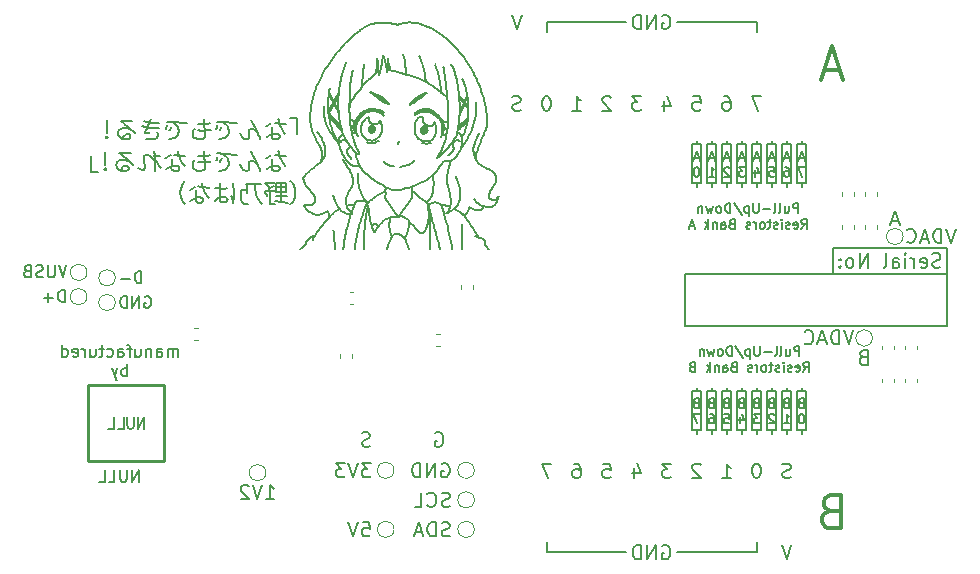
<source format=gbo>
G04 #@! TF.GenerationSoftware,KiCad,Pcbnew,5.1.8*
G04 #@! TF.CreationDate,2020-12-26T16:11:21-08:00*
G04 #@! TF.ProjectId,glasgow,676c6173-676f-4772-9e6b-696361645f70,C2*
G04 #@! TF.SameCoordinates,Original*
G04 #@! TF.FileFunction,Legend,Bot*
G04 #@! TF.FilePolarity,Positive*
%FSLAX46Y46*%
G04 Gerber Fmt 4.6, Leading zero omitted, Abs format (unit mm)*
G04 Created by KiCad (PCBNEW 5.1.8) date 2020-12-26 16:11:21*
%MOMM*%
%LPD*%
G01*
G04 APERTURE LIST*
%ADD10C,0.160000*%
%ADD11C,0.150000*%
%ADD12C,0.200000*%
%ADD13C,0.300000*%
%ADD14C,0.260000*%
%ADD15C,0.120000*%
%ADD16C,0.130000*%
%ADD17C,0.100000*%
%ADD18C,0.159000*%
%ADD19C,1.200000*%
%ADD20O,1.600000X1.000000*%
%ADD21C,0.650000*%
%ADD22O,2.100000X1.000000*%
%ADD23C,1.100000*%
%ADD24C,1.700000*%
%ADD25C,1.000000*%
%ADD26O,1.000000X1.000000*%
%ADD27O,1.700000X1.700000*%
%ADD28C,1.500000*%
%ADD29O,1.740000X2.200000*%
%ADD30C,7.000000*%
%ADD31C,0.800000*%
G04 APERTURE END LIST*
D10*
X121914285Y-101414285D02*
X121742857Y-101471428D01*
X121685714Y-101528571D01*
X121628571Y-101642857D01*
X121628571Y-101814285D01*
X121685714Y-101928571D01*
X121742857Y-101985714D01*
X121857142Y-102042857D01*
X122314285Y-102042857D01*
X122314285Y-100842857D01*
X121914285Y-100842857D01*
X121800000Y-100900000D01*
X121742857Y-100957142D01*
X121685714Y-101071428D01*
X121685714Y-101185714D01*
X121742857Y-101300000D01*
X121800000Y-101357142D01*
X121914285Y-101414285D01*
X122314285Y-101414285D01*
X124885714Y-89900000D02*
X124314285Y-89900000D01*
X125000000Y-90242857D02*
X124600000Y-89042857D01*
X124200000Y-90242857D01*
D11*
X106800000Y-98800000D02*
X106800000Y-94400000D01*
X129000000Y-98800000D02*
X106800000Y-98800000D01*
X129000000Y-94400000D02*
X129000000Y-98800000D01*
X106800000Y-94400000D02*
X129000000Y-94400000D01*
X63880952Y-101377380D02*
X63880952Y-100710714D01*
X63880952Y-100805952D02*
X63833333Y-100758333D01*
X63738095Y-100710714D01*
X63595238Y-100710714D01*
X63500000Y-100758333D01*
X63452380Y-100853571D01*
X63452380Y-101377380D01*
X63452380Y-100853571D02*
X63404761Y-100758333D01*
X63309523Y-100710714D01*
X63166666Y-100710714D01*
X63071428Y-100758333D01*
X63023809Y-100853571D01*
X63023809Y-101377380D01*
X62119047Y-101377380D02*
X62119047Y-100853571D01*
X62166666Y-100758333D01*
X62261904Y-100710714D01*
X62452380Y-100710714D01*
X62547619Y-100758333D01*
X62119047Y-101329761D02*
X62214285Y-101377380D01*
X62452380Y-101377380D01*
X62547619Y-101329761D01*
X62595238Y-101234523D01*
X62595238Y-101139285D01*
X62547619Y-101044047D01*
X62452380Y-100996428D01*
X62214285Y-100996428D01*
X62119047Y-100948809D01*
X61642857Y-100710714D02*
X61642857Y-101377380D01*
X61642857Y-100805952D02*
X61595238Y-100758333D01*
X61500000Y-100710714D01*
X61357142Y-100710714D01*
X61261904Y-100758333D01*
X61214285Y-100853571D01*
X61214285Y-101377380D01*
X60309523Y-100710714D02*
X60309523Y-101377380D01*
X60738095Y-100710714D02*
X60738095Y-101234523D01*
X60690476Y-101329761D01*
X60595238Y-101377380D01*
X60452380Y-101377380D01*
X60357142Y-101329761D01*
X60309523Y-101282142D01*
X59976190Y-100710714D02*
X59595238Y-100710714D01*
X59833333Y-101377380D02*
X59833333Y-100520238D01*
X59785714Y-100425000D01*
X59690476Y-100377380D01*
X59595238Y-100377380D01*
X58833333Y-101377380D02*
X58833333Y-100853571D01*
X58880952Y-100758333D01*
X58976190Y-100710714D01*
X59166666Y-100710714D01*
X59261904Y-100758333D01*
X58833333Y-101329761D02*
X58928571Y-101377380D01*
X59166666Y-101377380D01*
X59261904Y-101329761D01*
X59309523Y-101234523D01*
X59309523Y-101139285D01*
X59261904Y-101044047D01*
X59166666Y-100996428D01*
X58928571Y-100996428D01*
X58833333Y-100948809D01*
X57928571Y-101329761D02*
X58023809Y-101377380D01*
X58214285Y-101377380D01*
X58309523Y-101329761D01*
X58357142Y-101282142D01*
X58404761Y-101186904D01*
X58404761Y-100901190D01*
X58357142Y-100805952D01*
X58309523Y-100758333D01*
X58214285Y-100710714D01*
X58023809Y-100710714D01*
X57928571Y-100758333D01*
X57642857Y-100710714D02*
X57261904Y-100710714D01*
X57500000Y-100377380D02*
X57500000Y-101234523D01*
X57452380Y-101329761D01*
X57357142Y-101377380D01*
X57261904Y-101377380D01*
X56500000Y-100710714D02*
X56500000Y-101377380D01*
X56928571Y-100710714D02*
X56928571Y-101234523D01*
X56880952Y-101329761D01*
X56785714Y-101377380D01*
X56642857Y-101377380D01*
X56547619Y-101329761D01*
X56500000Y-101282142D01*
X56023809Y-101377380D02*
X56023809Y-100710714D01*
X56023809Y-100901190D02*
X55976190Y-100805952D01*
X55928571Y-100758333D01*
X55833333Y-100710714D01*
X55738095Y-100710714D01*
X55023809Y-101329761D02*
X55119047Y-101377380D01*
X55309523Y-101377380D01*
X55404761Y-101329761D01*
X55452380Y-101234523D01*
X55452380Y-100853571D01*
X55404761Y-100758333D01*
X55309523Y-100710714D01*
X55119047Y-100710714D01*
X55023809Y-100758333D01*
X54976190Y-100853571D01*
X54976190Y-100948809D01*
X55452380Y-101044047D01*
X54119047Y-101377380D02*
X54119047Y-100377380D01*
X54119047Y-101329761D02*
X54214285Y-101377380D01*
X54404761Y-101377380D01*
X54500000Y-101329761D01*
X54547619Y-101282142D01*
X54595238Y-101186904D01*
X54595238Y-100901190D01*
X54547619Y-100805952D01*
X54500000Y-100758333D01*
X54404761Y-100710714D01*
X54214285Y-100710714D01*
X54119047Y-100758333D01*
X59595238Y-103027380D02*
X59595238Y-102027380D01*
X59595238Y-102408333D02*
X59500000Y-102360714D01*
X59309523Y-102360714D01*
X59214285Y-102408333D01*
X59166666Y-102455952D01*
X59119047Y-102551190D01*
X59119047Y-102836904D01*
X59166666Y-102932142D01*
X59214285Y-102979761D01*
X59309523Y-103027380D01*
X59500000Y-103027380D01*
X59595238Y-102979761D01*
X58785714Y-102360714D02*
X58547619Y-103027380D01*
X58309523Y-102360714D02*
X58547619Y-103027380D01*
X58642857Y-103265476D01*
X58690476Y-103313095D01*
X58785714Y-103360714D01*
D12*
X60619047Y-111952380D02*
X60619047Y-110952380D01*
X60047619Y-111952380D01*
X60047619Y-110952380D01*
X59571428Y-110952380D02*
X59571428Y-111761904D01*
X59523809Y-111857142D01*
X59476190Y-111904761D01*
X59380952Y-111952380D01*
X59190476Y-111952380D01*
X59095238Y-111904761D01*
X59047619Y-111857142D01*
X59000000Y-111761904D01*
X59000000Y-110952380D01*
X58047619Y-111952380D02*
X58523809Y-111952380D01*
X58523809Y-110952380D01*
X57238095Y-111952380D02*
X57714285Y-111952380D01*
X57714285Y-110952380D01*
D11*
X116528571Y-101286904D02*
X116528571Y-100486904D01*
X116223809Y-100486904D01*
X116147619Y-100525000D01*
X116109523Y-100563095D01*
X116071428Y-100639285D01*
X116071428Y-100753571D01*
X116109523Y-100829761D01*
X116147619Y-100867857D01*
X116223809Y-100905952D01*
X116528571Y-100905952D01*
X115385714Y-100753571D02*
X115385714Y-101286904D01*
X115728571Y-100753571D02*
X115728571Y-101172619D01*
X115690476Y-101248809D01*
X115614285Y-101286904D01*
X115500000Y-101286904D01*
X115423809Y-101248809D01*
X115385714Y-101210714D01*
X114890476Y-101286904D02*
X114966666Y-101248809D01*
X115004761Y-101172619D01*
X115004761Y-100486904D01*
X114471428Y-101286904D02*
X114547619Y-101248809D01*
X114585714Y-101172619D01*
X114585714Y-100486904D01*
X114166666Y-100982142D02*
X113557142Y-100982142D01*
X113176190Y-100486904D02*
X113176190Y-101134523D01*
X113138095Y-101210714D01*
X113100000Y-101248809D01*
X113023809Y-101286904D01*
X112871428Y-101286904D01*
X112795238Y-101248809D01*
X112757142Y-101210714D01*
X112719047Y-101134523D01*
X112719047Y-100486904D01*
X112338095Y-100753571D02*
X112338095Y-101553571D01*
X112338095Y-100791666D02*
X112261904Y-100753571D01*
X112109523Y-100753571D01*
X112033333Y-100791666D01*
X111995238Y-100829761D01*
X111957142Y-100905952D01*
X111957142Y-101134523D01*
X111995238Y-101210714D01*
X112033333Y-101248809D01*
X112109523Y-101286904D01*
X112261904Y-101286904D01*
X112338095Y-101248809D01*
X111042857Y-100448809D02*
X111728571Y-101477380D01*
X110776190Y-101286904D02*
X110776190Y-100486904D01*
X110585714Y-100486904D01*
X110471428Y-100525000D01*
X110395238Y-100601190D01*
X110357142Y-100677380D01*
X110319047Y-100829761D01*
X110319047Y-100944047D01*
X110357142Y-101096428D01*
X110395238Y-101172619D01*
X110471428Y-101248809D01*
X110585714Y-101286904D01*
X110776190Y-101286904D01*
X109861904Y-101286904D02*
X109938095Y-101248809D01*
X109976190Y-101210714D01*
X110014285Y-101134523D01*
X110014285Y-100905952D01*
X109976190Y-100829761D01*
X109938095Y-100791666D01*
X109861904Y-100753571D01*
X109747619Y-100753571D01*
X109671428Y-100791666D01*
X109633333Y-100829761D01*
X109595238Y-100905952D01*
X109595238Y-101134523D01*
X109633333Y-101210714D01*
X109671428Y-101248809D01*
X109747619Y-101286904D01*
X109861904Y-101286904D01*
X109328571Y-100753571D02*
X109176190Y-101286904D01*
X109023809Y-100905952D01*
X108871428Y-101286904D01*
X108719047Y-100753571D01*
X108414285Y-100753571D02*
X108414285Y-101286904D01*
X108414285Y-100829761D02*
X108376190Y-100791666D01*
X108300000Y-100753571D01*
X108185714Y-100753571D01*
X108109523Y-100791666D01*
X108071428Y-100867857D01*
X108071428Y-101286904D01*
X116852380Y-102636904D02*
X117119047Y-102255952D01*
X117309523Y-102636904D02*
X117309523Y-101836904D01*
X117004761Y-101836904D01*
X116928571Y-101875000D01*
X116890476Y-101913095D01*
X116852380Y-101989285D01*
X116852380Y-102103571D01*
X116890476Y-102179761D01*
X116928571Y-102217857D01*
X117004761Y-102255952D01*
X117309523Y-102255952D01*
X116204761Y-102598809D02*
X116280952Y-102636904D01*
X116433333Y-102636904D01*
X116509523Y-102598809D01*
X116547619Y-102522619D01*
X116547619Y-102217857D01*
X116509523Y-102141666D01*
X116433333Y-102103571D01*
X116280952Y-102103571D01*
X116204761Y-102141666D01*
X116166666Y-102217857D01*
X116166666Y-102294047D01*
X116547619Y-102370238D01*
X115861904Y-102598809D02*
X115785714Y-102636904D01*
X115633333Y-102636904D01*
X115557142Y-102598809D01*
X115519047Y-102522619D01*
X115519047Y-102484523D01*
X115557142Y-102408333D01*
X115633333Y-102370238D01*
X115747619Y-102370238D01*
X115823809Y-102332142D01*
X115861904Y-102255952D01*
X115861904Y-102217857D01*
X115823809Y-102141666D01*
X115747619Y-102103571D01*
X115633333Y-102103571D01*
X115557142Y-102141666D01*
X115176190Y-102636904D02*
X115176190Y-102103571D01*
X115176190Y-101836904D02*
X115214285Y-101875000D01*
X115176190Y-101913095D01*
X115138095Y-101875000D01*
X115176190Y-101836904D01*
X115176190Y-101913095D01*
X114833333Y-102598809D02*
X114757142Y-102636904D01*
X114604761Y-102636904D01*
X114528571Y-102598809D01*
X114490476Y-102522619D01*
X114490476Y-102484523D01*
X114528571Y-102408333D01*
X114604761Y-102370238D01*
X114719047Y-102370238D01*
X114795238Y-102332142D01*
X114833333Y-102255952D01*
X114833333Y-102217857D01*
X114795238Y-102141666D01*
X114719047Y-102103571D01*
X114604761Y-102103571D01*
X114528571Y-102141666D01*
X114261904Y-102103571D02*
X113957142Y-102103571D01*
X114147619Y-101836904D02*
X114147619Y-102522619D01*
X114109523Y-102598809D01*
X114033333Y-102636904D01*
X113957142Y-102636904D01*
X113576190Y-102636904D02*
X113652380Y-102598809D01*
X113690476Y-102560714D01*
X113728571Y-102484523D01*
X113728571Y-102255952D01*
X113690476Y-102179761D01*
X113652380Y-102141666D01*
X113576190Y-102103571D01*
X113461904Y-102103571D01*
X113385714Y-102141666D01*
X113347619Y-102179761D01*
X113309523Y-102255952D01*
X113309523Y-102484523D01*
X113347619Y-102560714D01*
X113385714Y-102598809D01*
X113461904Y-102636904D01*
X113576190Y-102636904D01*
X112966666Y-102636904D02*
X112966666Y-102103571D01*
X112966666Y-102255952D02*
X112928571Y-102179761D01*
X112890476Y-102141666D01*
X112814285Y-102103571D01*
X112738095Y-102103571D01*
X112509523Y-102598809D02*
X112433333Y-102636904D01*
X112280952Y-102636904D01*
X112204761Y-102598809D01*
X112166666Y-102522619D01*
X112166666Y-102484523D01*
X112204761Y-102408333D01*
X112280952Y-102370238D01*
X112395238Y-102370238D01*
X112471428Y-102332142D01*
X112509523Y-102255952D01*
X112509523Y-102217857D01*
X112471428Y-102141666D01*
X112395238Y-102103571D01*
X112280952Y-102103571D01*
X112204761Y-102141666D01*
X110947619Y-102217857D02*
X110833333Y-102255952D01*
X110795238Y-102294047D01*
X110757142Y-102370238D01*
X110757142Y-102484523D01*
X110795238Y-102560714D01*
X110833333Y-102598809D01*
X110909523Y-102636904D01*
X111214285Y-102636904D01*
X111214285Y-101836904D01*
X110947619Y-101836904D01*
X110871428Y-101875000D01*
X110833333Y-101913095D01*
X110795238Y-101989285D01*
X110795238Y-102065476D01*
X110833333Y-102141666D01*
X110871428Y-102179761D01*
X110947619Y-102217857D01*
X111214285Y-102217857D01*
X110071428Y-102636904D02*
X110071428Y-102217857D01*
X110109523Y-102141666D01*
X110185714Y-102103571D01*
X110338095Y-102103571D01*
X110414285Y-102141666D01*
X110071428Y-102598809D02*
X110147619Y-102636904D01*
X110338095Y-102636904D01*
X110414285Y-102598809D01*
X110452380Y-102522619D01*
X110452380Y-102446428D01*
X110414285Y-102370238D01*
X110338095Y-102332142D01*
X110147619Y-102332142D01*
X110071428Y-102294047D01*
X109690476Y-102103571D02*
X109690476Y-102636904D01*
X109690476Y-102179761D02*
X109652380Y-102141666D01*
X109576190Y-102103571D01*
X109461904Y-102103571D01*
X109385714Y-102141666D01*
X109347619Y-102217857D01*
X109347619Y-102636904D01*
X108966666Y-102636904D02*
X108966666Y-101836904D01*
X108890476Y-102332142D02*
X108661904Y-102636904D01*
X108661904Y-102103571D02*
X108966666Y-102408333D01*
X107442857Y-102217857D02*
X107328571Y-102255952D01*
X107290476Y-102294047D01*
X107252380Y-102370238D01*
X107252380Y-102484523D01*
X107290476Y-102560714D01*
X107328571Y-102598809D01*
X107404761Y-102636904D01*
X107709523Y-102636904D01*
X107709523Y-101836904D01*
X107442857Y-101836904D01*
X107366666Y-101875000D01*
X107328571Y-101913095D01*
X107290476Y-101989285D01*
X107290476Y-102065476D01*
X107328571Y-102141666D01*
X107366666Y-102179761D01*
X107442857Y-102217857D01*
X107709523Y-102217857D01*
X116428571Y-89186904D02*
X116428571Y-88386904D01*
X116123809Y-88386904D01*
X116047619Y-88425000D01*
X116009523Y-88463095D01*
X115971428Y-88539285D01*
X115971428Y-88653571D01*
X116009523Y-88729761D01*
X116047619Y-88767857D01*
X116123809Y-88805952D01*
X116428571Y-88805952D01*
X115285714Y-88653571D02*
X115285714Y-89186904D01*
X115628571Y-88653571D02*
X115628571Y-89072619D01*
X115590476Y-89148809D01*
X115514285Y-89186904D01*
X115400000Y-89186904D01*
X115323809Y-89148809D01*
X115285714Y-89110714D01*
X114790476Y-89186904D02*
X114866666Y-89148809D01*
X114904761Y-89072619D01*
X114904761Y-88386904D01*
X114371428Y-89186904D02*
X114447619Y-89148809D01*
X114485714Y-89072619D01*
X114485714Y-88386904D01*
X114066666Y-88882142D02*
X113457142Y-88882142D01*
X113076190Y-88386904D02*
X113076190Y-89034523D01*
X113038095Y-89110714D01*
X113000000Y-89148809D01*
X112923809Y-89186904D01*
X112771428Y-89186904D01*
X112695238Y-89148809D01*
X112657142Y-89110714D01*
X112619047Y-89034523D01*
X112619047Y-88386904D01*
X112238095Y-88653571D02*
X112238095Y-89453571D01*
X112238095Y-88691666D02*
X112161904Y-88653571D01*
X112009523Y-88653571D01*
X111933333Y-88691666D01*
X111895238Y-88729761D01*
X111857142Y-88805952D01*
X111857142Y-89034523D01*
X111895238Y-89110714D01*
X111933333Y-89148809D01*
X112009523Y-89186904D01*
X112161904Y-89186904D01*
X112238095Y-89148809D01*
X110942857Y-88348809D02*
X111628571Y-89377380D01*
X110676190Y-89186904D02*
X110676190Y-88386904D01*
X110485714Y-88386904D01*
X110371428Y-88425000D01*
X110295238Y-88501190D01*
X110257142Y-88577380D01*
X110219047Y-88729761D01*
X110219047Y-88844047D01*
X110257142Y-88996428D01*
X110295238Y-89072619D01*
X110371428Y-89148809D01*
X110485714Y-89186904D01*
X110676190Y-89186904D01*
X109761904Y-89186904D02*
X109838095Y-89148809D01*
X109876190Y-89110714D01*
X109914285Y-89034523D01*
X109914285Y-88805952D01*
X109876190Y-88729761D01*
X109838095Y-88691666D01*
X109761904Y-88653571D01*
X109647619Y-88653571D01*
X109571428Y-88691666D01*
X109533333Y-88729761D01*
X109495238Y-88805952D01*
X109495238Y-89034523D01*
X109533333Y-89110714D01*
X109571428Y-89148809D01*
X109647619Y-89186904D01*
X109761904Y-89186904D01*
X109228571Y-88653571D02*
X109076190Y-89186904D01*
X108923809Y-88805952D01*
X108771428Y-89186904D01*
X108619047Y-88653571D01*
X108314285Y-88653571D02*
X108314285Y-89186904D01*
X108314285Y-88729761D02*
X108276190Y-88691666D01*
X108200000Y-88653571D01*
X108085714Y-88653571D01*
X108009523Y-88691666D01*
X107971428Y-88767857D01*
X107971428Y-89186904D01*
X116695238Y-90536904D02*
X116961904Y-90155952D01*
X117152380Y-90536904D02*
X117152380Y-89736904D01*
X116847619Y-89736904D01*
X116771428Y-89775000D01*
X116733333Y-89813095D01*
X116695238Y-89889285D01*
X116695238Y-90003571D01*
X116733333Y-90079761D01*
X116771428Y-90117857D01*
X116847619Y-90155952D01*
X117152380Y-90155952D01*
X116047619Y-90498809D02*
X116123809Y-90536904D01*
X116276190Y-90536904D01*
X116352380Y-90498809D01*
X116390476Y-90422619D01*
X116390476Y-90117857D01*
X116352380Y-90041666D01*
X116276190Y-90003571D01*
X116123809Y-90003571D01*
X116047619Y-90041666D01*
X116009523Y-90117857D01*
X116009523Y-90194047D01*
X116390476Y-90270238D01*
X115704761Y-90498809D02*
X115628571Y-90536904D01*
X115476190Y-90536904D01*
X115400000Y-90498809D01*
X115361904Y-90422619D01*
X115361904Y-90384523D01*
X115400000Y-90308333D01*
X115476190Y-90270238D01*
X115590476Y-90270238D01*
X115666666Y-90232142D01*
X115704761Y-90155952D01*
X115704761Y-90117857D01*
X115666666Y-90041666D01*
X115590476Y-90003571D01*
X115476190Y-90003571D01*
X115400000Y-90041666D01*
X115019047Y-90536904D02*
X115019047Y-90003571D01*
X115019047Y-89736904D02*
X115057142Y-89775000D01*
X115019047Y-89813095D01*
X114980952Y-89775000D01*
X115019047Y-89736904D01*
X115019047Y-89813095D01*
X114676190Y-90498809D02*
X114600000Y-90536904D01*
X114447619Y-90536904D01*
X114371428Y-90498809D01*
X114333333Y-90422619D01*
X114333333Y-90384523D01*
X114371428Y-90308333D01*
X114447619Y-90270238D01*
X114561904Y-90270238D01*
X114638095Y-90232142D01*
X114676190Y-90155952D01*
X114676190Y-90117857D01*
X114638095Y-90041666D01*
X114561904Y-90003571D01*
X114447619Y-90003571D01*
X114371428Y-90041666D01*
X114104761Y-90003571D02*
X113800000Y-90003571D01*
X113990476Y-89736904D02*
X113990476Y-90422619D01*
X113952380Y-90498809D01*
X113876190Y-90536904D01*
X113800000Y-90536904D01*
X113419047Y-90536904D02*
X113495238Y-90498809D01*
X113533333Y-90460714D01*
X113571428Y-90384523D01*
X113571428Y-90155952D01*
X113533333Y-90079761D01*
X113495238Y-90041666D01*
X113419047Y-90003571D01*
X113304761Y-90003571D01*
X113228571Y-90041666D01*
X113190476Y-90079761D01*
X113152380Y-90155952D01*
X113152380Y-90384523D01*
X113190476Y-90460714D01*
X113228571Y-90498809D01*
X113304761Y-90536904D01*
X113419047Y-90536904D01*
X112809523Y-90536904D02*
X112809523Y-90003571D01*
X112809523Y-90155952D02*
X112771428Y-90079761D01*
X112733333Y-90041666D01*
X112657142Y-90003571D01*
X112580952Y-90003571D01*
X112352380Y-90498809D02*
X112276190Y-90536904D01*
X112123809Y-90536904D01*
X112047619Y-90498809D01*
X112009523Y-90422619D01*
X112009523Y-90384523D01*
X112047619Y-90308333D01*
X112123809Y-90270238D01*
X112238095Y-90270238D01*
X112314285Y-90232142D01*
X112352380Y-90155952D01*
X112352380Y-90117857D01*
X112314285Y-90041666D01*
X112238095Y-90003571D01*
X112123809Y-90003571D01*
X112047619Y-90041666D01*
X110790476Y-90117857D02*
X110676190Y-90155952D01*
X110638095Y-90194047D01*
X110600000Y-90270238D01*
X110600000Y-90384523D01*
X110638095Y-90460714D01*
X110676190Y-90498809D01*
X110752380Y-90536904D01*
X111057142Y-90536904D01*
X111057142Y-89736904D01*
X110790476Y-89736904D01*
X110714285Y-89775000D01*
X110676190Y-89813095D01*
X110638095Y-89889285D01*
X110638095Y-89965476D01*
X110676190Y-90041666D01*
X110714285Y-90079761D01*
X110790476Y-90117857D01*
X111057142Y-90117857D01*
X109914285Y-90536904D02*
X109914285Y-90117857D01*
X109952380Y-90041666D01*
X110028571Y-90003571D01*
X110180952Y-90003571D01*
X110257142Y-90041666D01*
X109914285Y-90498809D02*
X109990476Y-90536904D01*
X110180952Y-90536904D01*
X110257142Y-90498809D01*
X110295238Y-90422619D01*
X110295238Y-90346428D01*
X110257142Y-90270238D01*
X110180952Y-90232142D01*
X109990476Y-90232142D01*
X109914285Y-90194047D01*
X109533333Y-90003571D02*
X109533333Y-90536904D01*
X109533333Y-90079761D02*
X109495238Y-90041666D01*
X109419047Y-90003571D01*
X109304761Y-90003571D01*
X109228571Y-90041666D01*
X109190476Y-90117857D01*
X109190476Y-90536904D01*
X108809523Y-90536904D02*
X108809523Y-89736904D01*
X108733333Y-90232142D02*
X108504761Y-90536904D01*
X108504761Y-90003571D02*
X108809523Y-90308333D01*
X107590476Y-90308333D02*
X107209523Y-90308333D01*
X107666666Y-90536904D02*
X107400000Y-89736904D01*
X107133333Y-90536904D01*
X114350476Y-84558333D02*
X113969523Y-84558333D01*
X114426666Y-84786904D02*
X114160000Y-83986904D01*
X113893333Y-84786904D01*
X113969523Y-85336904D02*
X114350476Y-85336904D01*
X114388571Y-85717857D01*
X114350476Y-85679761D01*
X114274285Y-85641666D01*
X114083809Y-85641666D01*
X114007619Y-85679761D01*
X113969523Y-85717857D01*
X113931428Y-85794047D01*
X113931428Y-85984523D01*
X113969523Y-86060714D01*
X114007619Y-86098809D01*
X114083809Y-86136904D01*
X114274285Y-86136904D01*
X114350476Y-86098809D01*
X114388571Y-86060714D01*
X112890000Y-86700000D02*
X112890000Y-87000000D01*
X116300000Y-83400000D02*
X116300000Y-86700000D01*
X116300000Y-86700000D02*
X116700000Y-86700000D01*
X108210000Y-86700000D02*
X108210000Y-83400000D01*
X107410000Y-83400000D02*
X107410000Y-86700000D01*
X110540476Y-84558333D02*
X110159523Y-84558333D01*
X110616666Y-84786904D02*
X110350000Y-83986904D01*
X110083333Y-84786904D01*
X110578571Y-85413095D02*
X110540476Y-85375000D01*
X110464285Y-85336904D01*
X110273809Y-85336904D01*
X110197619Y-85375000D01*
X110159523Y-85413095D01*
X110121428Y-85489285D01*
X110121428Y-85565476D01*
X110159523Y-85679761D01*
X110616666Y-86136904D01*
X110121428Y-86136904D01*
X108000476Y-84558333D02*
X107619523Y-84558333D01*
X108076666Y-84786904D02*
X107810000Y-83986904D01*
X107543333Y-84786904D01*
X107848095Y-85336904D02*
X107771904Y-85336904D01*
X107695714Y-85375000D01*
X107657619Y-85413095D01*
X107619523Y-85489285D01*
X107581428Y-85641666D01*
X107581428Y-85832142D01*
X107619523Y-85984523D01*
X107657619Y-86060714D01*
X107695714Y-86098809D01*
X107771904Y-86136904D01*
X107848095Y-86136904D01*
X107924285Y-86098809D01*
X107962380Y-86060714D01*
X108000476Y-85984523D01*
X108038571Y-85832142D01*
X108038571Y-85641666D01*
X108000476Y-85489285D01*
X107962380Y-85413095D01*
X107924285Y-85375000D01*
X107848095Y-85336904D01*
X112020000Y-83400000D02*
X111620000Y-83400000D01*
X112490000Y-86700000D02*
X112890000Y-86700000D01*
X107810000Y-86700000D02*
X107810000Y-87000000D01*
X112020000Y-86700000D02*
X112020000Y-83400000D01*
X115430000Y-86700000D02*
X115430000Y-87000000D01*
X115830000Y-83400000D02*
X115430000Y-83400000D01*
X113080476Y-84558333D02*
X112699523Y-84558333D01*
X113156666Y-84786904D02*
X112890000Y-83986904D01*
X112623333Y-84786904D01*
X112737619Y-85603571D02*
X112737619Y-86136904D01*
X112928095Y-85298809D02*
X113118571Y-85870238D01*
X112623333Y-85870238D01*
X113760000Y-86700000D02*
X114160000Y-86700000D01*
X111620000Y-83100000D02*
X111620000Y-83400000D01*
X110750000Y-83400000D02*
X110350000Y-83400000D01*
X114160000Y-86700000D02*
X114160000Y-87000000D01*
X115030000Y-83400000D02*
X115030000Y-86700000D01*
X116700000Y-83400000D02*
X116300000Y-83400000D01*
X111620000Y-86700000D02*
X111620000Y-87000000D01*
X111620000Y-86700000D02*
X112020000Y-86700000D01*
X107810000Y-86700000D02*
X108210000Y-86700000D01*
X113290000Y-83400000D02*
X112890000Y-83400000D01*
X107410000Y-86700000D02*
X107810000Y-86700000D01*
X115430000Y-83400000D02*
X115030000Y-83400000D01*
X109080000Y-83100000D02*
X109080000Y-83400000D01*
X114160000Y-86700000D02*
X114560000Y-86700000D01*
X109480000Y-83400000D02*
X109080000Y-83400000D01*
X109950000Y-86700000D02*
X110350000Y-86700000D01*
X110350000Y-83100000D02*
X110350000Y-83400000D01*
X114160000Y-83100000D02*
X114160000Y-83400000D01*
X114560000Y-86700000D02*
X114560000Y-83400000D01*
X109950000Y-83400000D02*
X109950000Y-86700000D01*
X111220000Y-83400000D02*
X111220000Y-86700000D01*
X107810000Y-83400000D02*
X107410000Y-83400000D01*
X108680000Y-83400000D02*
X108680000Y-86700000D01*
X108680000Y-86700000D02*
X109080000Y-86700000D01*
X116890476Y-84558333D02*
X116509523Y-84558333D01*
X116966666Y-84786904D02*
X116700000Y-83986904D01*
X116433333Y-84786904D01*
X116966666Y-85336904D02*
X116433333Y-85336904D01*
X116776190Y-86136904D01*
X110350000Y-83400000D02*
X109950000Y-83400000D01*
X112890000Y-83100000D02*
X112890000Y-83400000D01*
X108210000Y-83400000D02*
X107810000Y-83400000D01*
X109080000Y-86700000D02*
X109480000Y-86700000D01*
X116700000Y-83100000D02*
X116700000Y-83400000D01*
X114560000Y-83400000D02*
X114160000Y-83400000D01*
X109080000Y-86700000D02*
X109080000Y-87000000D01*
X117100000Y-83400000D02*
X116700000Y-83400000D01*
X112890000Y-83400000D02*
X112490000Y-83400000D01*
X116700000Y-86700000D02*
X116700000Y-87000000D01*
X116700000Y-86700000D02*
X117100000Y-86700000D01*
X115620476Y-84558333D02*
X115239523Y-84558333D01*
X115696666Y-84786904D02*
X115430000Y-83986904D01*
X115163333Y-84786904D01*
X115277619Y-85336904D02*
X115430000Y-85336904D01*
X115506190Y-85375000D01*
X115544285Y-85413095D01*
X115620476Y-85527380D01*
X115658571Y-85679761D01*
X115658571Y-85984523D01*
X115620476Y-86060714D01*
X115582380Y-86098809D01*
X115506190Y-86136904D01*
X115353809Y-86136904D01*
X115277619Y-86098809D01*
X115239523Y-86060714D01*
X115201428Y-85984523D01*
X115201428Y-85794047D01*
X115239523Y-85717857D01*
X115277619Y-85679761D01*
X115353809Y-85641666D01*
X115506190Y-85641666D01*
X115582380Y-85679761D01*
X115620476Y-85717857D01*
X115658571Y-85794047D01*
X107810000Y-83100000D02*
X107810000Y-83400000D01*
X115430000Y-83100000D02*
X115430000Y-83400000D01*
X110350000Y-86700000D02*
X110350000Y-87000000D01*
X113760000Y-83400000D02*
X113760000Y-86700000D01*
X113290000Y-86700000D02*
X113290000Y-83400000D01*
X112490000Y-83400000D02*
X112490000Y-86700000D01*
X115830000Y-86700000D02*
X115830000Y-83400000D01*
X110350000Y-86700000D02*
X110750000Y-86700000D01*
X110750000Y-86700000D02*
X110750000Y-83400000D01*
X117100000Y-86700000D02*
X117100000Y-83400000D01*
X111810476Y-84558333D02*
X111429523Y-84558333D01*
X111886666Y-84786904D02*
X111620000Y-83986904D01*
X111353333Y-84786904D01*
X111886666Y-85336904D02*
X111391428Y-85336904D01*
X111658095Y-85641666D01*
X111543809Y-85641666D01*
X111467619Y-85679761D01*
X111429523Y-85717857D01*
X111391428Y-85794047D01*
X111391428Y-85984523D01*
X111429523Y-86060714D01*
X111467619Y-86098809D01*
X111543809Y-86136904D01*
X111772380Y-86136904D01*
X111848571Y-86098809D01*
X111886666Y-86060714D01*
X111220000Y-86700000D02*
X111620000Y-86700000D01*
X114160000Y-83400000D02*
X113760000Y-83400000D01*
X109480000Y-86700000D02*
X109480000Y-83400000D01*
X115030000Y-86700000D02*
X115430000Y-86700000D01*
X109270476Y-84558333D02*
X108889523Y-84558333D01*
X109346666Y-84786904D02*
X109080000Y-83986904D01*
X108813333Y-84786904D01*
X108851428Y-86136904D02*
X109308571Y-86136904D01*
X109080000Y-86136904D02*
X109080000Y-85336904D01*
X109156190Y-85451190D01*
X109232380Y-85527380D01*
X109308571Y-85565476D01*
X115430000Y-86700000D02*
X115830000Y-86700000D01*
X112890000Y-86700000D02*
X113290000Y-86700000D01*
X111620000Y-83400000D02*
X111220000Y-83400000D01*
X109080000Y-83400000D02*
X108680000Y-83400000D01*
X107810000Y-104000000D02*
X107810000Y-104300000D01*
X108210000Y-104300000D02*
X107810000Y-104300000D01*
X107410000Y-104300000D02*
X107410000Y-107600000D01*
X107410000Y-107600000D02*
X107810000Y-107600000D01*
X107810000Y-107600000D02*
X108210000Y-107600000D01*
X107810000Y-107600000D02*
X107810000Y-107900000D01*
X108210000Y-107600000D02*
X108210000Y-104300000D01*
X107752857Y-105267857D02*
X107638571Y-105305952D01*
X107600476Y-105344047D01*
X107562380Y-105420238D01*
X107562380Y-105534523D01*
X107600476Y-105610714D01*
X107638571Y-105648809D01*
X107714761Y-105686904D01*
X108019523Y-105686904D01*
X108019523Y-104886904D01*
X107752857Y-104886904D01*
X107676666Y-104925000D01*
X107638571Y-104963095D01*
X107600476Y-105039285D01*
X107600476Y-105115476D01*
X107638571Y-105191666D01*
X107676666Y-105229761D01*
X107752857Y-105267857D01*
X108019523Y-105267857D01*
X108076666Y-106236904D02*
X107543333Y-106236904D01*
X107886190Y-107036904D01*
X107810000Y-104300000D02*
X107410000Y-104300000D01*
X109022857Y-105267857D02*
X108908571Y-105305952D01*
X108870476Y-105344047D01*
X108832380Y-105420238D01*
X108832380Y-105534523D01*
X108870476Y-105610714D01*
X108908571Y-105648809D01*
X108984761Y-105686904D01*
X109289523Y-105686904D01*
X109289523Y-104886904D01*
X109022857Y-104886904D01*
X108946666Y-104925000D01*
X108908571Y-104963095D01*
X108870476Y-105039285D01*
X108870476Y-105115476D01*
X108908571Y-105191666D01*
X108946666Y-105229761D01*
X109022857Y-105267857D01*
X109289523Y-105267857D01*
X108927619Y-106236904D02*
X109080000Y-106236904D01*
X109156190Y-106275000D01*
X109194285Y-106313095D01*
X109270476Y-106427380D01*
X109308571Y-106579761D01*
X109308571Y-106884523D01*
X109270476Y-106960714D01*
X109232380Y-106998809D01*
X109156190Y-107036904D01*
X109003809Y-107036904D01*
X108927619Y-106998809D01*
X108889523Y-106960714D01*
X108851428Y-106884523D01*
X108851428Y-106694047D01*
X108889523Y-106617857D01*
X108927619Y-106579761D01*
X109003809Y-106541666D01*
X109156190Y-106541666D01*
X109232380Y-106579761D01*
X109270476Y-106617857D01*
X109308571Y-106694047D01*
X109480000Y-104300000D02*
X109080000Y-104300000D01*
X108680000Y-107600000D02*
X109080000Y-107600000D01*
X109080000Y-104000000D02*
X109080000Y-104300000D01*
X108680000Y-104300000D02*
X108680000Y-107600000D01*
X109080000Y-104300000D02*
X108680000Y-104300000D01*
X109080000Y-107600000D02*
X109080000Y-107900000D01*
X109080000Y-107600000D02*
X109480000Y-107600000D01*
X109480000Y-107600000D02*
X109480000Y-104300000D01*
X110750000Y-104300000D02*
X110350000Y-104300000D01*
X110750000Y-107600000D02*
X110750000Y-104300000D01*
X110350000Y-104000000D02*
X110350000Y-104300000D01*
X110350000Y-107600000D02*
X110350000Y-107900000D01*
X110350000Y-107600000D02*
X110750000Y-107600000D01*
X109950000Y-104300000D02*
X109950000Y-107600000D01*
X110292857Y-105267857D02*
X110178571Y-105305952D01*
X110140476Y-105344047D01*
X110102380Y-105420238D01*
X110102380Y-105534523D01*
X110140476Y-105610714D01*
X110178571Y-105648809D01*
X110254761Y-105686904D01*
X110559523Y-105686904D01*
X110559523Y-104886904D01*
X110292857Y-104886904D01*
X110216666Y-104925000D01*
X110178571Y-104963095D01*
X110140476Y-105039285D01*
X110140476Y-105115476D01*
X110178571Y-105191666D01*
X110216666Y-105229761D01*
X110292857Y-105267857D01*
X110559523Y-105267857D01*
X110159523Y-106236904D02*
X110540476Y-106236904D01*
X110578571Y-106617857D01*
X110540476Y-106579761D01*
X110464285Y-106541666D01*
X110273809Y-106541666D01*
X110197619Y-106579761D01*
X110159523Y-106617857D01*
X110121428Y-106694047D01*
X110121428Y-106884523D01*
X110159523Y-106960714D01*
X110197619Y-106998809D01*
X110273809Y-107036904D01*
X110464285Y-107036904D01*
X110540476Y-106998809D01*
X110578571Y-106960714D01*
X109950000Y-107600000D02*
X110350000Y-107600000D01*
X110350000Y-104300000D02*
X109950000Y-104300000D01*
X111620000Y-107600000D02*
X111620000Y-107900000D01*
X111220000Y-107600000D02*
X111620000Y-107600000D01*
X111562857Y-105267857D02*
X111448571Y-105305952D01*
X111410476Y-105344047D01*
X111372380Y-105420238D01*
X111372380Y-105534523D01*
X111410476Y-105610714D01*
X111448571Y-105648809D01*
X111524761Y-105686904D01*
X111829523Y-105686904D01*
X111829523Y-104886904D01*
X111562857Y-104886904D01*
X111486666Y-104925000D01*
X111448571Y-104963095D01*
X111410476Y-105039285D01*
X111410476Y-105115476D01*
X111448571Y-105191666D01*
X111486666Y-105229761D01*
X111562857Y-105267857D01*
X111829523Y-105267857D01*
X111467619Y-106503571D02*
X111467619Y-107036904D01*
X111658095Y-106198809D02*
X111848571Y-106770238D01*
X111353333Y-106770238D01*
X112020000Y-104300000D02*
X111620000Y-104300000D01*
X111620000Y-104000000D02*
X111620000Y-104300000D01*
X111620000Y-104300000D02*
X111220000Y-104300000D01*
X112020000Y-107600000D02*
X112020000Y-104300000D01*
X111220000Y-104300000D02*
X111220000Y-107600000D01*
X111620000Y-107600000D02*
X112020000Y-107600000D01*
X112832857Y-105267857D02*
X112718571Y-105305952D01*
X112680476Y-105344047D01*
X112642380Y-105420238D01*
X112642380Y-105534523D01*
X112680476Y-105610714D01*
X112718571Y-105648809D01*
X112794761Y-105686904D01*
X113099523Y-105686904D01*
X113099523Y-104886904D01*
X112832857Y-104886904D01*
X112756666Y-104925000D01*
X112718571Y-104963095D01*
X112680476Y-105039285D01*
X112680476Y-105115476D01*
X112718571Y-105191666D01*
X112756666Y-105229761D01*
X112832857Y-105267857D01*
X113099523Y-105267857D01*
X113156666Y-106236904D02*
X112661428Y-106236904D01*
X112928095Y-106541666D01*
X112813809Y-106541666D01*
X112737619Y-106579761D01*
X112699523Y-106617857D01*
X112661428Y-106694047D01*
X112661428Y-106884523D01*
X112699523Y-106960714D01*
X112737619Y-106998809D01*
X112813809Y-107036904D01*
X113042380Y-107036904D01*
X113118571Y-106998809D01*
X113156666Y-106960714D01*
X112490000Y-107600000D02*
X112890000Y-107600000D01*
X112890000Y-107600000D02*
X112890000Y-107900000D01*
X112890000Y-107600000D02*
X113290000Y-107600000D01*
X112890000Y-104000000D02*
X112890000Y-104300000D01*
X113290000Y-107600000D02*
X113290000Y-104300000D01*
X113290000Y-104300000D02*
X112890000Y-104300000D01*
X112490000Y-104300000D02*
X112490000Y-107600000D01*
X112890000Y-104300000D02*
X112490000Y-104300000D01*
X114160000Y-107600000D02*
X114160000Y-107900000D01*
X114560000Y-104300000D02*
X114160000Y-104300000D01*
X113760000Y-104300000D02*
X113760000Y-107600000D01*
X114160000Y-104300000D02*
X113760000Y-104300000D01*
X114102857Y-105267857D02*
X113988571Y-105305952D01*
X113950476Y-105344047D01*
X113912380Y-105420238D01*
X113912380Y-105534523D01*
X113950476Y-105610714D01*
X113988571Y-105648809D01*
X114064761Y-105686904D01*
X114369523Y-105686904D01*
X114369523Y-104886904D01*
X114102857Y-104886904D01*
X114026666Y-104925000D01*
X113988571Y-104963095D01*
X113950476Y-105039285D01*
X113950476Y-105115476D01*
X113988571Y-105191666D01*
X114026666Y-105229761D01*
X114102857Y-105267857D01*
X114369523Y-105267857D01*
X114388571Y-106313095D02*
X114350476Y-106275000D01*
X114274285Y-106236904D01*
X114083809Y-106236904D01*
X114007619Y-106275000D01*
X113969523Y-106313095D01*
X113931428Y-106389285D01*
X113931428Y-106465476D01*
X113969523Y-106579761D01*
X114426666Y-107036904D01*
X113931428Y-107036904D01*
X114160000Y-104000000D02*
X114160000Y-104300000D01*
X114560000Y-107600000D02*
X114560000Y-104300000D01*
X113760000Y-107600000D02*
X114160000Y-107600000D01*
X114160000Y-107600000D02*
X114560000Y-107600000D01*
X115030000Y-104300000D02*
X115030000Y-107600000D01*
X115030000Y-107600000D02*
X115430000Y-107600000D01*
X115430000Y-104300000D02*
X115030000Y-104300000D01*
X115372857Y-105267857D02*
X115258571Y-105305952D01*
X115220476Y-105344047D01*
X115182380Y-105420238D01*
X115182380Y-105534523D01*
X115220476Y-105610714D01*
X115258571Y-105648809D01*
X115334761Y-105686904D01*
X115639523Y-105686904D01*
X115639523Y-104886904D01*
X115372857Y-104886904D01*
X115296666Y-104925000D01*
X115258571Y-104963095D01*
X115220476Y-105039285D01*
X115220476Y-105115476D01*
X115258571Y-105191666D01*
X115296666Y-105229761D01*
X115372857Y-105267857D01*
X115639523Y-105267857D01*
X115201428Y-107036904D02*
X115658571Y-107036904D01*
X115430000Y-107036904D02*
X115430000Y-106236904D01*
X115506190Y-106351190D01*
X115582380Y-106427380D01*
X115658571Y-106465476D01*
X115430000Y-104000000D02*
X115430000Y-104300000D01*
X115830000Y-104300000D02*
X115430000Y-104300000D01*
X115430000Y-107600000D02*
X115430000Y-107900000D01*
X115430000Y-107600000D02*
X115830000Y-107600000D01*
X115830000Y-107600000D02*
X115830000Y-104300000D01*
X116642857Y-105267857D02*
X116528571Y-105305952D01*
X116490476Y-105344047D01*
X116452380Y-105420238D01*
X116452380Y-105534523D01*
X116490476Y-105610714D01*
X116528571Y-105648809D01*
X116604761Y-105686904D01*
X116909523Y-105686904D01*
X116909523Y-104886904D01*
X116642857Y-104886904D01*
X116566666Y-104925000D01*
X116528571Y-104963095D01*
X116490476Y-105039285D01*
X116490476Y-105115476D01*
X116528571Y-105191666D01*
X116566666Y-105229761D01*
X116642857Y-105267857D01*
X116909523Y-105267857D01*
X116738095Y-106236904D02*
X116661904Y-106236904D01*
X116585714Y-106275000D01*
X116547619Y-106313095D01*
X116509523Y-106389285D01*
X116471428Y-106541666D01*
X116471428Y-106732142D01*
X116509523Y-106884523D01*
X116547619Y-106960714D01*
X116585714Y-106998809D01*
X116661904Y-107036904D01*
X116738095Y-107036904D01*
X116814285Y-106998809D01*
X116852380Y-106960714D01*
X116890476Y-106884523D01*
X116928571Y-106732142D01*
X116928571Y-106541666D01*
X116890476Y-106389285D01*
X116852380Y-106313095D01*
X116814285Y-106275000D01*
X116738095Y-106236904D01*
X117100000Y-104300000D02*
X116700000Y-104300000D01*
X117100000Y-107600000D02*
X117100000Y-104300000D01*
X116700000Y-107600000D02*
X117100000Y-107600000D01*
X116700000Y-107600000D02*
X116700000Y-107900000D01*
X116300000Y-107600000D02*
X116700000Y-107600000D01*
X116300000Y-104300000D02*
X116300000Y-107600000D01*
X116700000Y-104300000D02*
X116300000Y-104300000D01*
X116700000Y-104000000D02*
X116700000Y-104300000D01*
D10*
X85689714Y-107850000D02*
X85804000Y-107792857D01*
X85975428Y-107792857D01*
X86146857Y-107850000D01*
X86261142Y-107964285D01*
X86318285Y-108078571D01*
X86375428Y-108307142D01*
X86375428Y-108478571D01*
X86318285Y-108707142D01*
X86261142Y-108821428D01*
X86146857Y-108935714D01*
X85975428Y-108992857D01*
X85861142Y-108992857D01*
X85689714Y-108935714D01*
X85632571Y-108878571D01*
X85632571Y-108478571D01*
X85861142Y-108478571D01*
X80167428Y-108935714D02*
X79996000Y-108992857D01*
X79710285Y-108992857D01*
X79596000Y-108935714D01*
X79538857Y-108878571D01*
X79481714Y-108764285D01*
X79481714Y-108650000D01*
X79538857Y-108535714D01*
X79596000Y-108478571D01*
X79710285Y-108421428D01*
X79938857Y-108364285D01*
X80053142Y-108307142D01*
X80110285Y-108250000D01*
X80167428Y-108135714D01*
X80167428Y-108021428D01*
X80110285Y-107907142D01*
X80053142Y-107850000D01*
X79938857Y-107792857D01*
X79653142Y-107792857D01*
X79481714Y-107850000D01*
D11*
X129000000Y-92200000D02*
X129000000Y-94400000D01*
D10*
X121081714Y-99142857D02*
X120681714Y-100342857D01*
X120281714Y-99142857D01*
X119881714Y-100342857D02*
X119881714Y-99142857D01*
X119596000Y-99142857D01*
X119424571Y-99200000D01*
X119310285Y-99314285D01*
X119253142Y-99428571D01*
X119196000Y-99657142D01*
X119196000Y-99828571D01*
X119253142Y-100057142D01*
X119310285Y-100171428D01*
X119424571Y-100285714D01*
X119596000Y-100342857D01*
X119881714Y-100342857D01*
X118738857Y-100000000D02*
X118167428Y-100000000D01*
X118853142Y-100342857D02*
X118453142Y-99142857D01*
X118053142Y-100342857D01*
X116967428Y-100228571D02*
X117024571Y-100285714D01*
X117196000Y-100342857D01*
X117310285Y-100342857D01*
X117481714Y-100285714D01*
X117596000Y-100171428D01*
X117653142Y-100057142D01*
X117710285Y-99828571D01*
X117710285Y-99657142D01*
X117653142Y-99428571D01*
X117596000Y-99314285D01*
X117481714Y-99200000D01*
X117310285Y-99142857D01*
X117196000Y-99142857D01*
X117024571Y-99200000D01*
X116967428Y-99257142D01*
X129746857Y-90542857D02*
X129346857Y-91742857D01*
X128946857Y-90542857D01*
X128546857Y-91742857D02*
X128546857Y-90542857D01*
X128261142Y-90542857D01*
X128089714Y-90600000D01*
X127975428Y-90714285D01*
X127918285Y-90828571D01*
X127861142Y-91057142D01*
X127861142Y-91228571D01*
X127918285Y-91457142D01*
X127975428Y-91571428D01*
X128089714Y-91685714D01*
X128261142Y-91742857D01*
X128546857Y-91742857D01*
X127404000Y-91400000D02*
X126832571Y-91400000D01*
X127518285Y-91742857D02*
X127118285Y-90542857D01*
X126718285Y-91742857D01*
X125632571Y-91628571D02*
X125689714Y-91685714D01*
X125861142Y-91742857D01*
X125975428Y-91742857D01*
X126146857Y-91685714D01*
X126261142Y-91571428D01*
X126318285Y-91457142D01*
X126375428Y-91228571D01*
X126375428Y-91057142D01*
X126318285Y-90828571D01*
X126261142Y-90714285D01*
X126146857Y-90600000D01*
X125975428Y-90542857D01*
X125861142Y-90542857D01*
X125689714Y-90600000D01*
X125632571Y-90657142D01*
X71381714Y-113442857D02*
X72067428Y-113442857D01*
X71724571Y-113442857D02*
X71724571Y-112242857D01*
X71838857Y-112414285D01*
X71953142Y-112528571D01*
X72067428Y-112585714D01*
X71038857Y-112242857D02*
X70638857Y-113442857D01*
X70238857Y-112242857D01*
X69896000Y-112357142D02*
X69838857Y-112300000D01*
X69724571Y-112242857D01*
X69438857Y-112242857D01*
X69324571Y-112300000D01*
X69267428Y-112357142D01*
X69210285Y-112471428D01*
X69210285Y-112585714D01*
X69267428Y-112757142D01*
X69953142Y-113442857D01*
X69210285Y-113442857D01*
X61089714Y-96300000D02*
X61184952Y-96252380D01*
X61327809Y-96252380D01*
X61470666Y-96300000D01*
X61565904Y-96395238D01*
X61613523Y-96490476D01*
X61661142Y-96680952D01*
X61661142Y-96823809D01*
X61613523Y-97014285D01*
X61565904Y-97109523D01*
X61470666Y-97204761D01*
X61327809Y-97252380D01*
X61232571Y-97252380D01*
X61089714Y-97204761D01*
X61042095Y-97157142D01*
X61042095Y-96823809D01*
X61232571Y-96823809D01*
X60613523Y-97252380D02*
X60613523Y-96252380D01*
X60042095Y-97252380D01*
X60042095Y-96252380D01*
X59565904Y-97252380D02*
X59565904Y-96252380D01*
X59327809Y-96252380D01*
X59184952Y-96300000D01*
X59089714Y-96395238D01*
X59042095Y-96490476D01*
X58994476Y-96680952D01*
X58994476Y-96823809D01*
X59042095Y-97014285D01*
X59089714Y-97109523D01*
X59184952Y-97204761D01*
X59327809Y-97252380D01*
X59565904Y-97252380D01*
X54304000Y-96752380D02*
X54304000Y-95752380D01*
X54065904Y-95752380D01*
X53923047Y-95800000D01*
X53827809Y-95895238D01*
X53780190Y-95990476D01*
X53732571Y-96180952D01*
X53732571Y-96323809D01*
X53780190Y-96514285D01*
X53827809Y-96609523D01*
X53923047Y-96704761D01*
X54065904Y-96752380D01*
X54304000Y-96752380D01*
X53304000Y-96371428D02*
X52542095Y-96371428D01*
X52923047Y-96752380D02*
X52923047Y-95990476D01*
X60804000Y-95152380D02*
X60804000Y-94152380D01*
X60565904Y-94152380D01*
X60423047Y-94200000D01*
X60327809Y-94295238D01*
X60280190Y-94390476D01*
X60232571Y-94580952D01*
X60232571Y-94723809D01*
X60280190Y-94914285D01*
X60327809Y-95009523D01*
X60423047Y-95104761D01*
X60565904Y-95152380D01*
X60804000Y-95152380D01*
X59804000Y-94771428D02*
X59042095Y-94771428D01*
X54465904Y-93652380D02*
X54132571Y-94652380D01*
X53799238Y-93652380D01*
X53465904Y-93652380D02*
X53465904Y-94461904D01*
X53418285Y-94557142D01*
X53370666Y-94604761D01*
X53275428Y-94652380D01*
X53084952Y-94652380D01*
X52989714Y-94604761D01*
X52942095Y-94557142D01*
X52894476Y-94461904D01*
X52894476Y-93652380D01*
X52465904Y-94604761D02*
X52323047Y-94652380D01*
X52084952Y-94652380D01*
X51989714Y-94604761D01*
X51942095Y-94557142D01*
X51894476Y-94461904D01*
X51894476Y-94366666D01*
X51942095Y-94271428D01*
X51989714Y-94223809D01*
X52084952Y-94176190D01*
X52275428Y-94128571D01*
X52370666Y-94080952D01*
X52418285Y-94033333D01*
X52465904Y-93938095D01*
X52465904Y-93842857D01*
X52418285Y-93747619D01*
X52370666Y-93700000D01*
X52275428Y-93652380D01*
X52037333Y-93652380D01*
X51894476Y-93700000D01*
X51132571Y-94128571D02*
X50989714Y-94176190D01*
X50942095Y-94223809D01*
X50894476Y-94319047D01*
X50894476Y-94461904D01*
X50942095Y-94557142D01*
X50989714Y-94604761D01*
X51084952Y-94652380D01*
X51465904Y-94652380D01*
X51465904Y-93652380D01*
X51132571Y-93652380D01*
X51037333Y-93700000D01*
X50989714Y-93747619D01*
X50942095Y-93842857D01*
X50942095Y-93938095D01*
X50989714Y-94033333D01*
X51037333Y-94080952D01*
X51132571Y-94128571D01*
X51465904Y-94128571D01*
D11*
X112890000Y-73900000D02*
X112890000Y-73050000D01*
X95110000Y-73900000D02*
X95110000Y-73050000D01*
X95110000Y-73050000D02*
X101800000Y-73050000D01*
X112890000Y-73050000D02*
X106200000Y-73050000D01*
D10*
X104914285Y-72500000D02*
X105028571Y-72442857D01*
X105200000Y-72442857D01*
X105371428Y-72500000D01*
X105485714Y-72614285D01*
X105542857Y-72728571D01*
X105600000Y-72957142D01*
X105600000Y-73128571D01*
X105542857Y-73357142D01*
X105485714Y-73471428D01*
X105371428Y-73585714D01*
X105200000Y-73642857D01*
X105085714Y-73642857D01*
X104914285Y-73585714D01*
X104857142Y-73528571D01*
X104857142Y-73128571D01*
X105085714Y-73128571D01*
X104342857Y-73642857D02*
X104342857Y-72442857D01*
X103657142Y-73642857D01*
X103657142Y-72442857D01*
X103085714Y-73642857D02*
X103085714Y-72442857D01*
X102800000Y-72442857D01*
X102628571Y-72500000D01*
X102514285Y-72614285D01*
X102457142Y-72728571D01*
X102400000Y-72957142D01*
X102400000Y-73128571D01*
X102457142Y-73357142D01*
X102514285Y-73471428D01*
X102628571Y-73585714D01*
X102800000Y-73642857D01*
X103085714Y-73642857D01*
D13*
X119100000Y-114450000D02*
X118700000Y-114583333D01*
X118566666Y-114716666D01*
X118433333Y-114983333D01*
X118433333Y-115383333D01*
X118566666Y-115650000D01*
X118700000Y-115783333D01*
X118966666Y-115916666D01*
X120033333Y-115916666D01*
X120033333Y-113116666D01*
X119100000Y-113116666D01*
X118833333Y-113250000D01*
X118700000Y-113383333D01*
X118566666Y-113650000D01*
X118566666Y-113916666D01*
X118700000Y-114183333D01*
X118833333Y-114316666D01*
X119100000Y-114450000D01*
X120033333Y-114450000D01*
X119966666Y-77116666D02*
X118633333Y-77116666D01*
X120233333Y-77916666D02*
X119300000Y-75116666D01*
X118366666Y-77916666D01*
D10*
X110007142Y-111642857D02*
X110692857Y-111642857D01*
X110350000Y-111642857D02*
X110350000Y-110442857D01*
X110464285Y-110614285D01*
X110578571Y-110728571D01*
X110692857Y-110785714D01*
X112947142Y-110442857D02*
X112832857Y-110442857D01*
X112718571Y-110500000D01*
X112661428Y-110557142D01*
X112604285Y-110671428D01*
X112547142Y-110900000D01*
X112547142Y-111185714D01*
X112604285Y-111414285D01*
X112661428Y-111528571D01*
X112718571Y-111585714D01*
X112832857Y-111642857D01*
X112947142Y-111642857D01*
X113061428Y-111585714D01*
X113118571Y-111528571D01*
X113175714Y-111414285D01*
X113232857Y-111185714D01*
X113232857Y-110900000D01*
X113175714Y-110671428D01*
X113118571Y-110557142D01*
X113061428Y-110500000D01*
X112947142Y-110442857D01*
X99904285Y-110442857D02*
X100475714Y-110442857D01*
X100532857Y-111014285D01*
X100475714Y-110957142D01*
X100361428Y-110900000D01*
X100075714Y-110900000D01*
X99961428Y-110957142D01*
X99904285Y-111014285D01*
X99847142Y-111128571D01*
X99847142Y-111414285D01*
X99904285Y-111528571D01*
X99961428Y-111585714D01*
X100075714Y-111642857D01*
X100361428Y-111642857D01*
X100475714Y-111585714D01*
X100532857Y-111528571D01*
X115772857Y-111585714D02*
X115601428Y-111642857D01*
X115315714Y-111642857D01*
X115201428Y-111585714D01*
X115144285Y-111528571D01*
X115087142Y-111414285D01*
X115087142Y-111300000D01*
X115144285Y-111185714D01*
X115201428Y-111128571D01*
X115315714Y-111071428D01*
X115544285Y-111014285D01*
X115658571Y-110957142D01*
X115715714Y-110900000D01*
X115772857Y-110785714D01*
X115772857Y-110671428D01*
X115715714Y-110557142D01*
X115658571Y-110500000D01*
X115544285Y-110442857D01*
X115258571Y-110442857D01*
X115087142Y-110500000D01*
X108152857Y-110557142D02*
X108095714Y-110500000D01*
X107981428Y-110442857D01*
X107695714Y-110442857D01*
X107581428Y-110500000D01*
X107524285Y-110557142D01*
X107467142Y-110671428D01*
X107467142Y-110785714D01*
X107524285Y-110957142D01*
X108210000Y-111642857D01*
X107467142Y-111642857D01*
X105670000Y-110442857D02*
X104927142Y-110442857D01*
X105327142Y-110900000D01*
X105155714Y-110900000D01*
X105041428Y-110957142D01*
X104984285Y-111014285D01*
X104927142Y-111128571D01*
X104927142Y-111414285D01*
X104984285Y-111528571D01*
X105041428Y-111585714D01*
X105155714Y-111642857D01*
X105498571Y-111642857D01*
X105612857Y-111585714D01*
X105670000Y-111528571D01*
X95510000Y-110442857D02*
X94710000Y-110442857D01*
X95224285Y-111642857D01*
X97421428Y-110442857D02*
X97650000Y-110442857D01*
X97764285Y-110500000D01*
X97821428Y-110557142D01*
X97935714Y-110728571D01*
X97992857Y-110957142D01*
X97992857Y-111414285D01*
X97935714Y-111528571D01*
X97878571Y-111585714D01*
X97764285Y-111642857D01*
X97535714Y-111642857D01*
X97421428Y-111585714D01*
X97364285Y-111528571D01*
X97307142Y-111414285D01*
X97307142Y-111128571D01*
X97364285Y-111014285D01*
X97421428Y-110957142D01*
X97535714Y-110900000D01*
X97764285Y-110900000D01*
X97878571Y-110957142D01*
X97935714Y-111014285D01*
X97992857Y-111128571D01*
X102501428Y-110842857D02*
X102501428Y-111642857D01*
X102787142Y-110385714D02*
X103072857Y-111242857D01*
X102330000Y-111242857D01*
X104914285Y-117400000D02*
X105028571Y-117342857D01*
X105200000Y-117342857D01*
X105371428Y-117400000D01*
X105485714Y-117514285D01*
X105542857Y-117628571D01*
X105600000Y-117857142D01*
X105600000Y-118028571D01*
X105542857Y-118257142D01*
X105485714Y-118371428D01*
X105371428Y-118485714D01*
X105200000Y-118542857D01*
X105085714Y-118542857D01*
X104914285Y-118485714D01*
X104857142Y-118428571D01*
X104857142Y-118028571D01*
X105085714Y-118028571D01*
X104342857Y-118542857D02*
X104342857Y-117342857D01*
X103657142Y-118542857D01*
X103657142Y-117342857D01*
X103085714Y-118542857D02*
X103085714Y-117342857D01*
X102800000Y-117342857D01*
X102628571Y-117400000D01*
X102514285Y-117514285D01*
X102457142Y-117628571D01*
X102400000Y-117857142D01*
X102400000Y-118028571D01*
X102457142Y-118257142D01*
X102514285Y-118371428D01*
X102628571Y-118485714D01*
X102800000Y-118542857D01*
X103085714Y-118542857D01*
D11*
X112890000Y-117100000D02*
X112890000Y-117950000D01*
X112890000Y-117950000D02*
X106200000Y-117950000D01*
X95110000Y-117950000D02*
X101800000Y-117950000D01*
X95110000Y-117100000D02*
X95110000Y-117950000D01*
D10*
X115830000Y-117342857D02*
X115430000Y-118542857D01*
X115030000Y-117342857D01*
X113290000Y-79342857D02*
X112490000Y-79342857D01*
X113004285Y-80542857D01*
X110121428Y-79342857D02*
X110350000Y-79342857D01*
X110464285Y-79400000D01*
X110521428Y-79457142D01*
X110635714Y-79628571D01*
X110692857Y-79857142D01*
X110692857Y-80314285D01*
X110635714Y-80428571D01*
X110578571Y-80485714D01*
X110464285Y-80542857D01*
X110235714Y-80542857D01*
X110121428Y-80485714D01*
X110064285Y-80428571D01*
X110007142Y-80314285D01*
X110007142Y-80028571D01*
X110064285Y-79914285D01*
X110121428Y-79857142D01*
X110235714Y-79800000D01*
X110464285Y-79800000D01*
X110578571Y-79857142D01*
X110635714Y-79914285D01*
X110692857Y-80028571D01*
X107524285Y-79342857D02*
X108095714Y-79342857D01*
X108152857Y-79914285D01*
X108095714Y-79857142D01*
X107981428Y-79800000D01*
X107695714Y-79800000D01*
X107581428Y-79857142D01*
X107524285Y-79914285D01*
X107467142Y-80028571D01*
X107467142Y-80314285D01*
X107524285Y-80428571D01*
X107581428Y-80485714D01*
X107695714Y-80542857D01*
X107981428Y-80542857D01*
X108095714Y-80485714D01*
X108152857Y-80428571D01*
X105041428Y-79742857D02*
X105041428Y-80542857D01*
X105327142Y-79285714D02*
X105612857Y-80142857D01*
X104870000Y-80142857D01*
X103130000Y-79342857D02*
X102387142Y-79342857D01*
X102787142Y-79800000D01*
X102615714Y-79800000D01*
X102501428Y-79857142D01*
X102444285Y-79914285D01*
X102387142Y-80028571D01*
X102387142Y-80314285D01*
X102444285Y-80428571D01*
X102501428Y-80485714D01*
X102615714Y-80542857D01*
X102958571Y-80542857D01*
X103072857Y-80485714D01*
X103130000Y-80428571D01*
X100532857Y-79457142D02*
X100475714Y-79400000D01*
X100361428Y-79342857D01*
X100075714Y-79342857D01*
X99961428Y-79400000D01*
X99904285Y-79457142D01*
X99847142Y-79571428D01*
X99847142Y-79685714D01*
X99904285Y-79857142D01*
X100590000Y-80542857D01*
X99847142Y-80542857D01*
X97307142Y-80542857D02*
X97992857Y-80542857D01*
X97650000Y-80542857D02*
X97650000Y-79342857D01*
X97764285Y-79514285D01*
X97878571Y-79628571D01*
X97992857Y-79685714D01*
X95167142Y-79342857D02*
X95052857Y-79342857D01*
X94938571Y-79400000D01*
X94881428Y-79457142D01*
X94824285Y-79571428D01*
X94767142Y-79800000D01*
X94767142Y-80085714D01*
X94824285Y-80314285D01*
X94881428Y-80428571D01*
X94938571Y-80485714D01*
X95052857Y-80542857D01*
X95167142Y-80542857D01*
X95281428Y-80485714D01*
X95338571Y-80428571D01*
X95395714Y-80314285D01*
X95452857Y-80085714D01*
X95452857Y-79800000D01*
X95395714Y-79571428D01*
X95338571Y-79457142D01*
X95281428Y-79400000D01*
X95167142Y-79342857D01*
X92912857Y-80485714D02*
X92741428Y-80542857D01*
X92455714Y-80542857D01*
X92341428Y-80485714D01*
X92284285Y-80428571D01*
X92227142Y-80314285D01*
X92227142Y-80200000D01*
X92284285Y-80085714D01*
X92341428Y-80028571D01*
X92455714Y-79971428D01*
X92684285Y-79914285D01*
X92798571Y-79857142D01*
X92855714Y-79800000D01*
X92912857Y-79685714D01*
X92912857Y-79571428D01*
X92855714Y-79457142D01*
X92798571Y-79400000D01*
X92684285Y-79342857D01*
X92398571Y-79342857D01*
X92227142Y-79400000D01*
X93000000Y-72442857D02*
X92600000Y-73642857D01*
X92200000Y-72442857D01*
X80224571Y-110392857D02*
X79481714Y-110392857D01*
X79881714Y-110850000D01*
X79710285Y-110850000D01*
X79596000Y-110907142D01*
X79538857Y-110964285D01*
X79481714Y-111078571D01*
X79481714Y-111364285D01*
X79538857Y-111478571D01*
X79596000Y-111535714D01*
X79710285Y-111592857D01*
X80053142Y-111592857D01*
X80167428Y-111535714D01*
X80224571Y-111478571D01*
X79138857Y-110392857D02*
X78738857Y-111592857D01*
X78338857Y-110392857D01*
X78053142Y-110392857D02*
X77310285Y-110392857D01*
X77710285Y-110850000D01*
X77538857Y-110850000D01*
X77424571Y-110907142D01*
X77367428Y-110964285D01*
X77310285Y-111078571D01*
X77310285Y-111364285D01*
X77367428Y-111478571D01*
X77424571Y-111535714D01*
X77538857Y-111592857D01*
X77881714Y-111592857D01*
X77996000Y-111535714D01*
X78053142Y-111478571D01*
X86231714Y-110450000D02*
X86346000Y-110392857D01*
X86517428Y-110392857D01*
X86688857Y-110450000D01*
X86803142Y-110564285D01*
X86860285Y-110678571D01*
X86917428Y-110907142D01*
X86917428Y-111078571D01*
X86860285Y-111307142D01*
X86803142Y-111421428D01*
X86688857Y-111535714D01*
X86517428Y-111592857D01*
X86403142Y-111592857D01*
X86231714Y-111535714D01*
X86174571Y-111478571D01*
X86174571Y-111078571D01*
X86403142Y-111078571D01*
X85660285Y-111592857D02*
X85660285Y-110392857D01*
X84974571Y-111592857D01*
X84974571Y-110392857D01*
X84403142Y-111592857D02*
X84403142Y-110392857D01*
X84117428Y-110392857D01*
X83946000Y-110450000D01*
X83831714Y-110564285D01*
X83774571Y-110678571D01*
X83717428Y-110907142D01*
X83717428Y-111078571D01*
X83774571Y-111307142D01*
X83831714Y-111421428D01*
X83946000Y-111535714D01*
X84117428Y-111592857D01*
X84403142Y-111592857D01*
X86917428Y-114035714D02*
X86746000Y-114092857D01*
X86460285Y-114092857D01*
X86346000Y-114035714D01*
X86288857Y-113978571D01*
X86231714Y-113864285D01*
X86231714Y-113750000D01*
X86288857Y-113635714D01*
X86346000Y-113578571D01*
X86460285Y-113521428D01*
X86688857Y-113464285D01*
X86803142Y-113407142D01*
X86860285Y-113350000D01*
X86917428Y-113235714D01*
X86917428Y-113121428D01*
X86860285Y-113007142D01*
X86803142Y-112950000D01*
X86688857Y-112892857D01*
X86403142Y-112892857D01*
X86231714Y-112950000D01*
X85031714Y-113978571D02*
X85088857Y-114035714D01*
X85260285Y-114092857D01*
X85374571Y-114092857D01*
X85546000Y-114035714D01*
X85660285Y-113921428D01*
X85717428Y-113807142D01*
X85774571Y-113578571D01*
X85774571Y-113407142D01*
X85717428Y-113178571D01*
X85660285Y-113064285D01*
X85546000Y-112950000D01*
X85374571Y-112892857D01*
X85260285Y-112892857D01*
X85088857Y-112950000D01*
X85031714Y-113007142D01*
X83946000Y-114092857D02*
X84517428Y-114092857D01*
X84517428Y-112892857D01*
X86917428Y-116535714D02*
X86746000Y-116592857D01*
X86460285Y-116592857D01*
X86346000Y-116535714D01*
X86288857Y-116478571D01*
X86231714Y-116364285D01*
X86231714Y-116250000D01*
X86288857Y-116135714D01*
X86346000Y-116078571D01*
X86460285Y-116021428D01*
X86688857Y-115964285D01*
X86803142Y-115907142D01*
X86860285Y-115850000D01*
X86917428Y-115735714D01*
X86917428Y-115621428D01*
X86860285Y-115507142D01*
X86803142Y-115450000D01*
X86688857Y-115392857D01*
X86403142Y-115392857D01*
X86231714Y-115450000D01*
X85717428Y-116592857D02*
X85717428Y-115392857D01*
X85431714Y-115392857D01*
X85260285Y-115450000D01*
X85146000Y-115564285D01*
X85088857Y-115678571D01*
X85031714Y-115907142D01*
X85031714Y-116078571D01*
X85088857Y-116307142D01*
X85146000Y-116421428D01*
X85260285Y-116535714D01*
X85431714Y-116592857D01*
X85717428Y-116592857D01*
X84574571Y-116250000D02*
X84003142Y-116250000D01*
X84688857Y-116592857D02*
X84288857Y-115392857D01*
X83888857Y-116592857D01*
X79538857Y-115392857D02*
X80110285Y-115392857D01*
X80167428Y-115964285D01*
X80110285Y-115907142D01*
X79996000Y-115850000D01*
X79710285Y-115850000D01*
X79596000Y-115907142D01*
X79538857Y-115964285D01*
X79481714Y-116078571D01*
X79481714Y-116364285D01*
X79538857Y-116478571D01*
X79596000Y-116535714D01*
X79710285Y-116592857D01*
X79996000Y-116592857D01*
X80110285Y-116535714D01*
X80167428Y-116478571D01*
X79138857Y-115392857D02*
X78738857Y-116592857D01*
X78338857Y-115392857D01*
D11*
X119400000Y-94400000D02*
X119400000Y-92200000D01*
X129000000Y-92200000D02*
X119400000Y-92200000D01*
D10*
X128467428Y-93785714D02*
X128296000Y-93842857D01*
X128010285Y-93842857D01*
X127896000Y-93785714D01*
X127838857Y-93728571D01*
X127781714Y-93614285D01*
X127781714Y-93500000D01*
X127838857Y-93385714D01*
X127896000Y-93328571D01*
X128010285Y-93271428D01*
X128238857Y-93214285D01*
X128353142Y-93157142D01*
X128410285Y-93100000D01*
X128467428Y-92985714D01*
X128467428Y-92871428D01*
X128410285Y-92757142D01*
X128353142Y-92700000D01*
X128238857Y-92642857D01*
X127953142Y-92642857D01*
X127781714Y-92700000D01*
X126810285Y-93785714D02*
X126924571Y-93842857D01*
X127153142Y-93842857D01*
X127267428Y-93785714D01*
X127324571Y-93671428D01*
X127324571Y-93214285D01*
X127267428Y-93100000D01*
X127153142Y-93042857D01*
X126924571Y-93042857D01*
X126810285Y-93100000D01*
X126753142Y-93214285D01*
X126753142Y-93328571D01*
X127324571Y-93442857D01*
X126238857Y-93842857D02*
X126238857Y-93042857D01*
X126238857Y-93271428D02*
X126181714Y-93157142D01*
X126124571Y-93100000D01*
X126010285Y-93042857D01*
X125896000Y-93042857D01*
X125496000Y-93842857D02*
X125496000Y-93042857D01*
X125496000Y-92642857D02*
X125553142Y-92700000D01*
X125496000Y-92757142D01*
X125438857Y-92700000D01*
X125496000Y-92642857D01*
X125496000Y-92757142D01*
X124410285Y-93842857D02*
X124410285Y-93214285D01*
X124467428Y-93100000D01*
X124581714Y-93042857D01*
X124810285Y-93042857D01*
X124924571Y-93100000D01*
X124410285Y-93785714D02*
X124524571Y-93842857D01*
X124810285Y-93842857D01*
X124924571Y-93785714D01*
X124981714Y-93671428D01*
X124981714Y-93557142D01*
X124924571Y-93442857D01*
X124810285Y-93385714D01*
X124524571Y-93385714D01*
X124410285Y-93328571D01*
X123667428Y-93842857D02*
X123781714Y-93785714D01*
X123838857Y-93671428D01*
X123838857Y-92642857D01*
X122296000Y-93842857D02*
X122296000Y-92642857D01*
X121610285Y-93842857D01*
X121610285Y-92642857D01*
X120867428Y-93842857D02*
X120981714Y-93785714D01*
X121038857Y-93728571D01*
X121096000Y-93614285D01*
X121096000Y-93271428D01*
X121038857Y-93157142D01*
X120981714Y-93100000D01*
X120867428Y-93042857D01*
X120696000Y-93042857D01*
X120581714Y-93100000D01*
X120524571Y-93157142D01*
X120467428Y-93271428D01*
X120467428Y-93614285D01*
X120524571Y-93728571D01*
X120581714Y-93785714D01*
X120696000Y-93842857D01*
X120867428Y-93842857D01*
X119953142Y-93728571D02*
X119896000Y-93785714D01*
X119953142Y-93842857D01*
X120010285Y-93785714D01*
X119953142Y-93728571D01*
X119953142Y-93842857D01*
X119953142Y-93100000D02*
X119896000Y-93157142D01*
X119953142Y-93214285D01*
X120010285Y-93157142D01*
X119953142Y-93100000D01*
X119953142Y-93214285D01*
D11*
X58500000Y-107500000D02*
X58000000Y-107500000D01*
X58500000Y-106500000D02*
X58500000Y-107500000D01*
X59300000Y-107500000D02*
X58800000Y-107500000D01*
X59300000Y-106500000D02*
X59300000Y-107500000D01*
X59600000Y-107200000D02*
X59600000Y-106500000D01*
X60200000Y-106500000D02*
X60200000Y-107200000D01*
X60500000Y-107500000D02*
X60500000Y-106500000D01*
X61000000Y-106500000D02*
X60500000Y-107500000D01*
X61000000Y-107500000D02*
X61000000Y-106500000D01*
D14*
X56250000Y-103750000D02*
X62750000Y-103750000D01*
X62750000Y-103750000D02*
X62750000Y-110250000D01*
X56250000Y-103750000D02*
X56250000Y-110250000D01*
X62750000Y-110250000D02*
X56250000Y-110250000D01*
D11*
X59600000Y-107200000D02*
G75*
G03*
X60200000Y-107200000I300000J0D01*
G01*
D15*
X121160000Y-87762779D02*
X121160000Y-87437221D01*
X120140000Y-87762779D02*
X120140000Y-87437221D01*
X125440000Y-103237221D02*
X125440000Y-103562779D01*
X126460000Y-103237221D02*
X126460000Y-103562779D01*
X121160000Y-90562779D02*
X121160000Y-90237221D01*
X120140000Y-90562779D02*
X120140000Y-90237221D01*
X125440000Y-100437221D02*
X125440000Y-100762779D01*
X126460000Y-100437221D02*
X126460000Y-100762779D01*
X124560000Y-103237221D02*
X124560000Y-103562779D01*
X123540000Y-103237221D02*
X123540000Y-103562779D01*
X122040000Y-87762779D02*
X122040000Y-87437221D01*
X123060000Y-87762779D02*
X123060000Y-87437221D01*
X124560000Y-100437221D02*
X124560000Y-100762779D01*
X123540000Y-100437221D02*
X123540000Y-100762779D01*
X122040000Y-90562779D02*
X122040000Y-90237221D01*
X123060000Y-90562779D02*
X123060000Y-90237221D01*
X87890000Y-95662779D02*
X87890000Y-95337221D01*
X88910000Y-95662779D02*
X88910000Y-95337221D01*
X78762779Y-96910000D02*
X78437221Y-96910000D01*
X78762779Y-95890000D02*
X78437221Y-95890000D01*
X85737221Y-99490000D02*
X86062779Y-99490000D01*
X85737221Y-100510000D02*
X86062779Y-100510000D01*
X78660000Y-101162221D02*
X78660000Y-101487779D01*
X77640000Y-101162221D02*
X77640000Y-101487779D01*
X65237221Y-98990000D02*
X65562779Y-98990000D01*
X65237221Y-100010000D02*
X65562779Y-100010000D01*
D16*
X80320000Y-90280000D02*
X80300000Y-90310000D01*
X80360000Y-90240000D02*
X80320000Y-90280000D01*
X80400000Y-90200000D02*
X80360000Y-90240000D01*
X80420000Y-90180000D02*
X80400000Y-90200000D01*
X80500000Y-90150000D02*
X80420000Y-90180000D01*
X80550000Y-90140000D02*
X80500000Y-90150000D01*
X80590000Y-90140000D02*
X80550000Y-90140000D01*
X80650000Y-90150000D02*
X80590000Y-90140000D01*
X80700000Y-90170000D02*
X80650000Y-90150000D01*
X80740000Y-90190000D02*
X80700000Y-90170000D01*
X80780000Y-90220000D02*
X80740000Y-90190000D01*
X80820000Y-90260000D02*
X80780000Y-90220000D01*
X80850000Y-90300000D02*
X80820000Y-90260000D01*
X80880000Y-90350000D02*
X80850000Y-90300000D01*
X85080000Y-88630000D02*
X85070000Y-88490000D01*
X85090000Y-88770000D02*
X85080000Y-88630000D01*
X85110000Y-88920000D02*
X85090000Y-88770000D01*
X85130000Y-89100000D02*
X85110000Y-88920000D01*
X85150000Y-89250000D02*
X85130000Y-89100000D01*
X85160000Y-89350000D02*
X85150000Y-89250000D01*
X85160000Y-89460000D02*
X85160000Y-89350000D01*
X85160000Y-89540000D02*
X85160000Y-89460000D01*
X81460000Y-87980000D02*
X81490000Y-87420000D01*
X82390000Y-89260000D02*
X81460000Y-87980000D01*
X82490000Y-89400000D02*
X82390000Y-89260000D01*
X82550000Y-89480000D02*
X82490000Y-89400000D01*
X83750000Y-87960000D02*
X82580000Y-89470000D01*
X83710000Y-87470000D02*
X83750000Y-87960000D01*
X83730000Y-87460000D02*
X83710000Y-87470000D01*
X83800000Y-87460000D02*
X83730000Y-87460000D01*
X83870000Y-87470000D02*
X83800000Y-87460000D01*
X83940000Y-87500000D02*
X83870000Y-87470000D01*
X84010000Y-87550000D02*
X83940000Y-87500000D01*
X84050000Y-87590000D02*
X84010000Y-87550000D01*
X84150000Y-87680000D02*
X84050000Y-87590000D01*
X84330000Y-87860000D02*
X84150000Y-87680000D01*
X84440000Y-87950000D02*
X84330000Y-87860000D01*
X84560000Y-88040000D02*
X84440000Y-87950000D01*
X84670000Y-88120000D02*
X84560000Y-88040000D01*
X84810000Y-88240000D02*
X84670000Y-88120000D01*
X84950000Y-88360000D02*
X84810000Y-88240000D01*
X85070000Y-88490000D02*
X84950000Y-88360000D01*
X85080000Y-90000000D02*
X85160000Y-89530000D01*
X85050000Y-90110000D02*
X85080000Y-90000000D01*
X85010000Y-90250000D02*
X85050000Y-90110000D01*
X84970000Y-90360000D02*
X85010000Y-90250000D01*
X84940000Y-90460000D02*
X84970000Y-90360000D01*
X84890000Y-90580000D02*
X84940000Y-90460000D01*
X84810000Y-90740000D02*
X84890000Y-90580000D01*
X84740000Y-90830000D02*
X84810000Y-90740000D01*
X84680000Y-90900000D02*
X84740000Y-90830000D01*
X84620000Y-90930000D02*
X84680000Y-90900000D01*
X84500000Y-90930000D02*
X84620000Y-90930000D01*
X84390000Y-90890000D02*
X84500000Y-90930000D01*
X84290000Y-90820000D02*
X84390000Y-90890000D01*
X84200000Y-90740000D02*
X84290000Y-90820000D01*
X84160000Y-90690000D02*
X84200000Y-90740000D01*
X84080000Y-90600000D02*
X84160000Y-90690000D01*
X83960000Y-90460000D02*
X84080000Y-90600000D01*
X83870000Y-90350000D02*
X83960000Y-90460000D01*
X83770000Y-90240000D02*
X83870000Y-90350000D01*
X83670000Y-90130000D02*
X83770000Y-90240000D01*
X83590000Y-90040000D02*
X83670000Y-90130000D01*
X83450000Y-89870000D02*
X83590000Y-90040000D01*
X83350000Y-89760000D02*
X83450000Y-89870000D01*
X83270000Y-89700000D02*
X83350000Y-89760000D01*
X83170000Y-89640000D02*
X83270000Y-89700000D01*
X83080000Y-89590000D02*
X83170000Y-89640000D01*
X82990000Y-89550000D02*
X83080000Y-89590000D01*
X82880000Y-89500000D02*
X82990000Y-89550000D01*
X82780000Y-89460000D02*
X82880000Y-89500000D01*
X82690000Y-89430000D02*
X82780000Y-89460000D01*
X82650000Y-89480000D02*
X82690000Y-89430000D01*
X82610000Y-89520000D02*
X82650000Y-89480000D01*
X82510000Y-89570000D02*
X82610000Y-89520000D01*
X82410000Y-89590000D02*
X82510000Y-89570000D01*
X82370000Y-89590000D02*
X82410000Y-89590000D01*
X82290000Y-89590000D02*
X82370000Y-89590000D01*
X82210000Y-89580000D02*
X82290000Y-89590000D01*
X82100000Y-89570000D02*
X82210000Y-89580000D01*
X82000000Y-89570000D02*
X82100000Y-89570000D01*
X81890000Y-89580000D02*
X82000000Y-89570000D01*
X81790000Y-89610000D02*
X81890000Y-89580000D01*
X81680000Y-89660000D02*
X81790000Y-89610000D01*
X81580000Y-89710000D02*
X81680000Y-89660000D01*
X81500000Y-89760000D02*
X81580000Y-89710000D01*
X81390000Y-89840000D02*
X81500000Y-89760000D01*
X81290000Y-89920000D02*
X81390000Y-89840000D01*
X81170000Y-90030000D02*
X81290000Y-89920000D01*
X81050000Y-90150000D02*
X81170000Y-90030000D01*
X80920000Y-90300000D02*
X81050000Y-90150000D01*
X80820000Y-90430000D02*
X80920000Y-90300000D01*
X80750000Y-90520000D02*
X80820000Y-90430000D01*
X80670000Y-90640000D02*
X80750000Y-90520000D01*
X80620000Y-90710000D02*
X80670000Y-90640000D01*
X80560000Y-90820000D02*
X80620000Y-90710000D01*
X80540000Y-90820000D02*
X80560000Y-90820000D01*
X80490000Y-90740000D02*
X80540000Y-90820000D01*
X80440000Y-90650000D02*
X80490000Y-90740000D01*
X80390000Y-90540000D02*
X80440000Y-90650000D01*
X80350000Y-90450000D02*
X80390000Y-90540000D01*
X80300000Y-90310000D02*
X80350000Y-90450000D01*
X80240000Y-90090000D02*
X80300000Y-90310000D01*
X80190000Y-89890000D02*
X80240000Y-90090000D01*
X80130000Y-89590000D02*
X80190000Y-89890000D01*
X80100000Y-89410000D02*
X80130000Y-89590000D01*
X80080000Y-89250000D02*
X80100000Y-89410000D01*
X80050000Y-89000000D02*
X80080000Y-89250000D01*
X79990000Y-88650000D02*
X80050000Y-89000000D01*
X79950000Y-88440000D02*
X79990000Y-88650000D01*
X80040000Y-88320000D02*
X79950000Y-88440000D01*
X80120000Y-88240000D02*
X80040000Y-88320000D01*
X80230000Y-88140000D02*
X80120000Y-88240000D01*
X80300000Y-88080000D02*
X80230000Y-88140000D01*
X80370000Y-88020000D02*
X80300000Y-88080000D01*
X80510000Y-87910000D02*
X80370000Y-88020000D01*
X80620000Y-87830000D02*
X80510000Y-87910000D01*
X80710000Y-87770000D02*
X80620000Y-87830000D01*
X80810000Y-87700000D02*
X80710000Y-87770000D01*
X80900000Y-87640000D02*
X80810000Y-87700000D01*
X81000000Y-87580000D02*
X80900000Y-87640000D01*
X81080000Y-87530000D02*
X81000000Y-87580000D01*
X81190000Y-87480000D02*
X81080000Y-87530000D01*
X81300000Y-87430000D02*
X81190000Y-87480000D01*
X81390000Y-87410000D02*
X81300000Y-87430000D01*
X81470000Y-87420000D02*
X81390000Y-87410000D01*
X81350000Y-84860000D02*
X81330000Y-84830000D01*
X81400000Y-84930000D02*
X81350000Y-84860000D01*
X81450000Y-84990000D02*
X81400000Y-84930000D01*
X81530000Y-85060000D02*
X81450000Y-84990000D01*
X81610000Y-85100000D02*
X81530000Y-85060000D01*
X81700000Y-85140000D02*
X81610000Y-85100000D01*
X81790000Y-85170000D02*
X81700000Y-85140000D01*
X81890000Y-85200000D02*
X81790000Y-85170000D01*
X81990000Y-85220000D02*
X81890000Y-85200000D01*
X82090000Y-85240000D02*
X81990000Y-85220000D01*
X82170000Y-85250000D02*
X82090000Y-85240000D01*
X82750000Y-85280000D02*
X82710000Y-85280000D01*
X82920000Y-85260000D02*
X82750000Y-85280000D01*
X83020000Y-85240000D02*
X82920000Y-85260000D01*
X83140000Y-85210000D02*
X83020000Y-85240000D01*
X83300000Y-85160000D02*
X83140000Y-85210000D01*
X83430000Y-85110000D02*
X83300000Y-85160000D01*
X83550000Y-85050000D02*
X83430000Y-85110000D01*
X83650000Y-84990000D02*
X83550000Y-85050000D01*
X83710000Y-84950000D02*
X83650000Y-84990000D01*
X83790000Y-84890000D02*
X83710000Y-84950000D01*
X83890000Y-84810000D02*
X83790000Y-84890000D01*
X83950000Y-84760000D02*
X83890000Y-84810000D01*
X79940000Y-83220000D02*
X79920000Y-83210000D01*
X80020000Y-83250000D02*
X79940000Y-83220000D01*
X80100000Y-83270000D02*
X80020000Y-83250000D01*
X80200000Y-83290000D02*
X80100000Y-83270000D01*
X80330000Y-83300000D02*
X80200000Y-83290000D01*
X80410000Y-83290000D02*
X80330000Y-83300000D01*
X80480000Y-83280000D02*
X80410000Y-83290000D01*
X80570000Y-83250000D02*
X80480000Y-83280000D01*
X80650000Y-83220000D02*
X80570000Y-83250000D01*
X80710000Y-83190000D02*
X80650000Y-83220000D01*
X80790000Y-83150000D02*
X80710000Y-83190000D01*
X80850000Y-83120000D02*
X80790000Y-83150000D01*
X80920000Y-83080000D02*
X80850000Y-83120000D01*
D11*
X82550000Y-83340000D02*
X82550000Y-83370000D01*
X82560000Y-83290000D02*
X82550000Y-83340000D01*
X82580000Y-83230000D02*
X82560000Y-83290000D01*
X82610000Y-83170000D02*
X82580000Y-83230000D01*
X82640000Y-83120000D02*
X82610000Y-83170000D01*
D16*
X84590000Y-83300000D02*
X84530000Y-83280000D01*
X84670000Y-83320000D02*
X84590000Y-83300000D01*
X84750000Y-83330000D02*
X84670000Y-83320000D01*
X84880000Y-83340000D02*
X84750000Y-83330000D01*
X85000000Y-83340000D02*
X84880000Y-83340000D01*
X85110000Y-83330000D02*
X85000000Y-83340000D01*
X85200000Y-83310000D02*
X85110000Y-83330000D01*
X85300000Y-83280000D02*
X85200000Y-83310000D01*
X80190000Y-78970000D02*
X81620000Y-79860000D01*
X80340000Y-79090000D02*
X80190000Y-78970000D01*
X80440000Y-79180000D02*
X80340000Y-79090000D01*
X80530000Y-79250000D02*
X80440000Y-79180000D01*
X80630000Y-79340000D02*
X80530000Y-79250000D01*
X80740000Y-79420000D02*
X80630000Y-79340000D01*
X80890000Y-79530000D02*
X80740000Y-79420000D01*
X81010000Y-79620000D02*
X80890000Y-79530000D01*
X81150000Y-79710000D02*
X81010000Y-79620000D01*
X81300000Y-79800000D02*
X81150000Y-79710000D01*
X81410000Y-79860000D02*
X81300000Y-79800000D01*
X81550000Y-79920000D02*
X81410000Y-79860000D01*
X81660000Y-79950000D02*
X81550000Y-79920000D01*
X81770000Y-79970000D02*
X81660000Y-79950000D01*
X81700000Y-79870000D02*
X81770000Y-79970000D01*
X81600000Y-79770000D02*
X81700000Y-79870000D01*
X81450000Y-79640000D02*
X81600000Y-79770000D01*
X81260000Y-79500000D02*
X81450000Y-79640000D01*
X81030000Y-79350000D02*
X81260000Y-79500000D01*
X80790000Y-79210000D02*
X81030000Y-79350000D01*
X80560000Y-79100000D02*
X80790000Y-79210000D01*
X80420000Y-79040000D02*
X80560000Y-79100000D01*
X80280000Y-78990000D02*
X80420000Y-79040000D01*
X80190000Y-78970000D02*
X80280000Y-78990000D01*
X84610000Y-79240000D02*
X83720000Y-79870000D01*
X84950000Y-79050000D02*
X84610000Y-79240000D01*
X84850000Y-79140000D02*
X84950000Y-79050000D01*
X84740000Y-79240000D02*
X84850000Y-79140000D01*
X84660000Y-79310000D02*
X84740000Y-79240000D01*
X84570000Y-79380000D02*
X84660000Y-79310000D01*
X84470000Y-79460000D02*
X84570000Y-79380000D01*
X84390000Y-79520000D02*
X84470000Y-79460000D01*
X84290000Y-79590000D02*
X84390000Y-79520000D01*
X84180000Y-79670000D02*
X84290000Y-79590000D01*
X84040000Y-79760000D02*
X84180000Y-79670000D01*
X83880000Y-79860000D02*
X84040000Y-79760000D01*
X83780000Y-79920000D02*
X83880000Y-79860000D01*
X83650000Y-79990000D02*
X83780000Y-79920000D01*
X83550000Y-80040000D02*
X83650000Y-79990000D01*
X83560000Y-80000000D02*
X83550000Y-80040000D01*
X83600000Y-79920000D02*
X83560000Y-80000000D01*
X83680000Y-79820000D02*
X83600000Y-79920000D01*
X83780000Y-79720000D02*
X83680000Y-79820000D01*
X83870000Y-79630000D02*
X83780000Y-79720000D01*
X84000000Y-79530000D02*
X83870000Y-79630000D01*
X84180000Y-79400000D02*
X84000000Y-79530000D01*
X84310000Y-79320000D02*
X84180000Y-79400000D01*
X84490000Y-79210000D02*
X84310000Y-79320000D01*
X84660000Y-79130000D02*
X84490000Y-79210000D01*
X84790000Y-79090000D02*
X84660000Y-79130000D01*
X84950000Y-79050000D02*
X84790000Y-79090000D01*
X78630000Y-81340000D02*
X78480000Y-81260000D01*
X78750000Y-81410000D02*
X78630000Y-81340000D01*
X78860000Y-81470000D02*
X78750000Y-81410000D01*
X78670000Y-81980000D02*
X78560000Y-81980000D01*
X78790000Y-82480000D02*
X78680000Y-82520000D01*
X78860000Y-82450000D02*
X78790000Y-82480000D01*
X78910000Y-82410000D02*
X78860000Y-82450000D01*
D17*
G36*
X80220000Y-81730000D02*
G01*
X80130000Y-81770000D01*
X80050000Y-81850000D01*
X80000000Y-81970000D01*
X79980000Y-82130000D01*
X80000000Y-82290000D01*
X80060000Y-82400000D01*
X80140000Y-82470000D01*
X80270000Y-82500000D01*
X80350000Y-82500000D01*
X80440000Y-82470000D01*
X80550000Y-82400000D01*
X80620000Y-82310000D01*
X80660000Y-82210000D01*
X80670000Y-82130000D01*
X80670000Y-82060000D01*
X80650000Y-81930000D01*
X80600000Y-81830000D01*
X80540000Y-81760000D01*
X80500000Y-81740000D01*
X80440000Y-81720000D01*
X80370000Y-81710000D01*
X80290000Y-81710000D01*
X80220000Y-81730000D01*
G37*
D16*
X78860000Y-82090000D02*
X78900000Y-82250000D01*
X78830000Y-81970000D02*
X78860000Y-82090000D01*
X78840000Y-81930000D02*
X78830000Y-81970000D01*
X78900000Y-81720000D02*
X78840000Y-81930000D01*
X78990000Y-81490000D02*
X78900000Y-81720000D01*
X79110000Y-81310000D02*
X78990000Y-81490000D01*
X79350000Y-80990000D02*
X79110000Y-81310000D01*
X79640000Y-80750000D02*
X79350000Y-80990000D01*
X79960000Y-80570000D02*
X79640000Y-80750000D01*
X80390000Y-80520000D02*
X79960000Y-80570000D01*
X80740000Y-80550000D02*
X80390000Y-80520000D01*
X81190000Y-80750000D02*
X80740000Y-80550000D01*
X81250000Y-80830000D02*
X81190000Y-80750000D01*
X81290000Y-80910000D02*
X81250000Y-80830000D01*
X81320000Y-80990000D02*
X81290000Y-80910000D01*
X81230000Y-80880000D02*
X81320000Y-80990000D01*
X81160000Y-80830000D02*
X81230000Y-80880000D01*
X81090000Y-80770000D02*
X81160000Y-80830000D01*
X80970000Y-80710000D02*
X81090000Y-80770000D01*
X80890000Y-80670000D02*
X80970000Y-80710000D01*
X80780000Y-80640000D02*
X80890000Y-80670000D01*
X80650000Y-80610000D02*
X80780000Y-80640000D01*
X80550000Y-80590000D02*
X80650000Y-80610000D01*
X80460000Y-80590000D02*
X80550000Y-80590000D01*
X80330000Y-80590000D02*
X80460000Y-80590000D01*
X80180000Y-80610000D02*
X80330000Y-80590000D01*
X80060000Y-80640000D02*
X80180000Y-80610000D01*
X79910000Y-80700000D02*
X80060000Y-80640000D01*
X79760000Y-80780000D02*
X79910000Y-80700000D01*
X79640000Y-80870000D02*
X79760000Y-80780000D01*
X79520000Y-80970000D02*
X79640000Y-80870000D01*
X79430000Y-81060000D02*
X79520000Y-80970000D01*
X79340000Y-81160000D02*
X79430000Y-81060000D01*
X79230000Y-81300000D02*
X79340000Y-81160000D01*
X79150000Y-81430000D02*
X79230000Y-81300000D01*
X79070000Y-81590000D02*
X79150000Y-81430000D01*
X79030000Y-81690000D02*
X79070000Y-81590000D01*
X78990000Y-81820000D02*
X79030000Y-81690000D01*
X78960000Y-81960000D02*
X78990000Y-81820000D01*
X78960000Y-82090000D02*
X78960000Y-81960000D01*
X78970000Y-82220000D02*
X78960000Y-82090000D01*
X78980000Y-82310000D02*
X78970000Y-82220000D01*
X79020000Y-82450000D02*
X78980000Y-82310000D01*
X79060000Y-82550000D02*
X79020000Y-82450000D01*
X79130000Y-82670000D02*
X79060000Y-82550000D01*
X79070000Y-82600000D02*
X79130000Y-82670000D01*
X78940000Y-82440000D02*
X79070000Y-82600000D01*
X78870000Y-82320000D02*
X78940000Y-82440000D01*
X78790000Y-82180000D02*
X78870000Y-82320000D01*
X78700000Y-82000000D02*
X78790000Y-82180000D01*
X78710000Y-81940000D02*
X78700000Y-82000000D01*
X78780000Y-81710000D02*
X78710000Y-81940000D01*
X78840000Y-81570000D02*
X78780000Y-81710000D01*
X78890000Y-81460000D02*
X78840000Y-81570000D01*
X78970000Y-81320000D02*
X78890000Y-81460000D01*
X79060000Y-81180000D02*
X78970000Y-81320000D01*
X79140000Y-81070000D02*
X79060000Y-81180000D01*
X79220000Y-80970000D02*
X79140000Y-81070000D01*
X79320000Y-80860000D02*
X79220000Y-80970000D01*
X79430000Y-80760000D02*
X79320000Y-80860000D01*
X79520000Y-80690000D02*
X79430000Y-80760000D01*
X79630000Y-80610000D02*
X79520000Y-80690000D01*
X79760000Y-80550000D02*
X79630000Y-80610000D01*
X79880000Y-80500000D02*
X79760000Y-80550000D01*
X80060000Y-80450000D02*
X79880000Y-80500000D01*
X80250000Y-80420000D02*
X80060000Y-80450000D01*
X80420000Y-80410000D02*
X80250000Y-80420000D01*
X80590000Y-80430000D02*
X80420000Y-80410000D01*
X80750000Y-80460000D02*
X80590000Y-80430000D01*
X80930000Y-80510000D02*
X80750000Y-80460000D01*
X81170000Y-80620000D02*
X80930000Y-80510000D01*
X81350000Y-80730000D02*
X81170000Y-80620000D01*
X81040000Y-81420000D02*
X81030000Y-81390000D01*
X81080000Y-81540000D02*
X81040000Y-81420000D01*
X81120000Y-81680000D02*
X81080000Y-81540000D01*
X81140000Y-81770000D02*
X81120000Y-81680000D01*
X81160000Y-81890000D02*
X81140000Y-81770000D01*
X81170000Y-82000000D02*
X81160000Y-81890000D01*
X81170000Y-82080000D02*
X81170000Y-82000000D01*
X81170000Y-82190000D02*
X81170000Y-82080000D01*
X81150000Y-82320000D02*
X81170000Y-82190000D01*
X81110000Y-82450000D02*
X81150000Y-82320000D01*
X81070000Y-82540000D02*
X81110000Y-82450000D01*
X81030000Y-82610000D02*
X81070000Y-82540000D01*
X80970000Y-82710000D02*
X81030000Y-82610000D01*
X80890000Y-82810000D02*
X80970000Y-82710000D01*
X80790000Y-82900000D02*
X80890000Y-82810000D01*
X80680000Y-82980000D02*
X80790000Y-82900000D01*
X80580000Y-83030000D02*
X80680000Y-82980000D01*
X80460000Y-83060000D02*
X80580000Y-83030000D01*
X80300000Y-83080000D02*
X80460000Y-83060000D01*
X80150000Y-83070000D02*
X80300000Y-83080000D01*
X80030000Y-83040000D02*
X80150000Y-83070000D01*
X79920000Y-83000000D02*
X80030000Y-83040000D01*
X79830000Y-82950000D02*
X79920000Y-83000000D01*
X79710000Y-82860000D02*
X79830000Y-82950000D01*
X79640000Y-82790000D02*
X79710000Y-82860000D01*
X79590000Y-82730000D02*
X79640000Y-82790000D01*
X79530000Y-82640000D02*
X79590000Y-82730000D01*
X79480000Y-82520000D02*
X79530000Y-82640000D01*
X79430000Y-82350000D02*
X79480000Y-82520000D01*
X79420000Y-82210000D02*
X79430000Y-82350000D01*
X79420000Y-82120000D02*
X79420000Y-82210000D01*
X79420000Y-81980000D02*
X79420000Y-82120000D01*
X79430000Y-81870000D02*
X79420000Y-81980000D01*
X79460000Y-81730000D02*
X79430000Y-81870000D01*
X79500000Y-81600000D02*
X79460000Y-81730000D01*
X79540000Y-81520000D02*
X79500000Y-81600000D01*
X79620000Y-81400000D02*
X79540000Y-81520000D01*
X79710000Y-81300000D02*
X79620000Y-81400000D01*
X79860000Y-81190000D02*
X79710000Y-81300000D01*
X79950000Y-81140000D02*
X79860000Y-81190000D01*
X80050000Y-81080000D02*
X79950000Y-81140000D01*
X80050000Y-81160000D02*
X80050000Y-81080000D01*
X80050000Y-81230000D02*
X80050000Y-81160000D01*
X80060000Y-81300000D02*
X80050000Y-81230000D01*
X80070000Y-81340000D02*
X80060000Y-81300000D01*
X80100000Y-81440000D02*
X80070000Y-81340000D01*
X80130000Y-81490000D02*
X80100000Y-81440000D01*
X80190000Y-81560000D02*
X80130000Y-81490000D01*
X80250000Y-81610000D02*
X80190000Y-81560000D01*
X80330000Y-81650000D02*
X80250000Y-81610000D01*
X80450000Y-81680000D02*
X80330000Y-81650000D01*
X80540000Y-81680000D02*
X80450000Y-81680000D01*
X80660000Y-81680000D02*
X80540000Y-81680000D01*
X80760000Y-81660000D02*
X80660000Y-81680000D01*
X80850000Y-81620000D02*
X80760000Y-81660000D01*
X80910000Y-81570000D02*
X80850000Y-81620000D01*
X80950000Y-81510000D02*
X80910000Y-81570000D01*
X81010000Y-81380000D02*
X80950000Y-81510000D01*
D17*
G36*
X84580000Y-81810000D02*
G01*
X84480000Y-81900000D01*
X84410000Y-82030000D01*
X84400000Y-82090000D01*
X84390000Y-82180000D01*
X84420000Y-82330000D01*
X84450000Y-82400000D01*
X84500000Y-82470000D01*
X84570000Y-82530000D01*
X84650000Y-82580000D01*
X84760000Y-82600000D01*
X84900000Y-82560000D01*
X85010000Y-82470000D01*
X85060000Y-82390000D01*
X85080000Y-82350000D01*
X85120000Y-82190000D01*
X85110000Y-82090000D01*
X85090000Y-82010000D01*
X85050000Y-81950000D01*
X85020000Y-81900000D01*
X84950000Y-81860000D01*
X84850000Y-81790000D01*
X84820000Y-81780000D01*
X84720000Y-81760000D01*
X84580000Y-81810000D01*
G37*
D16*
X85660000Y-81620000D02*
X85570000Y-81480000D01*
X85700000Y-81720000D02*
X85660000Y-81620000D01*
X85730000Y-81810000D02*
X85700000Y-81720000D01*
X85760000Y-81940000D02*
X85730000Y-81810000D01*
X85770000Y-82090000D02*
X85760000Y-81940000D01*
X85780000Y-82180000D02*
X85770000Y-82090000D01*
X85770000Y-82310000D02*
X85780000Y-82180000D01*
X85750000Y-82450000D02*
X85770000Y-82310000D01*
X85700000Y-82590000D02*
X85750000Y-82450000D01*
X85640000Y-82710000D02*
X85700000Y-82590000D01*
X85580000Y-82820000D02*
X85640000Y-82710000D01*
X85510000Y-82920000D02*
X85580000Y-82820000D01*
X85430000Y-83000000D02*
X85510000Y-82920000D01*
X85340000Y-83070000D02*
X85430000Y-83000000D01*
X85210000Y-83120000D02*
X85340000Y-83070000D01*
X85060000Y-83150000D02*
X85210000Y-83120000D01*
X84890000Y-83150000D02*
X85060000Y-83150000D01*
X84720000Y-83130000D02*
X84890000Y-83150000D01*
X84580000Y-83090000D02*
X84720000Y-83130000D01*
X84460000Y-83050000D02*
X84580000Y-83090000D01*
X84350000Y-82990000D02*
X84460000Y-83050000D01*
X84270000Y-82940000D02*
X84350000Y-82990000D01*
X84190000Y-82860000D02*
X84270000Y-82940000D01*
X84130000Y-82780000D02*
X84190000Y-82860000D01*
X84040000Y-82630000D02*
X84130000Y-82780000D01*
X83990000Y-82490000D02*
X84040000Y-82630000D01*
X83970000Y-82360000D02*
X83990000Y-82490000D01*
X83960000Y-82230000D02*
X83970000Y-82360000D01*
X83950000Y-82100000D02*
X83960000Y-82230000D01*
X83960000Y-81930000D02*
X83950000Y-82100000D01*
X83980000Y-81790000D02*
X83960000Y-81930000D01*
X84010000Y-81610000D02*
X83980000Y-81790000D01*
X84060000Y-81460000D02*
X84010000Y-81610000D01*
X84120000Y-81330000D02*
X84060000Y-81460000D01*
X84240000Y-81190000D02*
X84120000Y-81330000D01*
X84350000Y-81120000D02*
X84240000Y-81190000D01*
X84470000Y-81080000D02*
X84350000Y-81120000D01*
X84570000Y-81080000D02*
X84470000Y-81080000D01*
X84670000Y-81100000D02*
X84570000Y-81080000D01*
X84650000Y-81160000D02*
X84690000Y-81080000D01*
X84640000Y-81240000D02*
X84650000Y-81160000D01*
X84640000Y-81310000D02*
X84640000Y-81240000D01*
X84650000Y-81390000D02*
X84640000Y-81310000D01*
X84680000Y-81480000D02*
X84650000Y-81390000D01*
X84740000Y-81580000D02*
X84680000Y-81480000D01*
X84800000Y-81660000D02*
X84740000Y-81580000D01*
X84870000Y-81730000D02*
X84800000Y-81660000D01*
X84950000Y-81790000D02*
X84870000Y-81730000D01*
X85060000Y-81850000D02*
X84950000Y-81790000D01*
X85160000Y-81880000D02*
X85060000Y-81850000D01*
X85270000Y-81880000D02*
X85160000Y-81880000D01*
X85370000Y-81870000D02*
X85270000Y-81880000D01*
X85450000Y-81840000D02*
X85370000Y-81870000D01*
X85520000Y-81790000D02*
X85450000Y-81840000D01*
X85570000Y-81710000D02*
X85520000Y-81790000D01*
X85580000Y-81610000D02*
X85570000Y-81710000D01*
X85570000Y-81480000D02*
X85580000Y-81610000D01*
X86610000Y-81490000D02*
X86750000Y-81450000D01*
X86500000Y-81520000D02*
X86610000Y-81490000D01*
X86360000Y-81540000D02*
X86500000Y-81520000D01*
X86440000Y-82050000D02*
X86690000Y-82090000D01*
X86420000Y-82650000D02*
X86590000Y-82730000D01*
X86300000Y-82560000D02*
X86420000Y-82650000D01*
X84270000Y-80640000D02*
X84000000Y-80870000D01*
X84510000Y-80550000D02*
X84270000Y-80640000D01*
X84850000Y-80530000D02*
X84510000Y-80550000D01*
X85030000Y-80560000D02*
X84850000Y-80530000D01*
X85420000Y-80700000D02*
X85030000Y-80560000D01*
X85820000Y-80960000D02*
X85420000Y-80700000D01*
X86280000Y-81510000D02*
X85820000Y-80960000D01*
X86350000Y-82180000D02*
X86280000Y-81510000D01*
X84120000Y-80840000D02*
X83980000Y-80940000D01*
X84220000Y-80780000D02*
X84120000Y-80840000D01*
X84330000Y-80720000D02*
X84220000Y-80780000D01*
X84450000Y-80680000D02*
X84330000Y-80720000D01*
X84590000Y-80650000D02*
X84450000Y-80680000D01*
X84780000Y-80630000D02*
X84590000Y-80650000D01*
X84960000Y-80660000D02*
X84780000Y-80630000D01*
X85140000Y-80700000D02*
X84960000Y-80660000D01*
X85330000Y-80770000D02*
X85140000Y-80700000D01*
X85460000Y-80820000D02*
X85330000Y-80770000D01*
X85600000Y-80890000D02*
X85460000Y-80820000D01*
X85710000Y-80960000D02*
X85600000Y-80890000D01*
X85820000Y-81050000D02*
X85710000Y-80960000D01*
X85940000Y-81150000D02*
X85820000Y-81050000D01*
X86050000Y-81280000D02*
X85940000Y-81150000D01*
X86170000Y-81470000D02*
X86050000Y-81280000D01*
X86240000Y-81660000D02*
X86170000Y-81470000D01*
X86280000Y-81880000D02*
X86240000Y-81660000D01*
X86290000Y-82050000D02*
X86280000Y-81880000D01*
X86280000Y-82240000D02*
X86290000Y-82050000D01*
X86250000Y-82460000D02*
X86280000Y-82240000D01*
X86220000Y-82610000D02*
X86250000Y-82460000D01*
X86150000Y-82740000D02*
X86220000Y-82610000D01*
X84060000Y-80660000D02*
X83950000Y-80740000D01*
X84200000Y-80570000D02*
X84060000Y-80660000D01*
X84320000Y-80520000D02*
X84200000Y-80570000D01*
X84500000Y-80460000D02*
X84320000Y-80520000D01*
X84710000Y-80430000D02*
X84500000Y-80460000D01*
X84930000Y-80420000D02*
X84710000Y-80430000D01*
X85080000Y-80450000D02*
X84930000Y-80420000D01*
X85300000Y-80520000D02*
X85080000Y-80450000D01*
X85510000Y-80610000D02*
X85300000Y-80520000D01*
X85690000Y-80730000D02*
X85510000Y-80610000D01*
X85770000Y-80800000D02*
X85690000Y-80730000D01*
X85910000Y-80910000D02*
X85770000Y-80800000D01*
X86020000Y-81010000D02*
X85910000Y-80910000D01*
X86130000Y-81130000D02*
X86020000Y-81010000D01*
X86230000Y-81270000D02*
X86130000Y-81130000D01*
X86320000Y-81440000D02*
X86230000Y-81270000D01*
X86380000Y-81610000D02*
X86320000Y-81440000D01*
X86410000Y-81740000D02*
X86380000Y-81610000D01*
X86430000Y-81890000D02*
X86410000Y-81740000D01*
X86430000Y-82070000D02*
X86430000Y-81890000D01*
X86420000Y-82180000D02*
X86430000Y-82070000D01*
X86380000Y-82350000D02*
X86420000Y-82180000D01*
X86340000Y-82460000D02*
X86380000Y-82350000D01*
X86260000Y-82620000D02*
X86340000Y-82460000D01*
X86150000Y-82740000D02*
X86260000Y-82620000D01*
X86820000Y-84290000D02*
X86730000Y-84320000D01*
X86890000Y-84260000D02*
X86820000Y-84290000D01*
X86960000Y-84220000D02*
X86890000Y-84260000D01*
X87030000Y-84150000D02*
X86960000Y-84220000D01*
X87090000Y-84090000D02*
X87030000Y-84150000D01*
X87140000Y-84030000D02*
X87090000Y-84090000D01*
X87190000Y-83960000D02*
X87140000Y-84030000D01*
X87230000Y-83870000D02*
X87190000Y-83960000D01*
X87240000Y-83790000D02*
X87230000Y-83870000D01*
X87240000Y-83700000D02*
X87240000Y-83790000D01*
X87230000Y-83640000D02*
X87240000Y-83700000D01*
X87210000Y-83560000D02*
X87230000Y-83640000D01*
X87200000Y-83500000D02*
X87210000Y-83560000D01*
X87200000Y-83440000D02*
X87200000Y-83500000D01*
X87210000Y-83370000D02*
X87200000Y-83440000D01*
X87270000Y-83240000D02*
X87210000Y-83370000D01*
X87320000Y-83160000D02*
X87270000Y-83240000D01*
X87380000Y-83100000D02*
X87320000Y-83160000D01*
X87450000Y-83070000D02*
X87380000Y-83100000D01*
X87520000Y-83060000D02*
X87450000Y-83070000D01*
X87580000Y-83060000D02*
X87520000Y-83060000D01*
X87650000Y-83070000D02*
X87580000Y-83060000D01*
X87700000Y-83100000D02*
X87650000Y-83070000D01*
X87750000Y-83150000D02*
X87700000Y-83100000D01*
X86390000Y-84850000D02*
X86350000Y-84910000D01*
X86450000Y-84850000D02*
X86390000Y-84850000D01*
X86550000Y-84850000D02*
X86450000Y-84850000D01*
X86650000Y-84850000D02*
X86550000Y-84850000D01*
X86740000Y-84840000D02*
X86650000Y-84850000D01*
X86870000Y-84810000D02*
X86740000Y-84840000D01*
X86960000Y-84780000D02*
X86870000Y-84810000D01*
X87090000Y-84720000D02*
X86960000Y-84780000D01*
X87170000Y-84670000D02*
X87090000Y-84720000D01*
X87260000Y-84610000D02*
X87170000Y-84670000D01*
X87340000Y-84550000D02*
X87260000Y-84610000D01*
X87420000Y-84480000D02*
X87340000Y-84550000D01*
X87490000Y-84410000D02*
X87420000Y-84480000D01*
X87560000Y-84330000D02*
X87490000Y-84410000D01*
X87640000Y-84210000D02*
X87560000Y-84330000D01*
X87720000Y-84080000D02*
X87640000Y-84210000D01*
X87780000Y-83960000D02*
X87720000Y-84080000D01*
X87860000Y-83770000D02*
X87780000Y-83960000D01*
X87900000Y-83660000D02*
X87860000Y-83770000D01*
X87940000Y-83520000D02*
X87900000Y-83660000D01*
X87960000Y-83410000D02*
X87940000Y-83520000D01*
X87980000Y-83190000D02*
X87960000Y-83410000D01*
X87980000Y-83070000D02*
X87980000Y-83190000D01*
X87970000Y-82930000D02*
X87980000Y-83070000D01*
X87950000Y-82840000D02*
X87970000Y-82930000D01*
X87910000Y-82700000D02*
X87950000Y-82840000D01*
X87850000Y-82600000D02*
X87910000Y-82700000D01*
X87800000Y-82540000D02*
X87850000Y-82600000D01*
X87710000Y-82470000D02*
X87800000Y-82540000D01*
X87590000Y-82420000D02*
X87710000Y-82470000D01*
X87500000Y-82580000D02*
X87590000Y-82420000D01*
X87420000Y-82760000D02*
X87500000Y-82580000D01*
X87300000Y-82970000D02*
X87420000Y-82760000D01*
X87160000Y-83190000D02*
X87300000Y-82970000D01*
X87070000Y-83320000D02*
X87160000Y-83190000D01*
X86960000Y-83470000D02*
X87070000Y-83320000D01*
X86750000Y-83720000D02*
X86960000Y-83470000D01*
X86450000Y-84060000D02*
X86750000Y-83720000D01*
X86280000Y-84230000D02*
X86450000Y-84060000D01*
X86130000Y-84390000D02*
X86280000Y-84230000D01*
X85870000Y-84520000D02*
X86130000Y-84390000D01*
X86040000Y-84240000D02*
X85870000Y-84520000D01*
X86150000Y-84040000D02*
X86040000Y-84240000D01*
X86290000Y-83760000D02*
X86150000Y-84040000D01*
X86380000Y-83560000D02*
X86290000Y-83760000D01*
X86460000Y-83340000D02*
X86380000Y-83560000D01*
X86530000Y-83110000D02*
X86460000Y-83340000D01*
X86570000Y-82960000D02*
X86530000Y-83110000D01*
X86640000Y-82620000D02*
X86570000Y-82960000D01*
X86680000Y-82390000D02*
X86640000Y-82620000D01*
X86710000Y-82180000D02*
X86680000Y-82390000D01*
X86740000Y-81910000D02*
X86710000Y-82180000D01*
X86760000Y-81540000D02*
X86740000Y-81910000D01*
X86770000Y-81250000D02*
X86760000Y-81540000D01*
X86770000Y-80710000D02*
X86770000Y-81250000D01*
X86750000Y-80170000D02*
X86770000Y-80710000D01*
X86730000Y-79810000D02*
X86750000Y-80170000D01*
X86710000Y-79480000D02*
X86730000Y-79810000D01*
X86580000Y-79350000D02*
X86710000Y-79480000D01*
X86460000Y-79240000D02*
X86580000Y-79350000D01*
X86350000Y-79130000D02*
X86460000Y-79240000D01*
X86200000Y-79000000D02*
X86350000Y-79130000D01*
X86030000Y-78850000D02*
X86200000Y-79000000D01*
X85870000Y-78730000D02*
X86030000Y-78850000D01*
X85700000Y-78600000D02*
X85870000Y-78730000D01*
X85530000Y-78480000D02*
X85700000Y-78600000D01*
X85340000Y-78360000D02*
X85530000Y-78480000D01*
X85170000Y-78260000D02*
X85340000Y-78360000D01*
X84990000Y-78160000D02*
X85170000Y-78260000D01*
X84750000Y-78040000D02*
X84990000Y-78160000D01*
X84570000Y-77950000D02*
X84750000Y-78040000D01*
X84270000Y-77820000D02*
X84570000Y-77950000D01*
X83920000Y-77690000D02*
X84270000Y-77820000D01*
X83680000Y-77610000D02*
X83920000Y-77690000D01*
X83380000Y-77510000D02*
X83680000Y-77610000D01*
X83080000Y-77430000D02*
X83380000Y-77510000D01*
X82790000Y-77350000D02*
X83080000Y-77430000D01*
X82470000Y-77270000D02*
X82790000Y-77350000D01*
X82270000Y-77220000D02*
X82470000Y-77270000D01*
X82030000Y-77170000D02*
X82270000Y-77220000D01*
X81880000Y-77130000D02*
X82030000Y-77170000D01*
X81830000Y-76910000D02*
X81880000Y-77130000D01*
X81770000Y-76650000D02*
X81830000Y-76910000D01*
X81700000Y-76350000D02*
X81770000Y-76650000D01*
X81670000Y-76120000D02*
X81700000Y-76350000D01*
X81680000Y-76330000D02*
X81670000Y-76120000D01*
X81680000Y-76530000D02*
X81680000Y-76330000D01*
X81680000Y-76840000D02*
X81680000Y-76530000D01*
X81680000Y-77030000D02*
X81680000Y-76840000D01*
X81590000Y-77240000D02*
X81680000Y-77030000D01*
X81490000Y-76630000D02*
X81590000Y-77240000D01*
X81450000Y-76410000D02*
X81490000Y-76630000D01*
X81410000Y-76240000D02*
X81450000Y-76410000D01*
X81370000Y-76060000D02*
X81410000Y-76240000D01*
X81300000Y-75870000D02*
X81370000Y-76060000D01*
X81260000Y-76070000D02*
X81300000Y-75870000D01*
X81220000Y-76250000D02*
X81260000Y-76070000D01*
X81180000Y-76430000D02*
X81220000Y-76250000D01*
X81140000Y-76650000D02*
X81180000Y-76430000D01*
X81110000Y-76810000D02*
X81140000Y-76650000D01*
X81080000Y-76990000D02*
X81110000Y-76810000D01*
X81050000Y-77210000D02*
X81080000Y-76990000D01*
X81020000Y-77390000D02*
X81050000Y-77210000D01*
X80950000Y-77500000D02*
X81020000Y-77390000D01*
X80920000Y-77500000D02*
X80950000Y-77500000D01*
X80870000Y-77090000D02*
X80920000Y-77500000D01*
X80840000Y-76790000D02*
X80870000Y-77090000D01*
X80810000Y-76510000D02*
X80840000Y-76790000D01*
X80800000Y-76070000D02*
X80810000Y-76510000D01*
X80770000Y-76350000D02*
X80800000Y-76070000D01*
X80730000Y-76690000D02*
X80770000Y-76350000D01*
X80720000Y-76930000D02*
X80730000Y-76690000D01*
X80710000Y-77160000D02*
X80720000Y-76930000D01*
X80700000Y-77380000D02*
X80710000Y-77160000D01*
X80590000Y-77460000D02*
X80700000Y-77380000D01*
X80410000Y-77600000D02*
X80590000Y-77460000D01*
X80230000Y-77760000D02*
X80410000Y-77600000D01*
X80020000Y-77960000D02*
X80230000Y-77760000D01*
X79850000Y-78130000D02*
X80020000Y-77960000D01*
X79680000Y-78320000D02*
X79850000Y-78130000D01*
X79520000Y-78500000D02*
X79680000Y-78320000D01*
X79370000Y-78690000D02*
X79520000Y-78500000D01*
X79220000Y-78880000D02*
X79370000Y-78690000D01*
X79070000Y-79070000D02*
X79220000Y-78880000D01*
X78930000Y-79260000D02*
X79070000Y-79070000D01*
X78790000Y-79450000D02*
X78930000Y-79260000D01*
X78580000Y-79750000D02*
X78790000Y-79450000D01*
X78430000Y-79980000D02*
X78580000Y-79750000D01*
X78420000Y-80070000D02*
X78420000Y-79920000D01*
X78410000Y-80290000D02*
X78420000Y-80070000D01*
X78420000Y-80600000D02*
X78410000Y-80290000D01*
X78430000Y-80830000D02*
X78420000Y-80600000D01*
X78440000Y-81060000D02*
X78430000Y-80830000D01*
X78460000Y-81260000D02*
X78440000Y-81060000D01*
X78470000Y-81390000D02*
X78460000Y-81260000D01*
X78500000Y-81670000D02*
X78470000Y-81390000D01*
X78530000Y-81900000D02*
X78500000Y-81670000D01*
X78570000Y-82130000D02*
X78530000Y-81900000D01*
X78610000Y-82340000D02*
X78570000Y-82130000D01*
X78670000Y-82570000D02*
X78610000Y-82340000D01*
X78730000Y-82810000D02*
X78670000Y-82570000D01*
X78820000Y-83100000D02*
X78730000Y-82810000D01*
X78900000Y-83350000D02*
X78820000Y-83100000D01*
X79000000Y-83610000D02*
X78900000Y-83350000D01*
X79090000Y-83830000D02*
X79000000Y-83610000D01*
X79200000Y-84090000D02*
X79090000Y-83830000D01*
X78960000Y-84270000D02*
X78940000Y-84090000D01*
X78980000Y-84380000D02*
X78960000Y-84270000D01*
X79010000Y-84510000D02*
X78980000Y-84380000D01*
X79050000Y-84620000D02*
X79010000Y-84510000D01*
X79140000Y-85240000D02*
X79260000Y-85210000D01*
X79030000Y-85250000D02*
X79140000Y-85240000D01*
D11*
X77710000Y-83180000D02*
X77690000Y-83240000D01*
X77730000Y-83120000D02*
X77710000Y-83180000D01*
X77780000Y-83060000D02*
X77730000Y-83120000D01*
X77860000Y-83010000D02*
X77780000Y-83060000D01*
X77930000Y-83010000D02*
X77860000Y-83010000D01*
X78010000Y-83040000D02*
X77930000Y-83010000D01*
X78170000Y-83130000D02*
X78010000Y-83040000D01*
D16*
X78530000Y-84590000D02*
X78590000Y-84660000D01*
X78470000Y-84510000D02*
X78530000Y-84590000D01*
X78410000Y-84430000D02*
X78470000Y-84510000D01*
X78340000Y-84330000D02*
X78410000Y-84430000D01*
X78270000Y-84230000D02*
X78340000Y-84330000D01*
X78230000Y-84170000D02*
X78270000Y-84230000D01*
X78190000Y-84070000D02*
X78230000Y-84170000D01*
X78180000Y-84010000D02*
X78190000Y-84070000D01*
X78190000Y-83940000D02*
X78180000Y-84010000D01*
X78230000Y-83860000D02*
X78190000Y-83940000D01*
X78270000Y-83800000D02*
X78230000Y-83860000D01*
X78360000Y-83690000D02*
X78270000Y-83800000D01*
X78470000Y-83570000D02*
X78360000Y-83690000D01*
X78440000Y-83530000D02*
X78550000Y-83660000D01*
X78310000Y-83330000D02*
X78440000Y-83530000D01*
X78140000Y-83060000D02*
X78310000Y-83330000D01*
X78050000Y-82900000D02*
X78140000Y-83060000D01*
X79230000Y-84260000D02*
X79250000Y-84190000D01*
X79250000Y-84180000D02*
X79210000Y-84090000D01*
X79090000Y-84200000D02*
X79230000Y-84260000D01*
X79040000Y-84160000D02*
X79090000Y-84200000D01*
X78990000Y-84120000D02*
X79040000Y-84160000D01*
X78920000Y-84060000D02*
X78990000Y-84120000D01*
X78840000Y-83980000D02*
X78920000Y-84060000D01*
X78770000Y-83910000D02*
X78840000Y-83980000D01*
X78700000Y-83840000D02*
X78770000Y-83910000D01*
X78600000Y-83720000D02*
X78700000Y-83840000D01*
X78550000Y-83660000D02*
X78600000Y-83720000D01*
X78040000Y-82880000D02*
X78050000Y-82900000D01*
X77960000Y-82710000D02*
X78040000Y-82880000D01*
X77920000Y-82620000D02*
X77960000Y-82710000D01*
X77880000Y-82610000D02*
X77920000Y-82620000D01*
X77810000Y-82610000D02*
X77880000Y-82610000D01*
X77750000Y-82630000D02*
X77810000Y-82610000D01*
X77690000Y-82670000D02*
X77750000Y-82630000D01*
X77650000Y-82710000D02*
X77690000Y-82670000D01*
X77610000Y-82770000D02*
X77650000Y-82710000D01*
X77580000Y-82840000D02*
X77610000Y-82770000D01*
X77550000Y-82930000D02*
X77580000Y-82840000D01*
X77530000Y-83040000D02*
X77550000Y-82930000D01*
X77520000Y-83160000D02*
X77530000Y-83040000D01*
X77520000Y-83290000D02*
X77520000Y-83160000D01*
X77550000Y-83460000D02*
X77520000Y-83290000D01*
X77590000Y-83600000D02*
X77550000Y-83460000D01*
X77620000Y-83700000D02*
X77590000Y-83600000D01*
X77650000Y-83790000D02*
X77620000Y-83700000D01*
X77680000Y-83870000D02*
X77650000Y-83790000D01*
X77720000Y-83980000D02*
X77680000Y-83870000D01*
X77770000Y-84080000D02*
X77720000Y-83980000D01*
X77830000Y-84210000D02*
X77770000Y-84080000D01*
X77870000Y-84290000D02*
X77830000Y-84210000D01*
X77930000Y-84390000D02*
X77870000Y-84290000D01*
X77980000Y-84480000D02*
X77930000Y-84390000D01*
X78060000Y-84600000D02*
X77980000Y-84480000D01*
X78140000Y-84710000D02*
X78060000Y-84600000D01*
X78210000Y-84800000D02*
X78140000Y-84710000D01*
X78310000Y-84910000D02*
X78210000Y-84800000D01*
X78380000Y-84970000D02*
X78310000Y-84910000D01*
X78450000Y-85030000D02*
X78380000Y-84970000D01*
X78560000Y-85110000D02*
X78450000Y-85030000D01*
X78650000Y-85160000D02*
X78560000Y-85110000D01*
X78740000Y-85200000D02*
X78650000Y-85160000D01*
X78830000Y-85230000D02*
X78740000Y-85200000D01*
X78930000Y-85250000D02*
X78830000Y-85230000D01*
X79030000Y-85250000D02*
X78930000Y-85250000D01*
X79130000Y-84830000D02*
X79050000Y-84620000D01*
X79190000Y-84990000D02*
X79130000Y-84830000D01*
X79300000Y-85240000D02*
X79190000Y-84990000D01*
X79350000Y-85330000D02*
X79300000Y-85240000D01*
X79430000Y-85440000D02*
X79350000Y-85330000D01*
X79610000Y-85650000D02*
X79430000Y-85440000D01*
X79770000Y-85810000D02*
X79610000Y-85650000D01*
X79970000Y-85990000D02*
X79770000Y-85810000D01*
X80100000Y-86100000D02*
X79970000Y-85990000D01*
X80270000Y-86230000D02*
X80100000Y-86100000D01*
X80470000Y-86380000D02*
X80270000Y-86230000D01*
X80850000Y-86640000D02*
X80470000Y-86380000D01*
X81070000Y-86780000D02*
X80850000Y-86640000D01*
X81230000Y-86870000D02*
X81070000Y-86780000D01*
X81450000Y-86990000D02*
X81230000Y-86870000D01*
X81600000Y-87060000D02*
X81450000Y-86990000D01*
X81700000Y-87110000D02*
X81600000Y-87060000D01*
X81820000Y-87160000D02*
X81700000Y-87110000D01*
X82010000Y-87230000D02*
X81820000Y-87160000D01*
X82100000Y-87260000D02*
X82010000Y-87230000D01*
X82190000Y-87280000D02*
X82100000Y-87260000D01*
X82290000Y-87300000D02*
X82190000Y-87280000D01*
X82360000Y-87310000D02*
X82290000Y-87300000D01*
X82500000Y-87310000D02*
X82360000Y-87310000D01*
X82780000Y-87260000D02*
X82500000Y-87310000D01*
X82990000Y-87210000D02*
X82780000Y-87260000D01*
X83230000Y-87140000D02*
X82990000Y-87210000D01*
X83480000Y-87060000D02*
X83230000Y-87140000D01*
X83650000Y-86990000D02*
X83480000Y-87060000D01*
X83860000Y-86910000D02*
X83650000Y-86990000D01*
X84100000Y-86810000D02*
X83860000Y-86910000D01*
X84390000Y-86680000D02*
X84100000Y-86810000D01*
X84780000Y-86480000D02*
X84390000Y-86680000D01*
X84960000Y-86380000D02*
X84780000Y-86480000D01*
X85270000Y-86180000D02*
X84960000Y-86380000D01*
X85410000Y-86070000D02*
X85270000Y-86180000D01*
X85550000Y-85940000D02*
X85410000Y-86070000D01*
X85830000Y-85620000D02*
X85550000Y-85940000D01*
X85950000Y-85460000D02*
X85830000Y-85620000D01*
X86130000Y-85220000D02*
X85950000Y-85460000D01*
X86230000Y-85070000D02*
X86130000Y-85220000D01*
X86350000Y-84910000D02*
X86230000Y-85070000D01*
D17*
G36*
X77461000Y-79629000D02*
G01*
X76674000Y-80902000D01*
X76641000Y-80455000D01*
X77489000Y-78997000D01*
X77461000Y-79629000D01*
G37*
G36*
X76734000Y-78801000D02*
G01*
X77488000Y-80290000D01*
X77492000Y-80840000D01*
X77411000Y-80698000D01*
X77333000Y-80561000D01*
X77257000Y-80427000D01*
X77184000Y-80295000D01*
X77113000Y-80166000D01*
X77044000Y-80037000D01*
X76976000Y-79909000D01*
X76910000Y-79781000D01*
X76846000Y-79652000D01*
X76783000Y-79521000D01*
X76721000Y-79388000D01*
X76659000Y-79251000D01*
X76734000Y-78801000D01*
G37*
G36*
X88481000Y-80036000D02*
G01*
X88445000Y-80004000D01*
X88368000Y-79921000D01*
X88262000Y-79802000D01*
X88138000Y-79660000D01*
X88010000Y-79509000D01*
X87890000Y-79362000D01*
X87789000Y-79233000D01*
X87720000Y-79135000D01*
X87724000Y-79372000D01*
X87728000Y-79526000D01*
X87731000Y-79610000D01*
X87733000Y-79636000D01*
X87835000Y-79730000D01*
X87950000Y-79847000D01*
X88070000Y-79979000D01*
X88189000Y-80115000D01*
X88298000Y-80246000D01*
X88390000Y-80361000D01*
X88458000Y-80451000D01*
X88493000Y-80508000D01*
X88490000Y-80240000D01*
X88484000Y-80086000D01*
X88481000Y-80036000D01*
G37*
G36*
X88349000Y-79140000D02*
G01*
X88264000Y-79311000D01*
X88179000Y-79497000D01*
X88098000Y-79691000D01*
X88022000Y-79883000D01*
X87953000Y-80068000D01*
X87892000Y-80236000D01*
X87841000Y-80380000D01*
X87803000Y-80493000D01*
X87778000Y-80566000D01*
X87770000Y-80592000D01*
X87761000Y-81157000D01*
X87810000Y-81034000D01*
X87873000Y-80879000D01*
X87946000Y-80701000D01*
X88026000Y-80509000D01*
X88108000Y-80312000D01*
X88188000Y-80120000D01*
X88263000Y-79943000D01*
X88328000Y-79789000D01*
X88379000Y-79667000D01*
X88413000Y-79587000D01*
X88425000Y-79558000D01*
X88349000Y-79140000D01*
G37*
D11*
X64434000Y-88382000D02*
X64534000Y-88490000D01*
X64348000Y-88268000D02*
X64434000Y-88382000D01*
X64275000Y-88150000D02*
X64348000Y-88268000D01*
X64215000Y-88028000D02*
X64275000Y-88150000D01*
X64168000Y-87903000D02*
X64215000Y-88028000D01*
X64135000Y-87776000D02*
X64168000Y-87903000D01*
X64115000Y-87647000D02*
X64135000Y-87776000D01*
X64108000Y-87517000D02*
X64115000Y-87647000D01*
X64115000Y-87386000D02*
X64108000Y-87517000D01*
X64135000Y-87256000D02*
X64115000Y-87386000D01*
X64168000Y-87126000D02*
X64135000Y-87256000D01*
X64215000Y-86998000D02*
X64168000Y-87126000D01*
X64275000Y-86872000D02*
X64215000Y-86998000D01*
X64348000Y-86748000D02*
X64275000Y-86872000D01*
X64434000Y-86629000D02*
X64348000Y-86748000D01*
X64534000Y-86513000D02*
X64434000Y-86629000D01*
X73530000Y-88382000D02*
X73430000Y-88490000D01*
X73616000Y-88268000D02*
X73530000Y-88382000D01*
X73689000Y-88150000D02*
X73616000Y-88268000D01*
X73749000Y-88028000D02*
X73689000Y-88150000D01*
X73796000Y-87903000D02*
X73749000Y-88028000D01*
X73829000Y-87776000D02*
X73796000Y-87903000D01*
X73849000Y-87647000D02*
X73829000Y-87776000D01*
X73856000Y-87517000D02*
X73849000Y-87647000D01*
X73849000Y-87386000D02*
X73856000Y-87517000D01*
X73829000Y-87256000D02*
X73849000Y-87386000D01*
X73796000Y-87126000D02*
X73829000Y-87256000D01*
X73749000Y-86998000D02*
X73796000Y-87126000D01*
X73689000Y-86872000D02*
X73749000Y-86998000D01*
X73616000Y-86748000D02*
X73689000Y-86872000D01*
X73530000Y-86629000D02*
X73616000Y-86748000D01*
X73430000Y-86513000D02*
X73530000Y-86629000D01*
X73182000Y-88341000D02*
X72145000Y-88166000D01*
X73116000Y-87806000D02*
X72218000Y-87806000D01*
X72667000Y-86677000D02*
X72667000Y-88257000D01*
X73092000Y-87052000D02*
X72247000Y-87052000D01*
X73092000Y-87434000D02*
X73092000Y-86677000D01*
X72247000Y-87434000D02*
X73092000Y-87434000D01*
X72247000Y-86677000D02*
X72247000Y-87434000D01*
X73092000Y-86677000D02*
X72247000Y-86677000D01*
X72008000Y-88433000D02*
X72087000Y-88428000D01*
X71851000Y-88436000D02*
X72008000Y-88433000D01*
X71740000Y-88421000D02*
X71851000Y-88436000D01*
X71729000Y-88364000D02*
X71740000Y-88421000D01*
X71724000Y-88229000D02*
X71729000Y-88364000D01*
X71722000Y-88042000D02*
X71724000Y-88229000D01*
X71722000Y-87855000D02*
X71722000Y-88042000D01*
X71723000Y-87672000D02*
X71722000Y-87855000D01*
X71724000Y-87514000D02*
X71723000Y-87672000D01*
X71725000Y-87403000D02*
X71724000Y-87514000D01*
X71726000Y-87361000D02*
X71725000Y-87403000D01*
X71618000Y-87191000D02*
X71488000Y-87328000D01*
X71738000Y-87086000D02*
X71618000Y-87191000D01*
X71843000Y-87009000D02*
X71738000Y-87086000D01*
X71931000Y-86953000D02*
X71843000Y-87009000D01*
X71996000Y-86913000D02*
X71931000Y-86953000D01*
X71626000Y-87035000D02*
X71718000Y-87106000D01*
X71518000Y-86934000D02*
X71626000Y-87035000D01*
X71407000Y-86814000D02*
X71518000Y-86934000D01*
X71302000Y-86684000D02*
X71407000Y-86814000D01*
X72127000Y-86688000D02*
X71302000Y-86684000D01*
X71415000Y-87704000D02*
X71470000Y-87813000D01*
X71362000Y-87594000D02*
X71415000Y-87704000D01*
X71314000Y-87482000D02*
X71362000Y-87594000D01*
X71269000Y-87368000D02*
X71314000Y-87482000D01*
X72127000Y-87361000D02*
X71269000Y-87368000D01*
X70869000Y-88298000D02*
X71003000Y-88443000D01*
X70759000Y-88151000D02*
X70869000Y-88298000D01*
X70669000Y-88002000D02*
X70759000Y-88151000D01*
X70599000Y-87853000D02*
X70669000Y-88002000D01*
X70546000Y-87706000D02*
X70599000Y-87853000D01*
X70508000Y-87561000D02*
X70546000Y-87706000D01*
X70482000Y-87420000D02*
X70508000Y-87561000D01*
X70466000Y-87284000D02*
X70482000Y-87420000D01*
X70458000Y-87154000D02*
X70466000Y-87284000D01*
X70456000Y-87033000D02*
X70458000Y-87154000D01*
X70458000Y-86920000D02*
X70456000Y-87033000D01*
X70461000Y-86818000D02*
X70458000Y-86920000D01*
X70463000Y-86728000D02*
X70461000Y-86818000D01*
X69778000Y-88421000D02*
X69853000Y-88418000D01*
X69618000Y-88428000D02*
X69778000Y-88421000D01*
X69470000Y-88429000D02*
X69618000Y-88428000D01*
X69375000Y-88391000D02*
X69470000Y-88429000D01*
X69308000Y-88281000D02*
X69375000Y-88391000D01*
X69266000Y-88090000D02*
X69308000Y-88281000D01*
X69248000Y-87918000D02*
X69266000Y-88090000D01*
X69231000Y-87711000D02*
X69248000Y-87918000D01*
X69217000Y-87511000D02*
X69231000Y-87711000D01*
X69208000Y-87360000D02*
X69217000Y-87511000D01*
X69204000Y-87300000D02*
X69208000Y-87360000D01*
X69759000Y-87296000D02*
X69204000Y-87300000D01*
X69765000Y-87344000D02*
X69788000Y-87485000D01*
X69740000Y-87151000D02*
X69765000Y-87344000D01*
X69717000Y-86952000D02*
X69740000Y-87151000D01*
X69700000Y-86798000D02*
X69717000Y-86952000D01*
X69693000Y-86735000D02*
X69700000Y-86798000D01*
X70930000Y-86731000D02*
X69693000Y-86735000D01*
X67090000Y-88090000D02*
X67001000Y-88167000D01*
X67184000Y-88015000D02*
X67090000Y-88090000D01*
X67287000Y-87948000D02*
X67184000Y-88015000D01*
X67404000Y-87891000D02*
X67287000Y-87948000D01*
X67539000Y-87852000D02*
X67404000Y-87891000D01*
X67697000Y-87835000D02*
X67539000Y-87852000D01*
X67906000Y-87854000D02*
X67697000Y-87835000D01*
X68031000Y-87917000D02*
X67906000Y-87854000D01*
X68091000Y-88005000D02*
X68031000Y-87917000D01*
X68105000Y-88100000D02*
X68091000Y-88005000D01*
X68078000Y-88186000D02*
X68105000Y-88100000D01*
X68006000Y-88256000D02*
X68078000Y-88186000D01*
X67901000Y-88304000D02*
X68006000Y-88256000D01*
X67772000Y-88324000D02*
X67901000Y-88304000D01*
X67644000Y-88314000D02*
X67772000Y-88324000D01*
X67539000Y-88272000D02*
X67644000Y-88314000D01*
X67468000Y-88191000D02*
X67539000Y-88272000D01*
X67439000Y-88064000D02*
X67468000Y-88191000D01*
X67443000Y-87928000D02*
X67439000Y-88064000D01*
X67447000Y-87783000D02*
X67443000Y-87928000D01*
X67452000Y-87630000D02*
X67447000Y-87783000D01*
X67457000Y-87472000D02*
X67452000Y-87630000D01*
X67461000Y-87311000D02*
X67457000Y-87472000D01*
X67464000Y-87151000D02*
X67461000Y-87311000D01*
X67464000Y-86993000D02*
X67464000Y-87151000D01*
X67462000Y-86841000D02*
X67464000Y-86993000D01*
X67457000Y-86696000D02*
X67462000Y-86841000D01*
X67185000Y-87117000D02*
X67034000Y-87090000D01*
X67350000Y-87134000D02*
X67185000Y-87117000D01*
X67521000Y-87144000D02*
X67350000Y-87134000D01*
X67690000Y-87147000D02*
X67521000Y-87144000D01*
X67849000Y-87145000D02*
X67690000Y-87147000D01*
X67988000Y-87140000D02*
X67849000Y-87145000D01*
X68100000Y-87134000D02*
X67988000Y-87140000D01*
X68464000Y-87877000D02*
X68416000Y-87755000D01*
X68512000Y-88005000D02*
X68464000Y-87877000D01*
X68552000Y-88132000D02*
X68512000Y-88005000D01*
X68575000Y-88252000D02*
X68552000Y-88132000D01*
X68573000Y-88359000D02*
X68575000Y-88252000D01*
X68607000Y-88206000D02*
X68573000Y-88359000D01*
X68631000Y-88058000D02*
X68607000Y-88206000D01*
X68646000Y-87913000D02*
X68631000Y-88058000D01*
X68653000Y-87770000D02*
X68646000Y-87913000D01*
X68652000Y-87628000D02*
X68653000Y-87770000D01*
X68644000Y-87484000D02*
X68652000Y-87628000D01*
X68630000Y-87338000D02*
X68644000Y-87484000D01*
X68611000Y-87188000D02*
X68630000Y-87338000D01*
X68587000Y-87032000D02*
X68611000Y-87188000D01*
X68559000Y-86870000D02*
X68587000Y-87032000D01*
X68529000Y-86698000D02*
X68559000Y-86870000D01*
X65098000Y-88084000D02*
X64946000Y-88198000D01*
X65247000Y-87998000D02*
X65098000Y-88084000D01*
X65391000Y-87937000D02*
X65247000Y-87998000D01*
X65528000Y-87899000D02*
X65391000Y-87937000D01*
X65654000Y-87883000D02*
X65528000Y-87899000D01*
X65767000Y-87887000D02*
X65654000Y-87883000D01*
X65865000Y-87909000D02*
X65767000Y-87887000D01*
X65945000Y-87947000D02*
X65865000Y-87909000D01*
X66005000Y-87999000D02*
X65945000Y-87947000D01*
X66041000Y-88064000D02*
X66005000Y-87999000D01*
X66052000Y-88140000D02*
X66041000Y-88064000D01*
X66020000Y-88237000D02*
X66052000Y-88140000D01*
X65945000Y-88306000D02*
X66020000Y-88237000D01*
X65840000Y-88348000D02*
X65945000Y-88306000D01*
X65721000Y-88361000D02*
X65840000Y-88348000D01*
X65602000Y-88346000D02*
X65721000Y-88361000D01*
X65499000Y-88301000D02*
X65602000Y-88346000D01*
X65426000Y-88228000D02*
X65499000Y-88301000D01*
X65398000Y-88125000D02*
X65426000Y-88228000D01*
X65399000Y-88098000D02*
X65398000Y-88125000D01*
X65401000Y-88020000D02*
X65399000Y-88098000D01*
X65404000Y-87896000D02*
X65401000Y-88020000D01*
X65409000Y-87731000D02*
X65404000Y-87896000D01*
X65416000Y-87532000D02*
X65409000Y-87731000D01*
X65424000Y-87302000D02*
X65416000Y-87532000D01*
X64933000Y-87229000D02*
X64884000Y-87262000D01*
X65053000Y-87152000D02*
X64933000Y-87229000D01*
X65203000Y-87063000D02*
X65053000Y-87152000D01*
X65340000Y-86993000D02*
X65203000Y-87063000D01*
X66398000Y-87784000D02*
X66511000Y-87947000D01*
X66302000Y-87632000D02*
X66398000Y-87784000D01*
X66220000Y-87490000D02*
X66302000Y-87632000D01*
X66152000Y-87355000D02*
X66220000Y-87490000D01*
X66096000Y-87227000D02*
X66152000Y-87355000D01*
X66050000Y-87104000D02*
X66096000Y-87227000D01*
X66012000Y-86986000D02*
X66050000Y-87104000D01*
X65982000Y-86870000D02*
X66012000Y-86986000D01*
X65956000Y-86755000D02*
X65982000Y-86870000D01*
X65935000Y-86640000D02*
X65956000Y-86755000D01*
X65798000Y-87008000D02*
X65614000Y-86956000D01*
X65985000Y-87040000D02*
X65798000Y-87008000D01*
X66165000Y-87056000D02*
X65985000Y-87040000D01*
X66325000Y-87062000D02*
X66165000Y-87056000D01*
X66453000Y-87061000D02*
X66325000Y-87062000D01*
X66539000Y-87057000D02*
X66453000Y-87061000D01*
X66570000Y-87055000D02*
X66539000Y-87057000D01*
X57699000Y-85451000D02*
X57677000Y-85506000D01*
X57754000Y-85429000D02*
X57699000Y-85451000D01*
X57809000Y-85451000D02*
X57754000Y-85429000D01*
X57832000Y-85506000D02*
X57809000Y-85451000D01*
X57809000Y-85561000D02*
X57832000Y-85506000D01*
X57754000Y-85584000D02*
X57809000Y-85561000D01*
X57699000Y-85561000D02*
X57754000Y-85584000D01*
X57677000Y-85506000D02*
X57699000Y-85561000D01*
X57754000Y-85113000D02*
X57754000Y-85143000D01*
X57755000Y-85030000D02*
X57754000Y-85113000D01*
X57756000Y-84904000D02*
X57755000Y-85030000D01*
X57756000Y-84748000D02*
X57756000Y-84904000D01*
X57757000Y-84571000D02*
X57756000Y-84748000D01*
X57756000Y-84385000D02*
X57757000Y-84571000D01*
X57756000Y-84200000D02*
X57756000Y-84385000D01*
X57754000Y-84028000D02*
X57756000Y-84200000D01*
X61788000Y-84609000D02*
X61959000Y-84792000D01*
X61637000Y-84477000D02*
X61788000Y-84609000D01*
X61506000Y-84389000D02*
X61637000Y-84477000D01*
X61392000Y-84339000D02*
X61506000Y-84389000D01*
X61291000Y-84318000D02*
X61392000Y-84339000D01*
X61202000Y-84321000D02*
X61291000Y-84318000D01*
X61121000Y-84340000D02*
X61202000Y-84321000D01*
X61041000Y-84394000D02*
X61121000Y-84340000D01*
X61005000Y-84483000D02*
X61041000Y-84394000D01*
X61004000Y-84607000D02*
X61005000Y-84483000D01*
X61024000Y-84767000D02*
X61004000Y-84607000D01*
X61056000Y-84960000D02*
X61024000Y-84767000D01*
X61082000Y-85149000D02*
X61056000Y-84960000D01*
X61094000Y-85299000D02*
X61082000Y-85149000D01*
X61090000Y-85413000D02*
X61094000Y-85299000D01*
X61067000Y-85495000D02*
X61090000Y-85413000D01*
X61023000Y-85546000D02*
X61067000Y-85495000D01*
X60936000Y-85574000D02*
X61023000Y-85546000D01*
X60819000Y-85560000D02*
X60936000Y-85574000D01*
X60685000Y-85498000D02*
X60819000Y-85560000D01*
X60545000Y-85378000D02*
X60685000Y-85498000D01*
X61977000Y-84728000D02*
X61957000Y-84701000D01*
X62033000Y-84802000D02*
X61977000Y-84728000D01*
X62115000Y-84912000D02*
X62033000Y-84802000D01*
X62216000Y-85050000D02*
X62115000Y-84912000D01*
X62328000Y-85203000D02*
X62216000Y-85050000D01*
X62442000Y-85364000D02*
X62328000Y-85203000D01*
X61970000Y-85461000D02*
X61964000Y-85677000D01*
X61971000Y-85251000D02*
X61970000Y-85461000D01*
X61968000Y-85049000D02*
X61971000Y-85251000D01*
X61962000Y-84857000D02*
X61968000Y-85049000D01*
X61954000Y-84678000D02*
X61962000Y-84857000D01*
X61945000Y-84513000D02*
X61954000Y-84678000D01*
X61935000Y-84364000D02*
X61945000Y-84513000D01*
X61925000Y-84234000D02*
X61935000Y-84364000D01*
X61915000Y-84125000D02*
X61925000Y-84234000D01*
X61908000Y-84038000D02*
X61915000Y-84125000D01*
X61902000Y-83976000D02*
X61908000Y-84038000D01*
X61928000Y-84464000D02*
X61946000Y-84515000D01*
X61848000Y-84337000D02*
X61928000Y-84464000D01*
X61917000Y-84349000D02*
X61848000Y-84337000D01*
X62043000Y-84368000D02*
X61917000Y-84349000D01*
X62211000Y-84391000D02*
X62043000Y-84368000D01*
X62406000Y-84413000D02*
X62211000Y-84391000D01*
X63054000Y-85396000D02*
X62902000Y-85510000D01*
X63204000Y-85309000D02*
X63054000Y-85396000D01*
X63348000Y-85248000D02*
X63204000Y-85309000D01*
X63484000Y-85210000D02*
X63348000Y-85248000D01*
X63610000Y-85194000D02*
X63484000Y-85210000D01*
X63724000Y-85198000D02*
X63610000Y-85194000D01*
X63822000Y-85220000D02*
X63724000Y-85198000D01*
X63902000Y-85258000D02*
X63822000Y-85220000D01*
X63961000Y-85311000D02*
X63902000Y-85258000D01*
X63998000Y-85376000D02*
X63961000Y-85311000D01*
X64008000Y-85451000D02*
X63998000Y-85376000D01*
X63977000Y-85548000D02*
X64008000Y-85451000D01*
X63902000Y-85617000D02*
X63977000Y-85548000D01*
X63797000Y-85659000D02*
X63902000Y-85617000D01*
X63678000Y-85672000D02*
X63797000Y-85659000D01*
X63559000Y-85657000D02*
X63678000Y-85672000D01*
X63456000Y-85613000D02*
X63559000Y-85657000D01*
X63383000Y-85539000D02*
X63456000Y-85613000D01*
X63355000Y-85437000D02*
X63383000Y-85539000D01*
X63356000Y-85409000D02*
X63355000Y-85437000D01*
X63358000Y-85331000D02*
X63356000Y-85409000D01*
X63361000Y-85207000D02*
X63358000Y-85331000D01*
X63366000Y-85042000D02*
X63361000Y-85207000D01*
X63372000Y-84843000D02*
X63366000Y-85042000D01*
X63381000Y-84614000D02*
X63372000Y-84843000D01*
X62890000Y-84541000D02*
X62840000Y-84574000D01*
X63010000Y-84463000D02*
X62890000Y-84541000D01*
X63159000Y-84374000D02*
X63010000Y-84463000D01*
X63297000Y-84304000D02*
X63159000Y-84374000D01*
X64355000Y-85096000D02*
X64468000Y-85258000D01*
X64259000Y-84944000D02*
X64355000Y-85096000D01*
X64177000Y-84801000D02*
X64259000Y-84944000D01*
X64109000Y-84666000D02*
X64177000Y-84801000D01*
X64053000Y-84538000D02*
X64109000Y-84666000D01*
X64006000Y-84416000D02*
X64053000Y-84538000D01*
X63969000Y-84297000D02*
X64006000Y-84416000D01*
X63938000Y-84181000D02*
X63969000Y-84297000D01*
X63913000Y-84066000D02*
X63938000Y-84181000D01*
X63891000Y-83951000D02*
X63913000Y-84066000D01*
X63754000Y-84319000D02*
X63570000Y-84268000D01*
X63942000Y-84351000D02*
X63754000Y-84319000D01*
X64121000Y-84367000D02*
X63942000Y-84351000D01*
X64281000Y-84373000D02*
X64121000Y-84367000D01*
X64410000Y-84372000D02*
X64281000Y-84373000D01*
X64495000Y-84368000D02*
X64410000Y-84372000D01*
X64526000Y-84366000D02*
X64495000Y-84368000D01*
X59135000Y-85486000D02*
X59097000Y-85625000D01*
X59205000Y-85359000D02*
X59135000Y-85486000D01*
X59325000Y-85263000D02*
X59205000Y-85359000D01*
X59453000Y-85231000D02*
X59325000Y-85263000D01*
X59589000Y-85241000D02*
X59453000Y-85231000D01*
X59680000Y-85287000D02*
X59589000Y-85241000D01*
X59736000Y-85376000D02*
X59680000Y-85287000D01*
X59731000Y-85484000D02*
X59736000Y-85376000D01*
X59689000Y-85549000D02*
X59731000Y-85484000D01*
X59609000Y-85606000D02*
X59689000Y-85549000D01*
X59484000Y-85643000D02*
X59609000Y-85606000D01*
X59333000Y-85655000D02*
X59484000Y-85643000D01*
X59188000Y-85645000D02*
X59333000Y-85655000D01*
X59054000Y-85614000D02*
X59188000Y-85645000D01*
X58934000Y-85562000D02*
X59054000Y-85614000D01*
X58834000Y-85490000D02*
X58934000Y-85562000D01*
X58757000Y-85398000D02*
X58834000Y-85490000D01*
X58707000Y-85288000D02*
X58757000Y-85398000D01*
X58689000Y-85159000D02*
X58707000Y-85288000D01*
X58711000Y-85017000D02*
X58689000Y-85159000D01*
X58774000Y-84906000D02*
X58711000Y-85017000D01*
X58869000Y-84824000D02*
X58774000Y-84906000D01*
X58987000Y-84767000D02*
X58869000Y-84824000D01*
X59117000Y-84734000D02*
X58987000Y-84767000D01*
X59253000Y-84721000D02*
X59117000Y-84734000D01*
X59383000Y-84726000D02*
X59253000Y-84721000D01*
X59514000Y-84746000D02*
X59383000Y-84726000D01*
X59624000Y-84777000D02*
X59514000Y-84746000D01*
X59727000Y-84826000D02*
X59624000Y-84777000D01*
X59837000Y-84899000D02*
X59727000Y-84826000D01*
X59967000Y-85000000D02*
X59837000Y-84899000D01*
X60131000Y-85135000D02*
X59967000Y-85000000D01*
X60105000Y-85113000D02*
X60131000Y-85135000D01*
X60034000Y-85050000D02*
X60105000Y-85113000D01*
X59927000Y-84956000D02*
X60034000Y-85050000D01*
X59794000Y-84840000D02*
X59927000Y-84956000D01*
X59644000Y-84708000D02*
X59794000Y-84840000D01*
X59486000Y-84571000D02*
X59644000Y-84708000D01*
X59330000Y-84437000D02*
X59486000Y-84571000D01*
X59186000Y-84313000D02*
X59330000Y-84437000D01*
X59062000Y-84209000D02*
X59186000Y-84313000D01*
X58969000Y-84132000D02*
X59062000Y-84209000D01*
X58916000Y-84093000D02*
X58969000Y-84132000D01*
X58963000Y-84095000D02*
X58916000Y-84093000D01*
X59086000Y-84102000D02*
X58963000Y-84095000D01*
X59258000Y-84112000D02*
X59086000Y-84102000D01*
X59452000Y-84122000D02*
X59258000Y-84112000D01*
X59640000Y-84132000D02*
X59452000Y-84122000D01*
X59797000Y-84139000D02*
X59640000Y-84132000D01*
X59894000Y-84141000D02*
X59797000Y-84139000D01*
X65295000Y-84835000D02*
X65380000Y-84754000D01*
X65221000Y-84938000D02*
X65295000Y-84835000D01*
X65168000Y-85059000D02*
X65221000Y-84938000D01*
X65145000Y-85197000D02*
X65168000Y-85059000D01*
X65162000Y-85336000D02*
X65145000Y-85197000D01*
X65214000Y-85446000D02*
X65162000Y-85336000D01*
X65296000Y-85530000D02*
X65214000Y-85446000D01*
X65398000Y-85590000D02*
X65296000Y-85530000D01*
X65513000Y-85630000D02*
X65398000Y-85590000D01*
X65635000Y-85652000D02*
X65513000Y-85630000D01*
X65754000Y-85661000D02*
X65635000Y-85652000D01*
X65883000Y-85651000D02*
X65754000Y-85661000D01*
X65996000Y-85615000D02*
X65883000Y-85651000D01*
X66088000Y-85552000D02*
X65996000Y-85615000D01*
X66157000Y-85461000D02*
X66088000Y-85552000D01*
X66197000Y-85340000D02*
X66157000Y-85461000D01*
X66206000Y-85187000D02*
X66197000Y-85340000D01*
X66197000Y-85054000D02*
X66206000Y-85187000D01*
X66184000Y-84912000D02*
X66197000Y-85054000D01*
X66168000Y-84762000D02*
X66184000Y-84912000D01*
X66151000Y-84606000D02*
X66168000Y-84762000D01*
X66131000Y-84449000D02*
X66151000Y-84606000D01*
X66112000Y-84291000D02*
X66131000Y-84449000D01*
X66092000Y-84136000D02*
X66112000Y-84291000D01*
X66074000Y-83987000D02*
X66092000Y-84136000D01*
X65848000Y-84928000D02*
X65623000Y-84909000D01*
X66038000Y-84936000D02*
X65848000Y-84928000D01*
X66200000Y-84932000D02*
X66038000Y-84936000D01*
X66340000Y-84919000D02*
X66200000Y-84932000D01*
X66467000Y-84898000D02*
X66340000Y-84919000D01*
X66585000Y-84871000D02*
X66467000Y-84898000D01*
X66704000Y-84839000D02*
X66585000Y-84871000D01*
X65852000Y-84389000D02*
X65617000Y-84376000D01*
X66050000Y-84392000D02*
X65852000Y-84389000D01*
X66216000Y-84385000D02*
X66050000Y-84392000D01*
X66354000Y-84371000D02*
X66216000Y-84385000D01*
X66468000Y-84352000D02*
X66354000Y-84371000D01*
X66563000Y-84330000D02*
X66468000Y-84352000D01*
X66642000Y-84306000D02*
X66563000Y-84330000D01*
X67173000Y-84694000D02*
X67137000Y-84754000D01*
X67251000Y-84565000D02*
X67173000Y-84694000D01*
X67331000Y-84448000D02*
X67251000Y-84565000D01*
X67454000Y-84842000D02*
X67423000Y-84900000D01*
X67529000Y-84716000D02*
X67454000Y-84842000D01*
X67614000Y-84591000D02*
X67529000Y-84716000D01*
X67592000Y-85632000D02*
X67413000Y-85653000D01*
X67748000Y-85592000D02*
X67592000Y-85632000D01*
X67882000Y-85534000D02*
X67748000Y-85592000D01*
X67993000Y-85461000D02*
X67882000Y-85534000D01*
X68082000Y-85373000D02*
X67993000Y-85461000D01*
X68147000Y-85272000D02*
X68082000Y-85373000D01*
X68189000Y-85161000D02*
X68147000Y-85272000D01*
X68207000Y-85040000D02*
X68189000Y-85161000D01*
X68204000Y-84915000D02*
X68207000Y-85040000D01*
X68179000Y-84782000D02*
X68204000Y-84915000D01*
X68123000Y-84649000D02*
X68179000Y-84782000D01*
X68017000Y-84485000D02*
X68123000Y-84649000D01*
X67908000Y-84364000D02*
X68017000Y-84485000D01*
X67796000Y-84278000D02*
X67908000Y-84364000D01*
X67683000Y-84222000D02*
X67796000Y-84278000D01*
X67570000Y-84189000D02*
X67683000Y-84222000D01*
X67457000Y-84173000D02*
X67570000Y-84189000D01*
X67346000Y-84169000D02*
X67457000Y-84173000D01*
X67238000Y-84170000D02*
X67346000Y-84169000D01*
X67311000Y-84169000D02*
X67238000Y-84170000D01*
X67407000Y-84172000D02*
X67311000Y-84169000D01*
X67524000Y-84178000D02*
X67407000Y-84172000D01*
X67659000Y-84187000D02*
X67524000Y-84178000D01*
X67809000Y-84199000D02*
X67659000Y-84187000D01*
X67972000Y-84213000D02*
X67809000Y-84199000D01*
X68145000Y-84229000D02*
X67972000Y-84213000D01*
X68326000Y-84247000D02*
X68145000Y-84229000D01*
X68511000Y-84267000D02*
X68326000Y-84247000D01*
X68699000Y-84289000D02*
X68511000Y-84267000D01*
X68887000Y-84311000D02*
X68699000Y-84289000D01*
X69241000Y-85299000D02*
X69160000Y-85105000D01*
X69332000Y-85444000D02*
X69241000Y-85299000D01*
X69429000Y-85545000D02*
X69332000Y-85444000D01*
X69529000Y-85607000D02*
X69429000Y-85545000D01*
X69628000Y-85636000D02*
X69529000Y-85607000D01*
X69725000Y-85637000D02*
X69628000Y-85636000D01*
X69815000Y-85615000D02*
X69725000Y-85637000D01*
X69900000Y-85540000D02*
X69815000Y-85615000D01*
X69933000Y-85429000D02*
X69900000Y-85540000D01*
X69933000Y-85370000D02*
X69933000Y-85429000D01*
X69934000Y-85239000D02*
X69933000Y-85370000D01*
X69937000Y-85109000D02*
X69934000Y-85239000D01*
X69936000Y-85014000D02*
X69937000Y-85109000D01*
X69950000Y-84907000D02*
X69936000Y-85014000D01*
X70010000Y-84819000D02*
X69950000Y-84907000D01*
X70148000Y-84781000D02*
X70010000Y-84819000D01*
X70279000Y-84801000D02*
X70148000Y-84781000D01*
X70395000Y-84857000D02*
X70279000Y-84801000D01*
X70502000Y-84947000D02*
X70395000Y-84857000D01*
X70599000Y-85069000D02*
X70502000Y-84947000D01*
X70660000Y-85164000D02*
X70599000Y-85069000D01*
X70718000Y-85269000D02*
X70660000Y-85164000D01*
X70775000Y-85386000D02*
X70718000Y-85269000D01*
X70832000Y-85512000D02*
X70775000Y-85386000D01*
X70888000Y-85646000D02*
X70832000Y-85512000D01*
X70881000Y-85630000D02*
X70888000Y-85646000D01*
X70861000Y-85581000D02*
X70881000Y-85630000D01*
X70827000Y-85504000D02*
X70861000Y-85581000D01*
X70781000Y-85401000D02*
X70827000Y-85504000D01*
X70724000Y-85276000D02*
X70781000Y-85401000D01*
X70656000Y-85130000D02*
X70724000Y-85276000D01*
X70577000Y-84968000D02*
X70656000Y-85130000D01*
X70489000Y-84792000D02*
X70577000Y-84968000D01*
X70392000Y-84604000D02*
X70489000Y-84792000D01*
X70286000Y-84409000D02*
X70392000Y-84604000D01*
X70173000Y-84208000D02*
X70286000Y-84409000D01*
X70054000Y-84005000D02*
X70173000Y-84208000D01*
X71570000Y-85396000D02*
X71418000Y-85510000D01*
X71720000Y-85309000D02*
X71570000Y-85396000D01*
X71864000Y-85248000D02*
X71720000Y-85309000D01*
X72000000Y-85210000D02*
X71864000Y-85248000D01*
X72126000Y-85194000D02*
X72000000Y-85210000D01*
X72240000Y-85198000D02*
X72126000Y-85194000D01*
X72338000Y-85220000D02*
X72240000Y-85198000D01*
X72418000Y-85258000D02*
X72338000Y-85220000D01*
X72477000Y-85311000D02*
X72418000Y-85258000D01*
X72513000Y-85376000D02*
X72477000Y-85311000D01*
X72524000Y-85451000D02*
X72513000Y-85376000D01*
X72493000Y-85548000D02*
X72524000Y-85451000D01*
X72417000Y-85617000D02*
X72493000Y-85548000D01*
X72313000Y-85659000D02*
X72417000Y-85617000D01*
X72193000Y-85672000D02*
X72313000Y-85659000D01*
X72075000Y-85657000D02*
X72193000Y-85672000D01*
X71971000Y-85613000D02*
X72075000Y-85657000D01*
X71899000Y-85539000D02*
X71971000Y-85613000D01*
X71871000Y-85437000D02*
X71899000Y-85539000D01*
X71872000Y-85409000D02*
X71871000Y-85437000D01*
X71873000Y-85331000D02*
X71872000Y-85409000D01*
X71877000Y-85207000D02*
X71873000Y-85331000D01*
X71882000Y-85042000D02*
X71877000Y-85207000D01*
X71888000Y-84843000D02*
X71882000Y-85042000D01*
X71896000Y-84614000D02*
X71888000Y-84843000D01*
X71406000Y-84541000D02*
X71356000Y-84574000D01*
X71526000Y-84463000D02*
X71406000Y-84541000D01*
X71675000Y-84374000D02*
X71526000Y-84463000D01*
X71813000Y-84304000D02*
X71675000Y-84374000D01*
X72871000Y-85096000D02*
X72984000Y-85258000D01*
X72775000Y-84944000D02*
X72871000Y-85096000D01*
X72693000Y-84801000D02*
X72775000Y-84944000D01*
X72625000Y-84666000D02*
X72693000Y-84801000D01*
X72569000Y-84538000D02*
X72625000Y-84666000D01*
X72522000Y-84416000D02*
X72569000Y-84538000D01*
X72485000Y-84297000D02*
X72522000Y-84416000D01*
X72454000Y-84181000D02*
X72485000Y-84297000D01*
X72429000Y-84066000D02*
X72454000Y-84181000D01*
X72407000Y-83951000D02*
X72429000Y-84066000D01*
X72270000Y-84319000D02*
X72086000Y-84268000D01*
X72458000Y-84351000D02*
X72270000Y-84319000D01*
X72637000Y-84367000D02*
X72458000Y-84351000D01*
X72797000Y-84373000D02*
X72637000Y-84367000D01*
X72926000Y-84372000D02*
X72797000Y-84373000D01*
X73011000Y-84368000D02*
X72926000Y-84372000D01*
X73042000Y-84366000D02*
X73011000Y-84368000D01*
X57826000Y-82758000D02*
X57804000Y-82813000D01*
X57881000Y-82736000D02*
X57826000Y-82758000D01*
X57936000Y-82758000D02*
X57881000Y-82736000D01*
X57959000Y-82813000D02*
X57936000Y-82758000D01*
X57936000Y-82868000D02*
X57959000Y-82813000D01*
X57881000Y-82890000D02*
X57936000Y-82868000D01*
X57826000Y-82868000D02*
X57881000Y-82890000D01*
X57804000Y-82813000D02*
X57826000Y-82868000D01*
X57882000Y-82420000D02*
X57881000Y-82450000D01*
X57882000Y-82337000D02*
X57882000Y-82420000D01*
X57883000Y-82211000D02*
X57882000Y-82337000D01*
X57883000Y-82055000D02*
X57883000Y-82211000D01*
X57884000Y-81878000D02*
X57883000Y-82055000D01*
X57884000Y-81692000D02*
X57884000Y-81878000D01*
X57883000Y-81507000D02*
X57884000Y-81692000D01*
X57881000Y-81335000D02*
X57883000Y-81507000D01*
X59269000Y-82793000D02*
X59231000Y-82931000D01*
X59339000Y-82666000D02*
X59269000Y-82793000D01*
X59459000Y-82570000D02*
X59339000Y-82666000D01*
X59587000Y-82538000D02*
X59459000Y-82570000D01*
X59724000Y-82548000D02*
X59587000Y-82538000D01*
X59815000Y-82594000D02*
X59724000Y-82548000D01*
X59871000Y-82683000D02*
X59815000Y-82594000D01*
X59865000Y-82791000D02*
X59871000Y-82683000D01*
X59823000Y-82856000D02*
X59865000Y-82791000D01*
X59743000Y-82913000D02*
X59823000Y-82856000D01*
X59618000Y-82950000D02*
X59743000Y-82913000D01*
X59467000Y-82962000D02*
X59618000Y-82950000D01*
X59322000Y-82952000D02*
X59467000Y-82962000D01*
X59188000Y-82921000D02*
X59322000Y-82952000D01*
X59068000Y-82869000D02*
X59188000Y-82921000D01*
X58968000Y-82797000D02*
X59068000Y-82869000D01*
X58891000Y-82705000D02*
X58968000Y-82797000D01*
X58841000Y-82594000D02*
X58891000Y-82705000D01*
X58823000Y-82465000D02*
X58841000Y-82594000D01*
X58845000Y-82324000D02*
X58823000Y-82465000D01*
X58909000Y-82213000D02*
X58845000Y-82324000D01*
X59003000Y-82131000D02*
X58909000Y-82213000D01*
X59121000Y-82074000D02*
X59003000Y-82131000D01*
X59252000Y-82041000D02*
X59121000Y-82074000D01*
X59387000Y-82028000D02*
X59252000Y-82041000D01*
X59517000Y-82033000D02*
X59387000Y-82028000D01*
X59648000Y-82052000D02*
X59517000Y-82033000D01*
X59758000Y-82084000D02*
X59648000Y-82052000D01*
X59861000Y-82133000D02*
X59758000Y-82084000D01*
X59971000Y-82206000D02*
X59861000Y-82133000D01*
X60101000Y-82307000D02*
X59971000Y-82206000D01*
X60266000Y-82442000D02*
X60101000Y-82307000D01*
X60240000Y-82419000D02*
X60266000Y-82442000D01*
X60169000Y-82357000D02*
X60240000Y-82419000D01*
X60062000Y-82263000D02*
X60169000Y-82357000D01*
X59928000Y-82146000D02*
X60062000Y-82263000D01*
X59778000Y-82015000D02*
X59928000Y-82146000D01*
X59620000Y-81878000D02*
X59778000Y-82015000D01*
X59464000Y-81743000D02*
X59620000Y-81878000D01*
X59320000Y-81620000D02*
X59464000Y-81743000D01*
X59197000Y-81516000D02*
X59320000Y-81620000D01*
X59103000Y-81439000D02*
X59197000Y-81516000D01*
X59050000Y-81399000D02*
X59103000Y-81439000D01*
X59097000Y-81402000D02*
X59050000Y-81399000D01*
X59220000Y-81409000D02*
X59097000Y-81402000D01*
X59392000Y-81419000D02*
X59220000Y-81409000D01*
X59586000Y-81429000D02*
X59392000Y-81419000D01*
X59774000Y-81438000D02*
X59586000Y-81429000D01*
X59931000Y-81445000D02*
X59774000Y-81438000D01*
X60028000Y-81448000D02*
X59931000Y-81445000D01*
X61497000Y-82957000D02*
X61208000Y-82929000D01*
X61717000Y-82961000D02*
X61497000Y-82957000D01*
X61879000Y-82948000D02*
X61717000Y-82961000D01*
X61994000Y-82921000D02*
X61879000Y-82948000D01*
X62073000Y-82885000D02*
X61994000Y-82921000D01*
X62126000Y-82845000D02*
X62073000Y-82885000D01*
X62164000Y-82805000D02*
X62126000Y-82845000D01*
X62214000Y-82695000D02*
X62164000Y-82805000D01*
X62212000Y-82552000D02*
X62214000Y-82695000D01*
X62171000Y-82397000D02*
X62212000Y-82552000D01*
X61075000Y-81926000D02*
X60894000Y-81873000D01*
X61248000Y-81966000D02*
X61075000Y-81926000D01*
X61412000Y-81993000D02*
X61248000Y-81966000D01*
X61567000Y-82009000D02*
X61412000Y-81993000D01*
X61714000Y-82017000D02*
X61567000Y-82009000D01*
X61851000Y-82019000D02*
X61714000Y-82017000D01*
X61980000Y-82016000D02*
X61851000Y-82019000D01*
X62101000Y-82011000D02*
X61980000Y-82016000D01*
X62213000Y-82005000D02*
X62101000Y-82011000D01*
X62317000Y-82000000D02*
X62213000Y-82005000D01*
X61423000Y-82406000D02*
X61474000Y-82397000D01*
X61286000Y-82428000D02*
X61423000Y-82406000D01*
X61091000Y-82456000D02*
X61286000Y-82428000D01*
X61147000Y-82345000D02*
X61091000Y-82456000D01*
X61209000Y-82220000D02*
X61147000Y-82345000D01*
X61273000Y-82084000D02*
X61209000Y-82220000D01*
X61338000Y-81942000D02*
X61273000Y-82084000D01*
X61403000Y-81798000D02*
X61338000Y-81942000D01*
X61465000Y-81656000D02*
X61403000Y-81798000D01*
X61523000Y-81519000D02*
X61465000Y-81656000D01*
X61575000Y-81392000D02*
X61523000Y-81519000D01*
X61620000Y-81279000D02*
X61575000Y-81392000D01*
X61187000Y-81502000D02*
X61040000Y-81461000D01*
X61331000Y-81532000D02*
X61187000Y-81502000D01*
X61472000Y-81555000D02*
X61331000Y-81532000D01*
X61611000Y-81570000D02*
X61472000Y-81555000D01*
X61749000Y-81578000D02*
X61611000Y-81570000D01*
X61886000Y-81579000D02*
X61749000Y-81578000D01*
X62022000Y-81576000D02*
X61886000Y-81579000D01*
X62160000Y-81568000D02*
X62022000Y-81576000D01*
X62299000Y-81556000D02*
X62160000Y-81568000D01*
X62929000Y-82000000D02*
X62894000Y-82061000D01*
X63007000Y-81872000D02*
X62929000Y-82000000D01*
X63087000Y-81755000D02*
X63007000Y-81872000D01*
X63211000Y-82149000D02*
X63179000Y-82207000D01*
X63285000Y-82022000D02*
X63211000Y-82149000D01*
X63370000Y-81898000D02*
X63285000Y-82022000D01*
X63348000Y-82939000D02*
X63170000Y-82960000D01*
X63505000Y-82899000D02*
X63348000Y-82939000D01*
X63639000Y-82841000D02*
X63505000Y-82899000D01*
X63750000Y-82767000D02*
X63639000Y-82841000D01*
X63839000Y-82680000D02*
X63750000Y-82767000D01*
X63904000Y-82579000D02*
X63839000Y-82680000D01*
X63946000Y-82468000D02*
X63904000Y-82579000D01*
X63964000Y-82347000D02*
X63946000Y-82468000D01*
X63961000Y-82221000D02*
X63964000Y-82347000D01*
X63935000Y-82089000D02*
X63961000Y-82221000D01*
X63880000Y-81955000D02*
X63935000Y-82089000D01*
X63774000Y-81792000D02*
X63880000Y-81955000D01*
X63665000Y-81671000D02*
X63774000Y-81792000D01*
X63553000Y-81585000D02*
X63665000Y-81671000D01*
X63440000Y-81528000D02*
X63553000Y-81585000D01*
X63327000Y-81496000D02*
X63440000Y-81528000D01*
X63214000Y-81480000D02*
X63327000Y-81496000D01*
X63103000Y-81476000D02*
X63214000Y-81480000D01*
X62995000Y-81476000D02*
X63103000Y-81476000D01*
X63068000Y-81476000D02*
X62995000Y-81476000D01*
X63164000Y-81479000D02*
X63068000Y-81476000D01*
X63281000Y-81485000D02*
X63164000Y-81479000D01*
X63415000Y-81494000D02*
X63281000Y-81485000D01*
X63566000Y-81506000D02*
X63415000Y-81494000D01*
X63729000Y-81520000D02*
X63566000Y-81506000D01*
X63902000Y-81536000D02*
X63729000Y-81520000D01*
X64082000Y-81554000D02*
X63902000Y-81536000D01*
X64268000Y-81574000D02*
X64082000Y-81554000D01*
X64456000Y-81595000D02*
X64268000Y-81574000D01*
X64643000Y-81618000D02*
X64456000Y-81595000D01*
X65295000Y-82142000D02*
X65380000Y-82061000D01*
X65221000Y-82244000D02*
X65295000Y-82142000D01*
X65168000Y-82366000D02*
X65221000Y-82244000D01*
X65145000Y-82504000D02*
X65168000Y-82366000D01*
X65162000Y-82643000D02*
X65145000Y-82504000D01*
X65214000Y-82753000D02*
X65162000Y-82643000D01*
X65296000Y-82836000D02*
X65214000Y-82753000D01*
X65398000Y-82897000D02*
X65296000Y-82836000D01*
X65513000Y-82937000D02*
X65398000Y-82897000D01*
X65635000Y-82959000D02*
X65513000Y-82937000D01*
X65754000Y-82968000D02*
X65635000Y-82959000D01*
X65883000Y-82958000D02*
X65754000Y-82968000D01*
X65996000Y-82922000D02*
X65883000Y-82958000D01*
X66088000Y-82859000D02*
X65996000Y-82922000D01*
X66157000Y-82768000D02*
X66088000Y-82859000D01*
X66197000Y-82646000D02*
X66157000Y-82768000D01*
X66206000Y-82494000D02*
X66197000Y-82646000D01*
X66197000Y-82361000D02*
X66206000Y-82494000D01*
X66184000Y-82219000D02*
X66197000Y-82361000D01*
X66168000Y-82068000D02*
X66184000Y-82219000D01*
X66151000Y-81913000D02*
X66168000Y-82068000D01*
X66131000Y-81755000D02*
X66151000Y-81913000D01*
X66112000Y-81598000D02*
X66131000Y-81755000D01*
X66092000Y-81443000D02*
X66112000Y-81598000D01*
X66074000Y-81294000D02*
X66092000Y-81443000D01*
X65848000Y-82235000D02*
X65623000Y-82216000D01*
X66038000Y-82242000D02*
X65848000Y-82235000D01*
X66200000Y-82238000D02*
X66038000Y-82242000D01*
X66340000Y-82225000D02*
X66200000Y-82238000D01*
X66467000Y-82204000D02*
X66340000Y-82225000D01*
X66585000Y-82177000D02*
X66467000Y-82204000D01*
X66704000Y-82146000D02*
X66585000Y-82177000D01*
X65852000Y-81696000D02*
X65617000Y-81682000D01*
X66050000Y-81698000D02*
X65852000Y-81696000D01*
X66216000Y-81692000D02*
X66050000Y-81698000D01*
X66354000Y-81678000D02*
X66216000Y-81692000D01*
X66468000Y-81659000D02*
X66354000Y-81678000D01*
X66563000Y-81636000D02*
X66468000Y-81659000D01*
X66642000Y-81613000D02*
X66563000Y-81636000D01*
X67173000Y-82000000D02*
X67137000Y-82061000D01*
X67251000Y-81872000D02*
X67173000Y-82000000D01*
X67331000Y-81755000D02*
X67251000Y-81872000D01*
X67454000Y-82149000D02*
X67423000Y-82207000D01*
X67529000Y-82022000D02*
X67454000Y-82149000D01*
X67614000Y-81898000D02*
X67529000Y-82022000D01*
X67592000Y-82939000D02*
X67413000Y-82960000D01*
X67748000Y-82899000D02*
X67592000Y-82939000D01*
X67882000Y-82841000D02*
X67748000Y-82899000D01*
X67993000Y-82767000D02*
X67882000Y-82841000D01*
X68082000Y-82680000D02*
X67993000Y-82767000D01*
X68147000Y-82579000D02*
X68082000Y-82680000D01*
X68189000Y-82468000D02*
X68147000Y-82579000D01*
X68207000Y-82347000D02*
X68189000Y-82468000D01*
X68204000Y-82221000D02*
X68207000Y-82347000D01*
X68179000Y-82089000D02*
X68204000Y-82221000D01*
X68123000Y-81955000D02*
X68179000Y-82089000D01*
X68017000Y-81792000D02*
X68123000Y-81955000D01*
X67908000Y-81671000D02*
X68017000Y-81792000D01*
X67796000Y-81585000D02*
X67908000Y-81671000D01*
X67683000Y-81528000D02*
X67796000Y-81585000D01*
X67570000Y-81496000D02*
X67683000Y-81528000D01*
X67457000Y-81480000D02*
X67570000Y-81496000D01*
X67346000Y-81476000D02*
X67457000Y-81480000D01*
X67238000Y-81476000D02*
X67346000Y-81476000D01*
X67311000Y-81476000D02*
X67238000Y-81476000D01*
X67407000Y-81479000D02*
X67311000Y-81476000D01*
X67524000Y-81485000D02*
X67407000Y-81479000D01*
X67659000Y-81494000D02*
X67524000Y-81485000D01*
X67809000Y-81506000D02*
X67659000Y-81494000D01*
X67972000Y-81520000D02*
X67809000Y-81506000D01*
X68145000Y-81536000D02*
X67972000Y-81520000D01*
X68326000Y-81554000D02*
X68145000Y-81536000D01*
X68511000Y-81574000D02*
X68326000Y-81554000D01*
X68699000Y-81595000D02*
X68511000Y-81574000D01*
X68887000Y-81618000D02*
X68699000Y-81595000D01*
X69241000Y-82606000D02*
X69160000Y-82412000D01*
X69332000Y-82750000D02*
X69241000Y-82606000D01*
X69429000Y-82852000D02*
X69332000Y-82750000D01*
X69529000Y-82914000D02*
X69429000Y-82852000D01*
X69628000Y-82943000D02*
X69529000Y-82914000D01*
X69725000Y-82944000D02*
X69628000Y-82943000D01*
X69815000Y-82922000D02*
X69725000Y-82944000D01*
X69900000Y-82847000D02*
X69815000Y-82922000D01*
X69933000Y-82736000D02*
X69900000Y-82847000D01*
X69933000Y-82677000D02*
X69933000Y-82736000D01*
X69934000Y-82546000D02*
X69933000Y-82677000D01*
X69937000Y-82416000D02*
X69934000Y-82546000D01*
X69936000Y-82320000D02*
X69937000Y-82416000D01*
X69950000Y-82214000D02*
X69936000Y-82320000D01*
X70010000Y-82126000D02*
X69950000Y-82214000D01*
X70148000Y-82088000D02*
X70010000Y-82126000D01*
X70279000Y-82107000D02*
X70148000Y-82088000D01*
X70395000Y-82164000D02*
X70279000Y-82107000D01*
X70502000Y-82254000D02*
X70395000Y-82164000D01*
X70599000Y-82376000D02*
X70502000Y-82254000D01*
X70660000Y-82470000D02*
X70599000Y-82376000D01*
X70718000Y-82576000D02*
X70660000Y-82470000D01*
X70775000Y-82692000D02*
X70718000Y-82576000D01*
X70832000Y-82818000D02*
X70775000Y-82692000D01*
X70888000Y-82953000D02*
X70832000Y-82818000D01*
X70881000Y-82936000D02*
X70888000Y-82953000D01*
X70861000Y-82888000D02*
X70881000Y-82936000D01*
X70827000Y-82811000D02*
X70861000Y-82888000D01*
X70781000Y-82708000D02*
X70827000Y-82811000D01*
X70724000Y-82583000D02*
X70781000Y-82708000D01*
X70656000Y-82437000D02*
X70724000Y-82583000D01*
X70577000Y-82275000D02*
X70656000Y-82437000D01*
X70489000Y-82099000D02*
X70577000Y-82275000D01*
X70392000Y-81911000D02*
X70489000Y-82099000D01*
X70286000Y-81716000D02*
X70392000Y-81911000D01*
X70173000Y-81515000D02*
X70286000Y-81716000D01*
X70054000Y-81312000D02*
X70173000Y-81515000D01*
X71570000Y-82702000D02*
X71418000Y-82816000D01*
X71720000Y-82616000D02*
X71570000Y-82702000D01*
X71864000Y-82554000D02*
X71720000Y-82616000D01*
X72000000Y-82517000D02*
X71864000Y-82554000D01*
X72126000Y-82501000D02*
X72000000Y-82517000D01*
X72240000Y-82505000D02*
X72126000Y-82501000D01*
X72338000Y-82527000D02*
X72240000Y-82505000D01*
X72418000Y-82565000D02*
X72338000Y-82527000D01*
X72477000Y-82617000D02*
X72418000Y-82565000D01*
X72513000Y-82682000D02*
X72477000Y-82617000D01*
X72524000Y-82758000D02*
X72513000Y-82682000D01*
X72493000Y-82855000D02*
X72524000Y-82758000D01*
X72417000Y-82924000D02*
X72493000Y-82855000D01*
X72313000Y-82966000D02*
X72417000Y-82924000D01*
X72193000Y-82979000D02*
X72313000Y-82966000D01*
X72075000Y-82963000D02*
X72193000Y-82979000D01*
X71971000Y-82919000D02*
X72075000Y-82963000D01*
X71899000Y-82846000D02*
X71971000Y-82919000D01*
X71871000Y-82743000D02*
X71899000Y-82846000D01*
X71872000Y-82716000D02*
X71871000Y-82743000D01*
X71873000Y-82638000D02*
X71872000Y-82716000D01*
X71877000Y-82514000D02*
X71873000Y-82638000D01*
X71882000Y-82349000D02*
X71877000Y-82514000D01*
X71888000Y-82150000D02*
X71882000Y-82349000D01*
X71896000Y-81920000D02*
X71888000Y-82150000D01*
X71406000Y-81847000D02*
X71356000Y-81880000D01*
X71526000Y-81770000D02*
X71406000Y-81847000D01*
X71675000Y-81681000D02*
X71526000Y-81770000D01*
X71813000Y-81611000D02*
X71675000Y-81681000D01*
X72871000Y-82402000D02*
X72984000Y-82565000D01*
X72774000Y-82250000D02*
X72871000Y-82402000D01*
X72693000Y-82108000D02*
X72774000Y-82250000D01*
X72625000Y-81973000D02*
X72693000Y-82108000D01*
X72569000Y-81845000D02*
X72625000Y-81973000D01*
X72522000Y-81722000D02*
X72569000Y-81845000D01*
X72485000Y-81604000D02*
X72522000Y-81722000D01*
X72454000Y-81487000D02*
X72485000Y-81604000D01*
X72429000Y-81373000D02*
X72454000Y-81487000D01*
X72407000Y-81258000D02*
X72429000Y-81373000D01*
X72270000Y-81626000D02*
X72086000Y-81574000D01*
X72458000Y-81658000D02*
X72270000Y-81626000D01*
X72637000Y-81674000D02*
X72458000Y-81658000D01*
X72797000Y-81680000D02*
X72637000Y-81674000D01*
X72926000Y-81679000D02*
X72797000Y-81680000D01*
X73011000Y-81675000D02*
X72926000Y-81679000D01*
X73042000Y-81673000D02*
X73011000Y-81675000D01*
X56504000Y-85772000D02*
X56504000Y-84399000D01*
X57114000Y-85772000D02*
X56504000Y-85772000D01*
X73999000Y-81163000D02*
X73999000Y-82536000D01*
X73390000Y-81163000D02*
X73999000Y-81163000D01*
D18*
X74418000Y-92163000D02*
X74269000Y-92279000D01*
X74524000Y-92067000D02*
X74418000Y-92163000D01*
X74600000Y-91982000D02*
X74524000Y-92067000D01*
X74659000Y-91898000D02*
X74600000Y-91982000D01*
X74713000Y-91806000D02*
X74659000Y-91898000D01*
X74775000Y-91698000D02*
X74713000Y-91806000D01*
X74858000Y-91564000D02*
X74775000Y-91698000D01*
X74971000Y-91409000D02*
X74858000Y-91564000D01*
X75081000Y-91293000D02*
X74971000Y-91409000D01*
X75187000Y-91214000D02*
X75081000Y-91293000D01*
X75288000Y-91171000D02*
X75187000Y-91214000D01*
X75382000Y-91165000D02*
X75288000Y-91171000D01*
X75467000Y-91192000D02*
X75382000Y-91165000D01*
X86908000Y-88647000D02*
X86943000Y-88657000D01*
X86810000Y-88624000D02*
X86908000Y-88647000D01*
X86657000Y-88595000D02*
X86810000Y-88624000D01*
X86457000Y-88569000D02*
X86657000Y-88595000D01*
X86218000Y-88554000D02*
X86457000Y-88569000D01*
X87384000Y-88868000D02*
X87352000Y-88843000D01*
X87473000Y-88934000D02*
X87384000Y-88868000D01*
X87605000Y-89032000D02*
X87473000Y-88934000D01*
X87768000Y-89151000D02*
X87605000Y-89032000D01*
X87950000Y-89280000D02*
X87768000Y-89151000D01*
X88016000Y-89337000D02*
X87950000Y-89280000D01*
X88097000Y-89423000D02*
X88016000Y-89337000D01*
X88190000Y-89532000D02*
X88097000Y-89423000D01*
X88293000Y-89662000D02*
X88190000Y-89532000D01*
X88402000Y-89808000D02*
X88293000Y-89662000D01*
X88516000Y-89966000D02*
X88402000Y-89808000D01*
X88632000Y-90131000D02*
X88516000Y-89966000D01*
X88748000Y-90299000D02*
X88632000Y-90131000D01*
X88860000Y-90467000D02*
X88748000Y-90299000D01*
X88967000Y-90629000D02*
X88860000Y-90467000D01*
X89065000Y-90782000D02*
X88967000Y-90629000D01*
X89153000Y-90921000D02*
X89065000Y-90782000D01*
X89228000Y-91043000D02*
X89153000Y-90921000D01*
X89287000Y-91142000D02*
X89228000Y-91043000D01*
X89327000Y-91215000D02*
X89287000Y-91142000D01*
X89347000Y-91258000D02*
X89327000Y-91215000D01*
X89084000Y-91203000D02*
X89037000Y-91189000D01*
X89206000Y-91240000D02*
X89084000Y-91203000D01*
X89370000Y-91294000D02*
X89206000Y-91240000D01*
X89546000Y-91356000D02*
X89370000Y-91294000D01*
X89702000Y-91419000D02*
X89546000Y-91356000D01*
X89807000Y-91477000D02*
X89702000Y-91419000D01*
X89883000Y-91590000D02*
X89807000Y-91477000D01*
X89918000Y-91746000D02*
X89883000Y-91590000D01*
X89938000Y-91899000D02*
X89918000Y-91746000D01*
X89968000Y-92006000D02*
X89938000Y-91899000D01*
X90063000Y-92118000D02*
X89968000Y-92006000D01*
X90177000Y-92231000D02*
X90063000Y-92118000D01*
X90233000Y-92282000D02*
X90177000Y-92231000D01*
X87990000Y-90107000D02*
X87932000Y-92279000D01*
X87100000Y-92105000D02*
X87126000Y-92270000D01*
X87071000Y-91935000D02*
X87100000Y-92105000D01*
X87039000Y-91763000D02*
X87071000Y-91935000D01*
X87006000Y-91588000D02*
X87039000Y-91763000D01*
X86970000Y-91412000D02*
X87006000Y-91588000D01*
X86932000Y-91234000D02*
X86970000Y-91412000D01*
X86893000Y-91055000D02*
X86932000Y-91234000D01*
X86853000Y-90877000D02*
X86893000Y-91055000D01*
X86811000Y-90700000D02*
X86853000Y-90877000D01*
X86769000Y-90525000D02*
X86811000Y-90700000D01*
X86727000Y-90352000D02*
X86769000Y-90525000D01*
X86684000Y-90182000D02*
X86727000Y-90352000D01*
X86640000Y-90015000D02*
X86684000Y-90182000D01*
X86598000Y-89853000D02*
X86640000Y-90015000D01*
X86555000Y-89697000D02*
X86598000Y-89853000D01*
X86513000Y-89546000D02*
X86555000Y-89697000D01*
X86472000Y-89401000D02*
X86513000Y-89546000D01*
X86432000Y-89264000D02*
X86472000Y-89401000D01*
X86394000Y-89135000D02*
X86432000Y-89264000D01*
X86357000Y-89014000D02*
X86394000Y-89135000D01*
X86322000Y-88903000D02*
X86357000Y-89014000D01*
X86290000Y-88802000D02*
X86322000Y-88903000D01*
X86259000Y-88711000D02*
X86290000Y-88802000D01*
X86231000Y-88632000D02*
X86259000Y-88711000D01*
X86206000Y-88565000D02*
X86231000Y-88632000D01*
X86088000Y-88449000D02*
X86206000Y-88565000D01*
X85956000Y-88373000D02*
X86088000Y-88449000D01*
X85817000Y-88332000D02*
X85956000Y-88373000D01*
X85677000Y-88319000D02*
X85817000Y-88332000D01*
X85540000Y-88329000D02*
X85677000Y-88319000D01*
X85414000Y-88355000D02*
X85540000Y-88329000D01*
X85304000Y-88392000D02*
X85414000Y-88355000D01*
X85215000Y-88434000D02*
X85304000Y-88392000D01*
X85154000Y-88474000D02*
X85215000Y-88434000D01*
X85125000Y-88507000D02*
X85154000Y-88474000D01*
X85125000Y-88532000D02*
X85125000Y-88507000D01*
X85133000Y-88582000D02*
X85125000Y-88532000D01*
X85148000Y-88656000D02*
X85133000Y-88582000D01*
X85169000Y-88751000D02*
X85148000Y-88656000D01*
X85197000Y-88866000D02*
X85169000Y-88751000D01*
X85230000Y-88998000D02*
X85197000Y-88866000D01*
X85267000Y-89147000D02*
X85230000Y-88998000D01*
X85309000Y-89309000D02*
X85267000Y-89147000D01*
X85355000Y-89483000D02*
X85309000Y-89309000D01*
X85404000Y-89667000D02*
X85355000Y-89483000D01*
X85455000Y-89859000D02*
X85404000Y-89667000D01*
X85508000Y-90056000D02*
X85455000Y-89859000D01*
X85562000Y-90258000D02*
X85508000Y-90056000D01*
X85617000Y-90462000D02*
X85562000Y-90258000D01*
X85672000Y-90666000D02*
X85617000Y-90462000D01*
X85726000Y-90868000D02*
X85672000Y-90666000D01*
X85779000Y-91067000D02*
X85726000Y-90868000D01*
X85830000Y-91259000D02*
X85779000Y-91067000D01*
X85879000Y-91444000D02*
X85830000Y-91259000D01*
X85926000Y-91619000D02*
X85879000Y-91444000D01*
X85968000Y-91783000D02*
X85926000Y-91619000D01*
X86007000Y-91932000D02*
X85968000Y-91783000D01*
X86040000Y-92067000D02*
X86007000Y-91932000D01*
X86069000Y-92184000D02*
X86040000Y-92067000D01*
X86091000Y-92281000D02*
X86069000Y-92184000D01*
X85252000Y-92178000D02*
X85251000Y-92267000D01*
X85252000Y-92071000D02*
X85252000Y-92178000D01*
X85252000Y-91949000D02*
X85252000Y-92071000D01*
X85252000Y-91814000D02*
X85252000Y-91949000D01*
X85252000Y-91666000D02*
X85252000Y-91814000D01*
X85252000Y-91508000D02*
X85252000Y-91666000D01*
X85252000Y-91342000D02*
X85252000Y-91508000D01*
X85251000Y-91170000D02*
X85252000Y-91342000D01*
X85249000Y-90992000D02*
X85251000Y-91170000D01*
X85248000Y-90812000D02*
X85249000Y-90992000D01*
X85245000Y-90630000D02*
X85248000Y-90812000D01*
X85242000Y-90449000D02*
X85245000Y-90630000D01*
X85238000Y-90270000D02*
X85242000Y-90449000D01*
X85233000Y-90096000D02*
X85238000Y-90270000D01*
X85228000Y-89927000D02*
X85233000Y-90096000D01*
X85221000Y-89766000D02*
X85228000Y-89927000D01*
X85213000Y-89615000D02*
X85221000Y-89766000D01*
X85204000Y-89475000D02*
X85213000Y-89615000D01*
X85194000Y-89348000D02*
X85204000Y-89475000D01*
X79666000Y-92045000D02*
X79672000Y-92293000D01*
X79664000Y-91805000D02*
X79666000Y-92045000D01*
X79665000Y-91573000D02*
X79664000Y-91805000D01*
X79668000Y-91348000D02*
X79665000Y-91573000D01*
X79675000Y-91131000D02*
X79668000Y-91348000D01*
X79683000Y-90923000D02*
X79675000Y-91131000D01*
X79694000Y-90721000D02*
X79683000Y-90923000D01*
X79707000Y-90528000D02*
X79694000Y-90721000D01*
X79722000Y-90343000D02*
X79707000Y-90528000D01*
X79738000Y-90166000D02*
X79722000Y-90343000D01*
X79755000Y-89997000D02*
X79738000Y-90166000D01*
X79774000Y-89837000D02*
X79755000Y-89997000D01*
X79793000Y-89684000D02*
X79774000Y-89837000D01*
X79813000Y-89539000D02*
X79793000Y-89684000D01*
X79834000Y-89403000D02*
X79813000Y-89539000D01*
X79855000Y-89275000D02*
X79834000Y-89403000D01*
X79876000Y-89155000D02*
X79855000Y-89275000D01*
X79896000Y-89044000D02*
X79876000Y-89155000D01*
X79917000Y-88941000D02*
X79896000Y-89044000D01*
X79937000Y-88847000D02*
X79917000Y-88941000D01*
X79955000Y-88760000D02*
X79937000Y-88847000D01*
X79970000Y-88620000D02*
X79955000Y-88760000D01*
X78902000Y-92070000D02*
X78878000Y-92280000D01*
X78930000Y-91859000D02*
X78902000Y-92070000D01*
X78963000Y-91649000D02*
X78930000Y-91859000D01*
X78999000Y-91440000D02*
X78963000Y-91649000D01*
X79038000Y-91232000D02*
X78999000Y-91440000D01*
X79080000Y-91026000D02*
X79038000Y-91232000D01*
X79125000Y-90822000D02*
X79080000Y-91026000D01*
X79172000Y-90623000D02*
X79125000Y-90822000D01*
X79221000Y-90427000D02*
X79172000Y-90623000D01*
X79271000Y-90235000D02*
X79221000Y-90427000D01*
X79323000Y-90049000D02*
X79271000Y-90235000D01*
X79375000Y-89869000D02*
X79323000Y-90049000D01*
X79427000Y-89695000D02*
X79375000Y-89869000D01*
X79480000Y-89528000D02*
X79427000Y-89695000D01*
X79532000Y-89369000D02*
X79480000Y-89528000D01*
X79584000Y-89218000D02*
X79532000Y-89369000D01*
X79634000Y-89076000D02*
X79584000Y-89218000D01*
X79683000Y-88943000D02*
X79634000Y-89076000D01*
X79730000Y-88821000D02*
X79683000Y-88943000D01*
X79775000Y-88710000D02*
X79730000Y-88821000D01*
X79818000Y-88609000D02*
X79775000Y-88710000D01*
X79857000Y-88521000D02*
X79818000Y-88609000D01*
X79894000Y-88446000D02*
X79857000Y-88521000D01*
X79927000Y-88384000D02*
X79894000Y-88446000D01*
X79955000Y-88335000D02*
X79927000Y-88384000D01*
X79980000Y-88302000D02*
X79955000Y-88335000D01*
X79999000Y-88283000D02*
X79980000Y-88302000D01*
X79956000Y-88271000D02*
X79999000Y-88283000D01*
X79843000Y-88243000D02*
X79956000Y-88271000D01*
X79681000Y-88209000D02*
X79843000Y-88243000D01*
X79494000Y-88180000D02*
X79681000Y-88209000D01*
X79304000Y-88168000D02*
X79494000Y-88180000D01*
X79135000Y-88183000D02*
X79304000Y-88168000D01*
X79010000Y-88237000D02*
X79135000Y-88183000D01*
X78984000Y-88263000D02*
X79010000Y-88237000D01*
X78954000Y-88302000D02*
X78984000Y-88263000D01*
X78922000Y-88353000D02*
X78954000Y-88302000D01*
X78887000Y-88416000D02*
X78922000Y-88353000D01*
X78850000Y-88490000D02*
X78887000Y-88416000D01*
X78811000Y-88575000D02*
X78850000Y-88490000D01*
X78770000Y-88671000D02*
X78811000Y-88575000D01*
X78728000Y-88778000D02*
X78770000Y-88671000D01*
X78684000Y-88894000D02*
X78728000Y-88778000D01*
X78639000Y-89020000D02*
X78684000Y-88894000D01*
X78593000Y-89155000D02*
X78639000Y-89020000D01*
X78546000Y-89299000D02*
X78593000Y-89155000D01*
X78498000Y-89452000D02*
X78546000Y-89299000D01*
X78451000Y-89613000D02*
X78498000Y-89452000D01*
X78403000Y-89781000D02*
X78451000Y-89613000D01*
X78355000Y-89957000D02*
X78403000Y-89781000D01*
X78307000Y-90140000D02*
X78355000Y-89957000D01*
X78261000Y-90329000D02*
X78307000Y-90140000D01*
X78215000Y-90525000D02*
X78261000Y-90329000D01*
X78169000Y-90726000D02*
X78215000Y-90525000D01*
X78126000Y-90933000D02*
X78169000Y-90726000D01*
X78083000Y-91146000D02*
X78126000Y-90933000D01*
X78042000Y-91363000D02*
X78083000Y-91146000D01*
X78003000Y-91584000D02*
X78042000Y-91363000D01*
X77967000Y-91810000D02*
X78003000Y-91584000D01*
X77932000Y-92039000D02*
X77967000Y-91810000D01*
X77900000Y-92271000D02*
X77932000Y-92039000D01*
G36*
X88415000Y-81234000D02*
G01*
X87662000Y-81879000D01*
X87610000Y-82195000D01*
X87651000Y-82160000D01*
X87758000Y-82069000D01*
X87904000Y-81944000D01*
X88063000Y-81808000D01*
X88210000Y-81683000D01*
X88319000Y-81589000D01*
X88364000Y-81551000D01*
X88415000Y-81234000D01*
G37*
X88415000Y-81234000D02*
X87662000Y-81879000D01*
X87610000Y-82195000D01*
X87651000Y-82160000D01*
X87758000Y-82069000D01*
X87904000Y-81944000D01*
X88063000Y-81808000D01*
X88210000Y-81683000D01*
X88319000Y-81589000D01*
X88364000Y-81551000D01*
X88415000Y-81234000D01*
G36*
X77681000Y-81799000D02*
G01*
X77641000Y-81764000D01*
X77557000Y-81681000D01*
X77440000Y-81562000D01*
X77303000Y-81419000D01*
X77156000Y-81265000D01*
X77010000Y-81111000D01*
X76877000Y-80971000D01*
X76768000Y-80856000D01*
X76694000Y-80777000D01*
X76667000Y-80749000D01*
X76767000Y-81206000D01*
X77812000Y-82302000D01*
X77681000Y-81799000D01*
G37*
X77681000Y-81799000D02*
X77641000Y-81764000D01*
X77557000Y-81681000D01*
X77440000Y-81562000D01*
X77303000Y-81419000D01*
X77156000Y-81265000D01*
X77010000Y-81111000D01*
X76877000Y-80971000D01*
X76768000Y-80856000D01*
X76694000Y-80777000D01*
X76667000Y-80749000D01*
X76767000Y-81206000D01*
X77812000Y-82302000D01*
X77681000Y-81799000D01*
X85098000Y-88182000D02*
X84910000Y-88300000D01*
X85185000Y-88093000D02*
X85098000Y-88182000D01*
X85262000Y-87992000D02*
X85185000Y-88093000D01*
X85328000Y-87881000D02*
X85262000Y-87992000D01*
X85385000Y-87759000D02*
X85328000Y-87881000D01*
X85432000Y-87628000D02*
X85385000Y-87759000D01*
X85471000Y-87489000D02*
X85432000Y-87628000D01*
X85501000Y-87344000D02*
X85471000Y-87489000D01*
X85523000Y-87193000D02*
X85501000Y-87344000D01*
X85538000Y-87037000D02*
X85523000Y-87193000D01*
X85546000Y-86879000D02*
X85538000Y-87037000D01*
X85547000Y-86717000D02*
X85546000Y-86879000D01*
X85543000Y-86555000D02*
X85547000Y-86717000D01*
X85533000Y-86392000D02*
X85543000Y-86555000D01*
X85518000Y-86231000D02*
X85533000Y-86392000D01*
X85499000Y-86072000D02*
X85518000Y-86231000D01*
X77185000Y-92244000D02*
X77186000Y-92267000D01*
X77183000Y-92178000D02*
X77185000Y-92244000D01*
X77178000Y-92076000D02*
X77183000Y-92178000D01*
X77171000Y-91944000D02*
X77178000Y-92076000D01*
X77163000Y-91788000D02*
X77171000Y-91944000D01*
X77152000Y-91613000D02*
X77163000Y-91788000D01*
X77139000Y-91425000D02*
X77152000Y-91613000D01*
X77123000Y-91231000D02*
X77139000Y-91425000D01*
X77105000Y-91037000D02*
X77123000Y-91231000D01*
X77084000Y-90848000D02*
X77105000Y-91037000D01*
X77060000Y-90671000D02*
X77084000Y-90848000D01*
X81623000Y-92256000D02*
X81616000Y-92281000D01*
X81642000Y-92185000D02*
X81623000Y-92256000D01*
X81675000Y-92075000D02*
X81642000Y-92185000D01*
X81721000Y-91935000D02*
X81675000Y-92075000D01*
X81781000Y-91769000D02*
X81721000Y-91935000D01*
X81854000Y-91587000D02*
X81781000Y-91769000D01*
X81941000Y-91395000D02*
X81854000Y-91587000D01*
X82042000Y-91199000D02*
X81941000Y-91395000D01*
X82136000Y-91072000D02*
X82042000Y-91199000D01*
X82244000Y-90996000D02*
X82136000Y-91072000D01*
X82361000Y-90962000D02*
X82244000Y-90996000D01*
X82481000Y-90962000D02*
X82361000Y-90962000D01*
X82601000Y-90990000D02*
X82481000Y-90962000D01*
X82716000Y-91036000D02*
X82601000Y-90990000D01*
X82821000Y-91093000D02*
X82716000Y-91036000D01*
X82912000Y-91152000D02*
X82821000Y-91093000D01*
X82983000Y-91206000D02*
X82912000Y-91152000D01*
X83031000Y-91246000D02*
X82983000Y-91206000D01*
X83076000Y-91305000D02*
X83031000Y-91246000D01*
X83124000Y-91398000D02*
X83076000Y-91305000D01*
X83175000Y-91519000D02*
X83124000Y-91398000D01*
X83229000Y-91659000D02*
X83175000Y-91519000D01*
X83287000Y-91811000D02*
X83229000Y-91659000D01*
X83347000Y-91969000D02*
X83287000Y-91811000D01*
X83411000Y-92124000D02*
X83347000Y-91969000D01*
X83479000Y-92270000D02*
X83411000Y-92124000D01*
X83150000Y-91205000D02*
X83077000Y-91246000D01*
X83217000Y-91130000D02*
X83150000Y-91205000D01*
X83277000Y-91026000D02*
X83217000Y-91130000D01*
X83331000Y-90898000D02*
X83277000Y-91026000D01*
X83377000Y-90752000D02*
X83331000Y-90898000D01*
X83416000Y-90594000D02*
X83377000Y-90752000D01*
X83446000Y-90428000D02*
X83416000Y-90594000D01*
X83466000Y-90262000D02*
X83446000Y-90428000D01*
X83477000Y-90099000D02*
X83466000Y-90262000D01*
X83478000Y-89946000D02*
X83477000Y-90099000D01*
X81961000Y-91103000D02*
X82030000Y-91212000D01*
X81906000Y-90979000D02*
X81961000Y-91103000D01*
X81865000Y-90843000D02*
X81906000Y-90979000D01*
X81837000Y-90698000D02*
X81865000Y-90843000D01*
X81818000Y-90547000D02*
X81837000Y-90698000D01*
X81809000Y-90393000D02*
X81818000Y-90547000D01*
X81806000Y-90239000D02*
X81809000Y-90393000D01*
X81809000Y-90088000D02*
X81806000Y-90239000D01*
X81817000Y-89942000D02*
X81809000Y-90088000D01*
X81826000Y-89804000D02*
X81817000Y-89942000D01*
X81836000Y-89678000D02*
X81826000Y-89804000D01*
X83684000Y-87000000D02*
X83732000Y-87545000D01*
X81496000Y-87035000D02*
X81471000Y-87474000D01*
X78694000Y-88529000D02*
X78771000Y-88537000D01*
X78573000Y-88537000D02*
X78694000Y-88529000D01*
X78411000Y-88558000D02*
X78573000Y-88537000D01*
X78210000Y-88586000D02*
X78411000Y-88558000D01*
X75321000Y-91448000D02*
X75305000Y-91475000D01*
X75365000Y-91373000D02*
X75321000Y-91448000D01*
X75431000Y-91261000D02*
X75365000Y-91373000D01*
X75516000Y-91123000D02*
X75431000Y-91261000D01*
X75612000Y-90968000D02*
X75516000Y-91123000D01*
X75716000Y-90807000D02*
X75612000Y-90968000D01*
X75823000Y-90651000D02*
X75716000Y-90807000D01*
X75926000Y-90509000D02*
X75823000Y-90651000D01*
X76021000Y-90393000D02*
X75926000Y-90509000D01*
X76096000Y-90305000D02*
X76021000Y-90393000D01*
X76178000Y-90207000D02*
X76096000Y-90305000D01*
X76267000Y-90101000D02*
X76178000Y-90207000D01*
X76363000Y-89987000D02*
X76267000Y-90101000D01*
X76464000Y-89869000D02*
X76363000Y-89987000D01*
X76569000Y-89749000D02*
X76464000Y-89869000D01*
X76679000Y-89627000D02*
X76569000Y-89749000D01*
X76790000Y-89507000D02*
X76679000Y-89627000D01*
X76904000Y-89390000D02*
X76790000Y-89507000D01*
X77019000Y-89277000D02*
X76904000Y-89390000D01*
X77133000Y-89172000D02*
X77019000Y-89277000D01*
X77247000Y-89077000D02*
X77133000Y-89172000D01*
X77359000Y-88992000D02*
X77247000Y-89077000D01*
X77469000Y-88920000D02*
X77359000Y-88992000D01*
X77575000Y-88863000D02*
X77469000Y-88920000D01*
X77113000Y-87947000D02*
X77063000Y-87715000D01*
X77177000Y-88157000D02*
X77113000Y-87947000D01*
X77253000Y-88346000D02*
X77177000Y-88157000D01*
X77339000Y-88515000D02*
X77253000Y-88346000D01*
X77434000Y-88665000D02*
X77339000Y-88515000D01*
X77536000Y-88797000D02*
X77434000Y-88665000D01*
X77642000Y-88912000D02*
X77536000Y-88797000D01*
X77751000Y-89011000D02*
X77642000Y-88912000D01*
X77862000Y-89095000D02*
X77751000Y-89011000D01*
X77971000Y-89164000D02*
X77862000Y-89095000D01*
X78079000Y-89220000D02*
X77971000Y-89164000D01*
X78182000Y-89264000D02*
X78079000Y-89220000D01*
X78278000Y-89296000D02*
X78182000Y-89264000D01*
X78367000Y-89318000D02*
X78278000Y-89296000D01*
X78445000Y-89330000D02*
X78367000Y-89318000D01*
X78512000Y-89334000D02*
X78445000Y-89330000D01*
X78566000Y-89330000D02*
X78512000Y-89334000D01*
X78604000Y-89319000D02*
X78566000Y-89330000D01*
X78625000Y-89302000D02*
X78604000Y-89319000D01*
X78628000Y-89262000D02*
X78625000Y-89302000D01*
X78600000Y-89213000D02*
X78628000Y-89262000D01*
X78548000Y-89152000D02*
X78600000Y-89213000D01*
X78478000Y-89079000D02*
X78548000Y-89152000D01*
X78399000Y-88991000D02*
X78478000Y-89079000D01*
X78317000Y-88886000D02*
X78399000Y-88991000D01*
X78240000Y-88761000D02*
X78317000Y-88886000D01*
X78176000Y-88615000D02*
X78240000Y-88761000D01*
X78130000Y-88447000D02*
X78176000Y-88615000D01*
X78112000Y-88252000D02*
X78130000Y-88447000D01*
X78122000Y-88085000D02*
X78112000Y-88252000D01*
X78153000Y-87927000D02*
X78122000Y-88085000D01*
X78201000Y-87778000D02*
X78153000Y-87927000D01*
X78262000Y-87636000D02*
X78201000Y-87778000D01*
X78332000Y-87502000D02*
X78262000Y-87636000D01*
X78406000Y-87373000D02*
X78332000Y-87502000D01*
X78480000Y-87248000D02*
X78406000Y-87373000D01*
X78550000Y-87127000D02*
X78480000Y-87248000D01*
X78612000Y-87009000D02*
X78550000Y-87127000D01*
X78661000Y-86891000D02*
X78612000Y-87009000D01*
X78694000Y-86775000D02*
X78661000Y-86891000D01*
X78706000Y-86657000D02*
X78694000Y-86775000D01*
X78705000Y-86565000D02*
X78706000Y-86657000D01*
X78702000Y-86474000D02*
X78705000Y-86565000D01*
X78696000Y-86383000D02*
X78702000Y-86474000D01*
X78684000Y-86291000D02*
X78696000Y-86383000D01*
X78667000Y-86195000D02*
X78684000Y-86291000D01*
X78641000Y-86094000D02*
X78667000Y-86195000D01*
X78607000Y-85986000D02*
X78641000Y-86094000D01*
X78562000Y-85870000D02*
X78607000Y-85986000D01*
X78506000Y-85743000D02*
X78562000Y-85870000D01*
X78436000Y-85604000D02*
X78506000Y-85743000D01*
X78352000Y-85451000D02*
X78436000Y-85604000D01*
X78252000Y-85282000D02*
X78352000Y-85451000D01*
X78135000Y-85096000D02*
X78252000Y-85282000D01*
X77999000Y-84890000D02*
X78135000Y-85096000D01*
X77844000Y-84664000D02*
X77999000Y-84890000D01*
X79793000Y-88146000D02*
X79910000Y-88293000D01*
X79688000Y-87999000D02*
X79793000Y-88146000D01*
X79594000Y-87851000D02*
X79688000Y-87999000D01*
X79511000Y-87703000D02*
X79594000Y-87851000D01*
X79438000Y-87555000D02*
X79511000Y-87703000D01*
X79375000Y-87408000D02*
X79438000Y-87555000D01*
X79321000Y-87262000D02*
X79375000Y-87408000D01*
X79276000Y-87118000D02*
X79321000Y-87262000D01*
X79238000Y-86975000D02*
X79276000Y-87118000D01*
X79207000Y-86834000D02*
X79238000Y-86975000D01*
X79183000Y-86696000D02*
X79207000Y-86834000D01*
X79165000Y-86561000D02*
X79183000Y-86696000D01*
X79152000Y-86429000D02*
X79165000Y-86561000D01*
X79143000Y-86300000D02*
X79152000Y-86429000D01*
X79139000Y-86175000D02*
X79143000Y-86300000D01*
X79139000Y-86054000D02*
X79139000Y-86175000D01*
X79141000Y-85938000D02*
X79139000Y-86054000D01*
X79145000Y-85827000D02*
X79141000Y-85938000D01*
X87029000Y-84835000D02*
X87092000Y-84687000D01*
X86971000Y-84982000D02*
X87029000Y-84835000D01*
X86917000Y-85128000D02*
X86971000Y-84982000D01*
X86868000Y-85274000D02*
X86917000Y-85128000D01*
X86825000Y-85419000D02*
X86868000Y-85274000D01*
X86787000Y-85564000D02*
X86825000Y-85419000D01*
X86755000Y-85709000D02*
X86787000Y-85564000D01*
X86729000Y-85854000D02*
X86755000Y-85709000D01*
X86710000Y-85999000D02*
X86729000Y-85854000D01*
X86697000Y-86145000D02*
X86710000Y-85999000D01*
X86692000Y-86291000D02*
X86697000Y-86145000D01*
X86694000Y-86437000D02*
X86692000Y-86291000D01*
X86704000Y-86585000D02*
X86694000Y-86437000D01*
X86722000Y-86733000D02*
X86704000Y-86585000D01*
X86748000Y-86882000D02*
X86722000Y-86733000D01*
X86783000Y-87032000D02*
X86748000Y-86882000D01*
X86828000Y-87184000D02*
X86783000Y-87032000D01*
X86879000Y-87357000D02*
X86828000Y-87184000D01*
X86921000Y-87529000D02*
X86879000Y-87357000D01*
X86955000Y-87699000D02*
X86921000Y-87529000D01*
X86980000Y-87866000D02*
X86955000Y-87699000D01*
X86995000Y-88031000D02*
X86980000Y-87866000D01*
X87001000Y-88190000D02*
X86995000Y-88031000D01*
X86997000Y-88344000D02*
X87001000Y-88190000D01*
X86983000Y-88491000D02*
X86997000Y-88344000D01*
X86959000Y-88631000D02*
X86983000Y-88491000D01*
X86925000Y-88762000D02*
X86959000Y-88631000D01*
X86879000Y-88884000D02*
X86925000Y-88762000D01*
X86823000Y-88995000D02*
X86879000Y-88884000D01*
X86756000Y-89094000D02*
X86823000Y-88995000D01*
X86677000Y-89182000D02*
X86756000Y-89094000D01*
X86586000Y-89256000D02*
X86677000Y-89182000D01*
X86745000Y-89203000D02*
X86586000Y-89256000D01*
X86891000Y-89142000D02*
X86745000Y-89203000D01*
X87025000Y-89074000D02*
X86891000Y-89142000D01*
X87146000Y-88999000D02*
X87025000Y-89074000D01*
X87256000Y-88917000D02*
X87146000Y-88999000D01*
X87355000Y-88829000D02*
X87256000Y-88917000D01*
X87443000Y-88735000D02*
X87355000Y-88829000D01*
X87520000Y-88637000D02*
X87443000Y-88735000D01*
X87587000Y-88533000D02*
X87520000Y-88637000D01*
X87645000Y-88425000D02*
X87587000Y-88533000D01*
X87693000Y-88313000D02*
X87645000Y-88425000D01*
X87732000Y-88197000D02*
X87693000Y-88313000D01*
X87763000Y-88079000D02*
X87732000Y-88197000D01*
X87786000Y-87958000D02*
X87763000Y-88079000D01*
X87801000Y-87834000D02*
X87786000Y-87958000D01*
X87808000Y-87709000D02*
X87801000Y-87834000D01*
X87809000Y-87582000D02*
X87808000Y-87709000D01*
X87803000Y-87455000D02*
X87809000Y-87582000D01*
X87790000Y-87326000D02*
X87803000Y-87455000D01*
X87772000Y-87198000D02*
X87790000Y-87326000D01*
X87749000Y-87071000D02*
X87772000Y-87198000D01*
X87721000Y-86944000D02*
X87749000Y-87071000D01*
X87688000Y-86818000D02*
X87721000Y-86944000D01*
X87650000Y-86694000D02*
X87688000Y-86818000D01*
X87609000Y-86572000D02*
X87650000Y-86694000D01*
X87565000Y-86452000D02*
X87609000Y-86572000D01*
X87517000Y-86336000D02*
X87565000Y-86452000D01*
X87467000Y-86223000D02*
X87517000Y-86336000D01*
X87414000Y-86114000D02*
X87467000Y-86223000D01*
X89035000Y-88134000D02*
X88933000Y-88001000D01*
X89126000Y-88242000D02*
X89035000Y-88134000D01*
X89213000Y-88332000D02*
X89126000Y-88242000D01*
X89302000Y-88406000D02*
X89213000Y-88332000D01*
X89402000Y-88471000D02*
X89302000Y-88406000D01*
X89517000Y-88532000D02*
X89402000Y-88471000D01*
X89656000Y-88592000D02*
X89517000Y-88532000D01*
X89825000Y-88657000D02*
X89656000Y-88592000D01*
X89024000Y-84405000D02*
X89071000Y-84537000D01*
X88985000Y-84283000D02*
X89024000Y-84405000D01*
X88955000Y-84169000D02*
X88985000Y-84283000D01*
X88933000Y-84059000D02*
X88955000Y-84169000D01*
X88921000Y-83952000D02*
X88933000Y-84059000D01*
X88919000Y-83845000D02*
X88921000Y-83952000D01*
X88927000Y-83734000D02*
X88919000Y-83845000D01*
X88947000Y-83618000D02*
X88927000Y-83734000D01*
X88978000Y-83493000D02*
X88947000Y-83618000D01*
X89022000Y-83357000D02*
X88978000Y-83493000D01*
X89078000Y-83208000D02*
X89022000Y-83357000D01*
X89147000Y-83042000D02*
X89078000Y-83208000D01*
X89230000Y-82857000D02*
X89147000Y-83042000D01*
X89327000Y-82651000D02*
X89230000Y-82857000D01*
X89439000Y-82420000D02*
X89327000Y-82651000D01*
X88013000Y-83522000D02*
X87921000Y-83634000D01*
X88102000Y-83405000D02*
X88013000Y-83522000D01*
X88188000Y-83285000D02*
X88102000Y-83405000D01*
X88272000Y-83160000D02*
X88188000Y-83285000D01*
X88352000Y-83033000D02*
X88272000Y-83160000D01*
X88429000Y-82902000D02*
X88352000Y-83033000D01*
X88503000Y-82768000D02*
X88429000Y-82902000D01*
X88574000Y-82631000D02*
X88503000Y-82768000D01*
X88642000Y-82491000D02*
X88574000Y-82631000D01*
X88705000Y-82349000D02*
X88642000Y-82491000D01*
X88766000Y-82206000D02*
X88705000Y-82349000D01*
X88822000Y-82060000D02*
X88766000Y-82206000D01*
X88875000Y-81913000D02*
X88822000Y-82060000D01*
X88924000Y-81764000D02*
X88875000Y-81913000D01*
X88969000Y-81614000D02*
X88924000Y-81764000D01*
X89010000Y-81464000D02*
X88969000Y-81614000D01*
X89046000Y-81312000D02*
X89010000Y-81464000D01*
X89079000Y-81161000D02*
X89046000Y-81312000D01*
X89107000Y-81009000D02*
X89079000Y-81161000D01*
X89130000Y-80857000D02*
X89107000Y-81009000D01*
X89149000Y-80706000D02*
X89130000Y-80857000D01*
X89164000Y-80555000D02*
X89149000Y-80706000D01*
X89174000Y-80405000D02*
X89164000Y-80555000D01*
X89178000Y-80256000D02*
X89174000Y-80405000D01*
X89178000Y-80109000D02*
X89178000Y-80256000D01*
X89173000Y-79963000D02*
X89178000Y-80109000D01*
X89163000Y-79819000D02*
X89173000Y-79963000D01*
X76017000Y-84864000D02*
X75915000Y-84944000D01*
X76106000Y-84776000D02*
X76017000Y-84864000D01*
X76181000Y-84679000D02*
X76106000Y-84776000D01*
X76243000Y-84574000D02*
X76181000Y-84679000D01*
X76292000Y-84464000D02*
X76243000Y-84574000D01*
X76329000Y-84347000D02*
X76292000Y-84464000D01*
X76354000Y-84226000D02*
X76329000Y-84347000D01*
X76368000Y-84100000D02*
X76354000Y-84226000D01*
X76372000Y-83971000D02*
X76368000Y-84100000D01*
X76365000Y-83839000D02*
X76372000Y-83971000D01*
X76349000Y-83705000D02*
X76365000Y-83839000D01*
X76324000Y-83570000D02*
X76349000Y-83705000D01*
X76290000Y-83435000D02*
X76324000Y-83570000D01*
X76248000Y-83300000D02*
X76290000Y-83435000D01*
X76199000Y-83166000D02*
X76248000Y-83300000D01*
X76142000Y-83034000D02*
X76199000Y-83166000D01*
X76078000Y-82905000D02*
X76142000Y-83034000D01*
X76009000Y-82780000D02*
X76078000Y-82905000D01*
X75934000Y-82658000D02*
X76009000Y-82780000D01*
X75853000Y-82542000D02*
X75934000Y-82658000D01*
X75768000Y-82431000D02*
X75853000Y-82542000D01*
X75679000Y-82328000D02*
X75768000Y-82431000D01*
X77342000Y-83153000D02*
X77520000Y-83386000D01*
X77181000Y-82932000D02*
X77342000Y-83153000D01*
X77037000Y-82723000D02*
X77181000Y-82932000D01*
X76909000Y-82526000D02*
X77037000Y-82723000D01*
X76797000Y-82340000D02*
X76909000Y-82526000D01*
X76698000Y-82165000D02*
X76797000Y-82340000D01*
X76613000Y-82000000D02*
X76698000Y-82165000D01*
X76540000Y-81844000D02*
X76613000Y-82000000D01*
X76478000Y-81698000D02*
X76540000Y-81844000D01*
X76427000Y-81561000D02*
X76478000Y-81698000D01*
X76385000Y-81431000D02*
X76427000Y-81561000D01*
X76352000Y-81310000D02*
X76385000Y-81431000D01*
X76326000Y-81195000D02*
X76352000Y-81310000D01*
X76307000Y-81087000D02*
X76326000Y-81195000D01*
X76294000Y-80985000D02*
X76307000Y-81087000D01*
X76286000Y-80889000D02*
X76294000Y-80985000D01*
X76282000Y-80797000D02*
X76286000Y-80889000D01*
X76280000Y-80710000D02*
X76282000Y-80797000D01*
X76281000Y-80628000D02*
X76280000Y-80710000D01*
X76283000Y-80548000D02*
X76281000Y-80628000D01*
X76285000Y-80472000D02*
X76283000Y-80548000D01*
X76287000Y-80398000D02*
X76285000Y-80472000D01*
X76287000Y-80327000D02*
X76287000Y-80398000D01*
X76284000Y-80256000D02*
X76287000Y-80327000D01*
X76278000Y-80187000D02*
X76284000Y-80256000D01*
X77334000Y-83029000D02*
X77428000Y-83202000D01*
X77246000Y-82856000D02*
X77334000Y-83029000D01*
X77166000Y-82685000D02*
X77246000Y-82856000D01*
X77091000Y-82514000D02*
X77166000Y-82685000D01*
X77023000Y-82344000D02*
X77091000Y-82514000D01*
X76962000Y-82176000D02*
X77023000Y-82344000D01*
X76906000Y-82009000D02*
X76962000Y-82176000D01*
X76856000Y-81843000D02*
X76906000Y-82009000D01*
X76811000Y-81679000D02*
X76856000Y-81843000D01*
X76771000Y-81516000D02*
X76811000Y-81679000D01*
X76737000Y-81355000D02*
X76771000Y-81516000D01*
X76707000Y-81196000D02*
X76737000Y-81355000D01*
X76682000Y-81038000D02*
X76707000Y-81196000D01*
X76661000Y-80883000D02*
X76682000Y-81038000D01*
X76644000Y-80729000D02*
X76661000Y-80883000D01*
X76631000Y-80578000D02*
X76644000Y-80729000D01*
X76622000Y-80428000D02*
X76631000Y-80578000D01*
X76616000Y-80281000D02*
X76622000Y-80428000D01*
X76614000Y-80137000D02*
X76616000Y-80281000D01*
X76615000Y-79995000D02*
X76614000Y-80137000D01*
X76618000Y-79855000D02*
X76615000Y-79995000D01*
X76624000Y-79718000D02*
X76618000Y-79855000D01*
X76633000Y-79584000D02*
X76624000Y-79718000D01*
X76644000Y-79453000D02*
X76633000Y-79584000D01*
X76656000Y-79325000D02*
X76644000Y-79453000D01*
X76671000Y-79199000D02*
X76656000Y-79325000D01*
X76686000Y-79077000D02*
X76671000Y-79199000D01*
X76704000Y-78958000D02*
X76686000Y-79077000D01*
X76722000Y-78843000D02*
X76704000Y-78958000D01*
X76741000Y-78731000D02*
X76722000Y-78843000D01*
X76761000Y-78622000D02*
X76741000Y-78731000D01*
X77870000Y-82493000D02*
X77921000Y-82650000D01*
X77822000Y-82337000D02*
X77870000Y-82493000D01*
X77778000Y-82179000D02*
X77822000Y-82337000D01*
X77737000Y-82022000D02*
X77778000Y-82179000D01*
X77699000Y-81864000D02*
X77737000Y-82022000D01*
X77664000Y-81706000D02*
X77699000Y-81864000D01*
X77632000Y-81548000D02*
X77664000Y-81706000D01*
X77604000Y-81390000D02*
X77632000Y-81548000D01*
X77578000Y-81232000D02*
X77604000Y-81390000D01*
X77555000Y-81074000D02*
X77578000Y-81232000D01*
X77536000Y-80916000D02*
X77555000Y-81074000D01*
X77519000Y-80758000D02*
X77536000Y-80916000D01*
X77505000Y-80601000D02*
X77519000Y-80758000D01*
X77494000Y-80444000D02*
X77505000Y-80601000D01*
X77486000Y-80287000D02*
X77494000Y-80444000D01*
X77480000Y-80130000D02*
X77486000Y-80287000D01*
X77478000Y-79974000D02*
X77480000Y-80130000D01*
X77478000Y-79819000D02*
X77478000Y-79974000D01*
X77480000Y-79664000D02*
X77478000Y-79819000D01*
X77485000Y-79509000D02*
X77480000Y-79664000D01*
X77493000Y-79356000D02*
X77485000Y-79509000D01*
X77504000Y-79203000D02*
X77493000Y-79356000D01*
X77517000Y-79050000D02*
X77504000Y-79203000D01*
X77532000Y-78899000D02*
X77517000Y-79050000D01*
X77550000Y-78749000D02*
X77532000Y-78899000D01*
X77570000Y-78599000D02*
X77550000Y-78749000D01*
X77592000Y-78451000D02*
X77570000Y-78599000D01*
X77617000Y-78304000D02*
X77592000Y-78451000D01*
X77644000Y-78158000D02*
X77617000Y-78304000D01*
X77674000Y-78013000D02*
X77644000Y-78158000D01*
X77705000Y-77869000D02*
X77674000Y-78013000D01*
X77739000Y-77727000D02*
X77705000Y-77869000D01*
X77775000Y-77586000D02*
X77739000Y-77727000D01*
X77813000Y-77447000D02*
X77775000Y-77586000D01*
X77853000Y-77309000D02*
X77813000Y-77447000D01*
X77895000Y-77172000D02*
X77853000Y-77309000D01*
X77939000Y-77037000D02*
X77895000Y-77172000D01*
X77985000Y-76904000D02*
X77939000Y-77037000D01*
X78033000Y-76773000D02*
X77985000Y-76904000D01*
X78083000Y-76643000D02*
X78033000Y-76773000D01*
X78134000Y-76515000D02*
X78083000Y-76643000D01*
X78187000Y-76389000D02*
X78134000Y-76515000D01*
X76741000Y-89534000D02*
X76748000Y-89539000D01*
X76717000Y-89486000D02*
X76741000Y-89534000D01*
X76671000Y-89348000D02*
X76717000Y-89486000D01*
X76600000Y-89071000D02*
X76671000Y-89348000D01*
X76444000Y-89168000D02*
X76600000Y-89071000D01*
X76291000Y-89243000D02*
X76444000Y-89168000D01*
X76141000Y-89299000D02*
X76291000Y-89243000D01*
X75995000Y-89336000D02*
X76141000Y-89299000D01*
X75853000Y-89356000D02*
X75995000Y-89336000D01*
X75716000Y-89359000D02*
X75853000Y-89356000D01*
X75583000Y-89347000D02*
X75716000Y-89359000D01*
X75456000Y-89320000D02*
X75583000Y-89347000D01*
X75334000Y-89281000D02*
X75456000Y-89320000D01*
X75218000Y-89231000D02*
X75334000Y-89281000D01*
X75109000Y-89169000D02*
X75218000Y-89231000D01*
X75006000Y-89099000D02*
X75109000Y-89169000D01*
X74910000Y-89020000D02*
X75006000Y-89099000D01*
X74822000Y-88934000D02*
X74910000Y-89020000D01*
X74742000Y-88842000D02*
X74822000Y-88934000D01*
X74670000Y-88745000D02*
X74742000Y-88842000D01*
X74606000Y-88645000D02*
X74670000Y-88745000D01*
X74552000Y-88542000D02*
X74606000Y-88645000D01*
X74740000Y-88570000D02*
X74552000Y-88542000D01*
X74905000Y-88579000D02*
X74740000Y-88570000D01*
X75049000Y-88570000D02*
X74905000Y-88579000D01*
X75171000Y-88546000D02*
X75049000Y-88570000D01*
X75274000Y-88506000D02*
X75171000Y-88546000D01*
X75358000Y-88454000D02*
X75274000Y-88506000D01*
X75424000Y-88391000D02*
X75358000Y-88454000D01*
X75472000Y-88318000D02*
X75424000Y-88391000D01*
X75504000Y-88237000D02*
X75472000Y-88318000D01*
X75520000Y-88150000D02*
X75504000Y-88237000D01*
X75522000Y-88058000D02*
X75520000Y-88150000D01*
X75510000Y-87962000D02*
X75522000Y-88058000D01*
X75485000Y-87866000D02*
X75510000Y-87962000D01*
X75448000Y-87769000D02*
X75485000Y-87866000D01*
X75399000Y-87674000D02*
X75448000Y-87769000D01*
X75341000Y-87582000D02*
X75399000Y-87674000D01*
X75273000Y-87495000D02*
X75341000Y-87582000D01*
X75196000Y-87414000D02*
X75273000Y-87495000D01*
X75048000Y-87268000D02*
X75196000Y-87414000D01*
X74925000Y-87134000D02*
X75048000Y-87268000D01*
X74824000Y-87011000D02*
X74925000Y-87134000D01*
X74742000Y-86895000D02*
X74824000Y-87011000D01*
X74676000Y-86784000D02*
X74742000Y-86895000D01*
X74625000Y-86674000D02*
X74676000Y-86784000D01*
X74585000Y-86564000D02*
X74625000Y-86674000D01*
X74554000Y-86451000D02*
X74585000Y-86564000D01*
X74529000Y-86332000D02*
X74554000Y-86451000D01*
X74533000Y-86248000D02*
X74529000Y-86332000D01*
X74572000Y-86153000D02*
X74533000Y-86248000D01*
X74640000Y-86051000D02*
X74572000Y-86153000D01*
X74732000Y-85942000D02*
X74640000Y-86051000D01*
X74844000Y-85829000D02*
X74732000Y-85942000D01*
X74971000Y-85714000D02*
X74844000Y-85829000D01*
X75107000Y-85599000D02*
X74971000Y-85714000D01*
X75248000Y-85485000D02*
X75107000Y-85599000D01*
X75388000Y-85376000D02*
X75248000Y-85485000D01*
X75523000Y-85272000D02*
X75388000Y-85376000D01*
X75648000Y-85175000D02*
X75523000Y-85272000D01*
X75757000Y-85088000D02*
X75648000Y-85175000D01*
X75846000Y-85013000D02*
X75757000Y-85088000D01*
X75909000Y-84951000D02*
X75846000Y-85013000D01*
X75993000Y-84837000D02*
X75909000Y-84951000D01*
X76050000Y-84713000D02*
X75993000Y-84837000D01*
X76084000Y-84579000D02*
X76050000Y-84713000D01*
X76099000Y-84436000D02*
X76084000Y-84579000D01*
X76099000Y-84285000D02*
X76099000Y-84436000D01*
X76088000Y-84126000D02*
X76099000Y-84285000D01*
X76071000Y-83962000D02*
X76088000Y-84126000D01*
X76057000Y-83896000D02*
X76071000Y-83962000D01*
X76031000Y-83821000D02*
X76057000Y-83896000D01*
X75995000Y-83737000D02*
X76031000Y-83821000D01*
X75949000Y-83645000D02*
X75995000Y-83737000D01*
X75896000Y-83545000D02*
X75949000Y-83645000D01*
X75836000Y-83436000D02*
X75896000Y-83545000D01*
X75771000Y-83319000D02*
X75836000Y-83436000D01*
X75703000Y-83195000D02*
X75771000Y-83319000D01*
X75632000Y-83062000D02*
X75703000Y-83195000D01*
X75560000Y-82921000D02*
X75632000Y-83062000D01*
X75489000Y-82772000D02*
X75560000Y-82921000D01*
X75420000Y-82616000D02*
X75489000Y-82772000D01*
X75354000Y-82452000D02*
X75420000Y-82616000D01*
X75292000Y-82281000D02*
X75354000Y-82452000D01*
X75237000Y-82102000D02*
X75292000Y-82281000D01*
X75189000Y-81916000D02*
X75237000Y-82102000D01*
X75150000Y-81722000D02*
X75189000Y-81916000D01*
X75121000Y-81522000D02*
X75150000Y-81722000D01*
X75104000Y-81315000D02*
X75121000Y-81522000D01*
X75104000Y-81136000D02*
X75104000Y-81315000D01*
X75110000Y-80958000D02*
X75104000Y-81136000D01*
X75120000Y-80781000D02*
X75110000Y-80958000D01*
X75135000Y-80604000D02*
X75120000Y-80781000D01*
X75154000Y-80429000D02*
X75135000Y-80604000D01*
X75178000Y-80255000D02*
X75154000Y-80429000D01*
X75207000Y-80082000D02*
X75178000Y-80255000D01*
X75239000Y-79910000D02*
X75207000Y-80082000D01*
X75276000Y-79739000D02*
X75239000Y-79910000D01*
X75316000Y-79569000D02*
X75276000Y-79739000D01*
X75361000Y-79401000D02*
X75316000Y-79569000D01*
X75409000Y-79234000D02*
X75361000Y-79401000D01*
X75460000Y-79068000D02*
X75409000Y-79234000D01*
X75515000Y-78903000D02*
X75460000Y-79068000D01*
X75574000Y-78741000D02*
X75515000Y-78903000D01*
X75635000Y-78579000D02*
X75574000Y-78741000D01*
X75699000Y-78419000D02*
X75635000Y-78579000D01*
X75767000Y-78261000D02*
X75699000Y-78419000D01*
X75837000Y-78104000D02*
X75767000Y-78261000D01*
X75909000Y-77949000D02*
X75837000Y-78104000D01*
X75984000Y-77796000D02*
X75909000Y-77949000D01*
X76062000Y-77645000D02*
X75984000Y-77796000D01*
X76141000Y-77495000D02*
X76062000Y-77645000D01*
X76223000Y-77347000D02*
X76141000Y-77495000D01*
X76306000Y-77201000D02*
X76223000Y-77347000D01*
X76392000Y-77057000D02*
X76306000Y-77201000D01*
X76479000Y-76916000D02*
X76392000Y-77057000D01*
X76568000Y-76776000D02*
X76479000Y-76916000D01*
X76658000Y-76638000D02*
X76568000Y-76776000D01*
X76749000Y-76503000D02*
X76658000Y-76638000D01*
X76841000Y-76369000D02*
X76749000Y-76503000D01*
X76935000Y-76238000D02*
X76841000Y-76369000D01*
X77029000Y-76109000D02*
X76935000Y-76238000D01*
X77124000Y-75983000D02*
X77029000Y-76109000D01*
X77220000Y-75859000D02*
X77124000Y-75983000D01*
X77316000Y-75737000D02*
X77220000Y-75859000D01*
X77412000Y-75618000D02*
X77316000Y-75737000D01*
X77509000Y-75501000D02*
X77412000Y-75618000D01*
X77606000Y-75387000D02*
X77509000Y-75501000D01*
X77703000Y-75276000D02*
X77606000Y-75387000D01*
X77799000Y-75167000D02*
X77703000Y-75276000D01*
X77895000Y-75061000D02*
X77799000Y-75167000D01*
X77991000Y-74957000D02*
X77895000Y-75061000D01*
X78086000Y-74857000D02*
X77991000Y-74957000D01*
X78181000Y-74759000D02*
X78086000Y-74857000D01*
X78274000Y-74664000D02*
X78181000Y-74759000D01*
X78367000Y-74573000D02*
X78274000Y-74664000D01*
X78458000Y-74484000D02*
X78367000Y-74573000D01*
X78548000Y-74398000D02*
X78458000Y-74484000D01*
X78637000Y-74315000D02*
X78548000Y-74398000D01*
X78724000Y-74236000D02*
X78637000Y-74315000D01*
X78810000Y-74159000D02*
X78724000Y-74236000D01*
X78894000Y-74086000D02*
X78810000Y-74159000D01*
X78975000Y-74016000D02*
X78894000Y-74086000D01*
X79055000Y-73950000D02*
X78975000Y-74016000D01*
X79133000Y-73887000D02*
X79055000Y-73950000D01*
X79208000Y-73827000D02*
X79133000Y-73887000D01*
X79281000Y-73771000D02*
X79208000Y-73827000D01*
X79351000Y-73718000D02*
X79281000Y-73771000D01*
X79419000Y-73669000D02*
X79351000Y-73718000D01*
X79483000Y-73623000D02*
X79419000Y-73669000D01*
X79545000Y-73581000D02*
X79483000Y-73623000D01*
X79724000Y-73472000D02*
X79545000Y-73581000D01*
X79906000Y-73380000D02*
X79724000Y-73472000D01*
X80090000Y-73304000D02*
X79906000Y-73380000D01*
X80274000Y-73242000D02*
X80090000Y-73304000D01*
X80458000Y-73195000D02*
X80274000Y-73242000D01*
X80641000Y-73159000D02*
X80458000Y-73195000D01*
X80821000Y-73135000D02*
X80641000Y-73159000D01*
X80997000Y-73120000D02*
X80821000Y-73135000D01*
X81170000Y-73114000D02*
X80997000Y-73120000D01*
X81336000Y-73115000D02*
X81170000Y-73114000D01*
X81497000Y-73122000D02*
X81336000Y-73115000D01*
X81649000Y-73135000D02*
X81497000Y-73122000D01*
X81793000Y-73150000D02*
X81649000Y-73135000D01*
X81928000Y-73169000D02*
X81793000Y-73150000D01*
X82052000Y-73188000D02*
X81928000Y-73169000D01*
X82164000Y-73207000D02*
X82052000Y-73188000D01*
X82263000Y-73225000D02*
X82164000Y-73207000D01*
X82349000Y-73241000D02*
X82263000Y-73225000D01*
X82420000Y-73252000D02*
X82349000Y-73241000D01*
X82475000Y-73259000D02*
X82420000Y-73252000D01*
X82513000Y-73259000D02*
X82475000Y-73259000D01*
X82547000Y-73252000D02*
X82513000Y-73259000D01*
X82590000Y-73240000D02*
X82547000Y-73252000D01*
X82642000Y-73224000D02*
X82590000Y-73240000D01*
X82704000Y-73204000D02*
X82642000Y-73224000D01*
X82774000Y-73182000D02*
X82704000Y-73204000D01*
X82855000Y-73160000D02*
X82774000Y-73182000D01*
X82945000Y-73138000D02*
X82855000Y-73160000D01*
X83046000Y-73118000D02*
X82945000Y-73138000D01*
X83156000Y-73101000D02*
X83046000Y-73118000D01*
X83277000Y-73088000D02*
X83156000Y-73101000D01*
X83409000Y-73081000D02*
X83277000Y-73088000D01*
X83551000Y-73080000D02*
X83409000Y-73081000D01*
X83704000Y-73087000D02*
X83551000Y-73080000D01*
X83868000Y-73104000D02*
X83704000Y-73087000D01*
X84044000Y-73131000D02*
X83868000Y-73104000D01*
X84231000Y-73170000D02*
X84044000Y-73131000D01*
X84429000Y-73221000D02*
X84231000Y-73170000D01*
X84640000Y-73287000D02*
X84429000Y-73221000D01*
X84862000Y-73368000D02*
X84640000Y-73287000D01*
X85097000Y-73466000D02*
X84862000Y-73368000D01*
X85343000Y-73581000D02*
X85097000Y-73466000D01*
X85473000Y-73647000D02*
X85343000Y-73581000D01*
X85601000Y-73718000D02*
X85473000Y-73647000D01*
X85728000Y-73792000D02*
X85601000Y-73718000D01*
X85855000Y-73870000D02*
X85728000Y-73792000D01*
X85980000Y-73952000D02*
X85855000Y-73870000D01*
X86105000Y-74037000D02*
X85980000Y-73952000D01*
X86228000Y-74126000D02*
X86105000Y-74037000D01*
X86350000Y-74219000D02*
X86228000Y-74126000D01*
X86471000Y-74314000D02*
X86350000Y-74219000D01*
X86590000Y-74413000D02*
X86471000Y-74314000D01*
X86708000Y-74515000D02*
X86590000Y-74413000D01*
X86825000Y-74619000D02*
X86708000Y-74515000D01*
X86940000Y-74727000D02*
X86825000Y-74619000D01*
X87054000Y-74836000D02*
X86940000Y-74727000D01*
X87166000Y-74949000D02*
X87054000Y-74836000D01*
X87277000Y-75063000D02*
X87166000Y-74949000D01*
X87386000Y-75180000D02*
X87277000Y-75063000D01*
X87493000Y-75299000D02*
X87386000Y-75180000D01*
X87599000Y-75419000D02*
X87493000Y-75299000D01*
X87703000Y-75542000D02*
X87599000Y-75419000D01*
X87804000Y-75666000D02*
X87703000Y-75542000D01*
X87904000Y-75792000D02*
X87804000Y-75666000D01*
X88002000Y-75919000D02*
X87904000Y-75792000D01*
X88098000Y-76047000D02*
X88002000Y-75919000D01*
X88192000Y-76177000D02*
X88098000Y-76047000D01*
X88284000Y-76308000D02*
X88192000Y-76177000D01*
X88374000Y-76439000D02*
X88284000Y-76308000D01*
X88461000Y-76571000D02*
X88374000Y-76439000D01*
X88546000Y-76704000D02*
X88461000Y-76571000D01*
X88629000Y-76837000D02*
X88546000Y-76704000D01*
X88709000Y-76971000D02*
X88629000Y-76837000D01*
X88787000Y-77105000D02*
X88709000Y-76971000D01*
X88862000Y-77239000D02*
X88787000Y-77105000D01*
X88935000Y-77373000D02*
X88862000Y-77239000D01*
X89006000Y-77507000D02*
X88935000Y-77373000D01*
X89073000Y-77641000D02*
X89006000Y-77507000D01*
X89138000Y-77774000D02*
X89073000Y-77641000D01*
X89201000Y-77906000D02*
X89138000Y-77774000D01*
X89260000Y-78038000D02*
X89201000Y-77906000D01*
X89317000Y-78169000D02*
X89260000Y-78038000D01*
X89370000Y-78300000D02*
X89317000Y-78169000D01*
X89453000Y-78511000D02*
X89370000Y-78300000D01*
X89529000Y-78718000D02*
X89453000Y-78511000D01*
X89600000Y-78923000D02*
X89529000Y-78718000D01*
X89665000Y-79123000D02*
X89600000Y-78923000D01*
X89724000Y-79319000D02*
X89665000Y-79123000D01*
X89778000Y-79510000D02*
X89724000Y-79319000D01*
X89827000Y-79697000D02*
X89778000Y-79510000D01*
X89871000Y-79879000D02*
X89827000Y-79697000D01*
X89910000Y-80056000D02*
X89871000Y-79879000D01*
X89945000Y-80228000D02*
X89910000Y-80056000D01*
X89975000Y-80393000D02*
X89945000Y-80228000D01*
X90000000Y-80553000D02*
X89975000Y-80393000D01*
X90022000Y-80706000D02*
X90000000Y-80553000D01*
X90039000Y-80853000D02*
X90022000Y-80706000D01*
X90053000Y-80993000D02*
X90039000Y-80853000D01*
X90063000Y-81125000D02*
X90053000Y-80993000D01*
X90069000Y-81251000D02*
X90063000Y-81125000D01*
X90072000Y-81369000D02*
X90069000Y-81251000D01*
X90072000Y-81479000D02*
X90072000Y-81369000D01*
X90069000Y-81581000D02*
X90072000Y-81479000D01*
X90063000Y-81674000D02*
X90069000Y-81581000D01*
X90054000Y-81759000D02*
X90063000Y-81674000D01*
X90043000Y-81835000D02*
X90054000Y-81759000D01*
X90030000Y-81902000D02*
X90043000Y-81835000D01*
X90014000Y-81959000D02*
X90030000Y-81902000D01*
X89984000Y-82051000D02*
X90014000Y-81959000D01*
X89945000Y-82161000D02*
X89984000Y-82051000D01*
X89898000Y-82287000D02*
X89945000Y-82161000D01*
X89845000Y-82426000D02*
X89898000Y-82287000D01*
X89788000Y-82576000D02*
X89845000Y-82426000D01*
X89726000Y-82734000D02*
X89788000Y-82576000D01*
X89661000Y-82899000D02*
X89726000Y-82734000D01*
X89595000Y-83067000D02*
X89661000Y-82899000D01*
X89528000Y-83237000D02*
X89595000Y-83067000D01*
X89461000Y-83405000D02*
X89528000Y-83237000D01*
X89397000Y-83570000D02*
X89461000Y-83405000D01*
X89335000Y-83730000D02*
X89397000Y-83570000D01*
X89277000Y-83881000D02*
X89335000Y-83730000D01*
X89225000Y-84021000D02*
X89277000Y-83881000D01*
X89179000Y-84149000D02*
X89225000Y-84021000D01*
X89140000Y-84261000D02*
X89179000Y-84149000D01*
X89112000Y-84386000D02*
X89140000Y-84261000D01*
X89111000Y-84506000D02*
X89112000Y-84386000D01*
X89135000Y-84622000D02*
X89111000Y-84506000D01*
X89181000Y-84732000D02*
X89135000Y-84622000D01*
X89248000Y-84838000D02*
X89181000Y-84732000D01*
X89333000Y-84940000D02*
X89248000Y-84838000D01*
X89434000Y-85037000D02*
X89333000Y-84940000D01*
X89548000Y-85129000D02*
X89434000Y-85037000D01*
X89674000Y-85217000D02*
X89548000Y-85129000D01*
X89809000Y-85301000D02*
X89674000Y-85217000D01*
X89950000Y-85380000D02*
X89809000Y-85301000D01*
X90096000Y-85456000D02*
X89950000Y-85380000D01*
X90245000Y-85527000D02*
X90096000Y-85456000D01*
X90367000Y-85589000D02*
X90245000Y-85527000D01*
X90478000Y-85657000D02*
X90367000Y-85589000D01*
X90575000Y-85731000D02*
X90478000Y-85657000D01*
X90659000Y-85810000D02*
X90575000Y-85731000D01*
X90728000Y-85897000D02*
X90659000Y-85810000D01*
X90781000Y-85990000D02*
X90728000Y-85897000D01*
X90819000Y-86092000D02*
X90781000Y-85990000D01*
X90839000Y-86201000D02*
X90819000Y-86092000D01*
X90843000Y-86319000D02*
X90839000Y-86201000D01*
X90827000Y-86446000D02*
X90843000Y-86319000D01*
X90793000Y-86582000D02*
X90827000Y-86446000D01*
X90739000Y-86728000D02*
X90793000Y-86582000D01*
X90665000Y-86885000D02*
X90739000Y-86728000D01*
X90569000Y-87052000D02*
X90665000Y-86885000D01*
X90452000Y-87230000D02*
X90569000Y-87052000D01*
X90359000Y-87377000D02*
X90452000Y-87230000D01*
X90294000Y-87510000D02*
X90359000Y-87377000D01*
X90255000Y-87631000D02*
X90294000Y-87510000D01*
X90238000Y-87738000D02*
X90255000Y-87631000D01*
X90243000Y-87831000D02*
X90238000Y-87738000D01*
X90265000Y-87911000D02*
X90243000Y-87831000D01*
X90303000Y-87978000D02*
X90265000Y-87911000D01*
X90355000Y-88031000D02*
X90303000Y-87978000D01*
X90417000Y-88070000D02*
X90355000Y-88031000D01*
X90488000Y-88096000D02*
X90417000Y-88070000D01*
X90565000Y-88108000D02*
X90488000Y-88096000D01*
X90646000Y-88106000D02*
X90565000Y-88108000D01*
X90728000Y-88091000D02*
X90646000Y-88106000D01*
X90809000Y-88062000D02*
X90728000Y-88091000D01*
X90886000Y-88019000D02*
X90809000Y-88062000D01*
X90958000Y-87962000D02*
X90886000Y-88019000D01*
X91021000Y-87891000D02*
X90958000Y-87962000D01*
X91073000Y-87805000D02*
X91021000Y-87891000D01*
X91032000Y-87937000D02*
X91073000Y-87805000D01*
X90988000Y-88064000D02*
X91032000Y-87937000D01*
X90940000Y-88185000D02*
X90988000Y-88064000D01*
X90887000Y-88298000D02*
X90940000Y-88185000D01*
X90827000Y-88403000D02*
X90887000Y-88298000D01*
X90760000Y-88496000D02*
X90827000Y-88403000D01*
X90685000Y-88577000D02*
X90760000Y-88496000D01*
X90600000Y-88643000D02*
X90685000Y-88577000D01*
X90504000Y-88694000D02*
X90600000Y-88643000D01*
X90397000Y-88728000D02*
X90504000Y-88694000D01*
X90277000Y-88743000D02*
X90397000Y-88728000D01*
X90143000Y-88737000D02*
X90277000Y-88743000D01*
X89995000Y-88709000D02*
X90143000Y-88737000D01*
X89830000Y-88657000D02*
X89995000Y-88709000D01*
X89774000Y-88737000D02*
X89830000Y-88657000D01*
X89705000Y-88810000D02*
X89774000Y-88737000D01*
X89625000Y-88873000D02*
X89705000Y-88810000D01*
X89532000Y-88925000D02*
X89625000Y-88873000D01*
X89429000Y-88962000D02*
X89532000Y-88925000D01*
X89314000Y-88980000D02*
X89429000Y-88962000D01*
X89189000Y-88978000D02*
X89314000Y-88980000D01*
X89054000Y-88952000D02*
X89189000Y-88978000D01*
X88908000Y-88900000D02*
X89054000Y-88952000D01*
X88753000Y-88818000D02*
X88908000Y-88900000D01*
X88588000Y-88703000D02*
X88753000Y-88818000D01*
X88528000Y-88901000D02*
X88588000Y-88703000D01*
X88453000Y-89061000D02*
X88528000Y-88901000D01*
X88367000Y-89187000D02*
X88453000Y-89061000D01*
X88279000Y-89281000D02*
X88367000Y-89187000D01*
X88194000Y-89345000D02*
X88279000Y-89281000D01*
X88118000Y-89382000D02*
X88194000Y-89345000D01*
X88059000Y-89394000D02*
X88118000Y-89382000D01*
X88045000Y-82641000D02*
X87972000Y-82776000D01*
X88112000Y-82501000D02*
X88045000Y-82641000D01*
X88172000Y-82358000D02*
X88112000Y-82501000D01*
X88227000Y-82210000D02*
X88172000Y-82358000D01*
X88277000Y-82060000D02*
X88227000Y-82210000D01*
X88320000Y-81906000D02*
X88277000Y-82060000D01*
X88359000Y-81750000D02*
X88320000Y-81906000D01*
X88392000Y-81592000D02*
X88359000Y-81750000D01*
X88421000Y-81432000D02*
X88392000Y-81592000D01*
X88444000Y-81270000D02*
X88421000Y-81432000D01*
X88463000Y-81107000D02*
X88444000Y-81270000D01*
X88477000Y-80944000D02*
X88463000Y-81107000D01*
X88487000Y-80779000D02*
X88477000Y-80944000D01*
X88493000Y-80615000D02*
X88487000Y-80779000D01*
X88495000Y-80451000D02*
X88493000Y-80615000D01*
X88493000Y-80288000D02*
X88495000Y-80451000D01*
X88487000Y-80125000D02*
X88493000Y-80288000D01*
X88478000Y-79964000D02*
X88487000Y-80125000D01*
X88466000Y-79804000D02*
X88478000Y-79964000D01*
X88450000Y-79647000D02*
X88466000Y-79804000D01*
X88432000Y-79492000D02*
X88450000Y-79647000D01*
X88411000Y-79339000D02*
X88432000Y-79492000D01*
X88387000Y-79190000D02*
X88411000Y-79339000D01*
X88360000Y-79044000D02*
X88387000Y-79190000D01*
X88331000Y-78902000D02*
X88360000Y-79044000D01*
X88301000Y-78764000D02*
X88331000Y-78902000D01*
X88268000Y-78631000D02*
X88301000Y-78764000D01*
X88233000Y-78502000D02*
X88268000Y-78631000D01*
X88197000Y-78379000D02*
X88233000Y-78502000D01*
X88159000Y-78261000D02*
X88197000Y-78379000D01*
X88120000Y-78149000D02*
X88159000Y-78261000D01*
X88080000Y-78043000D02*
X88120000Y-78149000D01*
X88038000Y-77945000D02*
X88080000Y-78043000D01*
X87996000Y-77853000D02*
X88038000Y-77945000D01*
X87562000Y-82381000D02*
X87524000Y-82546000D01*
X87596000Y-82213000D02*
X87562000Y-82381000D01*
X87627000Y-82042000D02*
X87596000Y-82213000D01*
X87654000Y-81869000D02*
X87627000Y-82042000D01*
X87678000Y-81693000D02*
X87654000Y-81869000D01*
X87698000Y-81515000D02*
X87678000Y-81693000D01*
X87715000Y-81336000D02*
X87698000Y-81515000D01*
X87729000Y-81155000D02*
X87715000Y-81336000D01*
X87740000Y-80973000D02*
X87729000Y-81155000D01*
X87748000Y-80791000D02*
X87740000Y-80973000D01*
X87753000Y-80608000D02*
X87748000Y-80791000D01*
X87755000Y-80425000D02*
X87753000Y-80608000D01*
X87754000Y-80242000D02*
X87755000Y-80425000D01*
X87750000Y-80060000D02*
X87754000Y-80242000D01*
X87744000Y-79880000D02*
X87750000Y-80060000D01*
X87735000Y-79700000D02*
X87744000Y-79880000D01*
X87724000Y-79522000D02*
X87735000Y-79700000D01*
X87711000Y-79346000D02*
X87724000Y-79522000D01*
X87695000Y-79172000D02*
X87711000Y-79346000D01*
X87678000Y-79001000D02*
X87695000Y-79172000D01*
X87658000Y-78832000D02*
X87678000Y-79001000D01*
X87636000Y-78667000D02*
X87658000Y-78832000D01*
X87612000Y-78506000D02*
X87636000Y-78667000D01*
X87587000Y-78348000D02*
X87612000Y-78506000D01*
X87559000Y-78195000D02*
X87587000Y-78348000D01*
X87530000Y-78046000D02*
X87559000Y-78195000D01*
X87500000Y-77902000D02*
X87530000Y-78046000D01*
X87468000Y-77763000D02*
X87500000Y-77902000D01*
X87434000Y-77629000D02*
X87468000Y-77763000D01*
X87400000Y-77502000D02*
X87434000Y-77629000D01*
X87364000Y-77381000D02*
X87400000Y-77502000D01*
X87327000Y-77266000D02*
X87364000Y-77381000D01*
X87289000Y-77158000D02*
X87327000Y-77266000D01*
X87250000Y-77057000D02*
X87289000Y-77158000D01*
X87210000Y-76963000D02*
X87250000Y-77057000D01*
X87169000Y-76878000D02*
X87210000Y-76963000D01*
X87128000Y-76800000D02*
X87169000Y-76878000D01*
X87086000Y-76731000D02*
X87128000Y-76800000D01*
X87043000Y-76671000D02*
X87086000Y-76731000D01*
X87000000Y-76619000D02*
X87043000Y-76671000D01*
X86702000Y-79400000D02*
X86705000Y-79483000D01*
X86696000Y-79292000D02*
X86702000Y-79400000D01*
X86686000Y-79163000D02*
X86696000Y-79292000D01*
X86673000Y-79016000D02*
X86686000Y-79163000D01*
X86657000Y-78853000D02*
X86673000Y-79016000D01*
X86638000Y-78679000D02*
X86657000Y-78853000D01*
X86618000Y-78495000D02*
X86638000Y-78679000D01*
X86596000Y-78306000D02*
X86618000Y-78495000D01*
X86572000Y-78115000D02*
X86596000Y-78306000D01*
X86548000Y-77924000D02*
X86572000Y-78115000D01*
X86522000Y-77737000D02*
X86548000Y-77924000D01*
X86497000Y-77557000D02*
X86522000Y-77737000D01*
X86472000Y-77387000D02*
X86497000Y-77557000D01*
X86447000Y-77231000D02*
X86472000Y-77387000D01*
X86423000Y-77091000D02*
X86447000Y-77231000D01*
X86400000Y-76970000D02*
X86423000Y-77091000D01*
X86379000Y-76873000D02*
X86400000Y-76970000D01*
X86161000Y-78877000D02*
X86161000Y-79019000D01*
X86152000Y-78723000D02*
X86161000Y-78877000D01*
X86136000Y-78559000D02*
X86152000Y-78723000D01*
X86114000Y-78386000D02*
X86136000Y-78559000D01*
X86086000Y-78207000D02*
X86114000Y-78386000D01*
X86053000Y-78024000D02*
X86086000Y-78207000D01*
X86016000Y-77840000D02*
X86053000Y-78024000D01*
X85974000Y-77657000D02*
X86016000Y-77840000D01*
X85931000Y-77477000D02*
X85974000Y-77657000D01*
X85885000Y-77302000D02*
X85931000Y-77477000D01*
X85837000Y-77135000D02*
X85885000Y-77302000D01*
X85789000Y-76977000D02*
X85837000Y-77135000D01*
X85741000Y-76832000D02*
X85789000Y-76977000D01*
X85694000Y-76701000D02*
X85741000Y-76832000D01*
X85648000Y-76587000D02*
X85694000Y-76701000D01*
X85605000Y-76491000D02*
X85648000Y-76587000D01*
X85564000Y-76417000D02*
X85605000Y-76491000D01*
X85528000Y-76366000D02*
X85564000Y-76417000D01*
X84872000Y-77996000D02*
X84872000Y-78104000D01*
X84864000Y-77869000D02*
X84872000Y-77996000D01*
X84847000Y-77725000D02*
X84864000Y-77869000D01*
X84823000Y-77568000D02*
X84847000Y-77725000D01*
X84793000Y-77401000D02*
X84823000Y-77568000D01*
X84757000Y-77227000D02*
X84793000Y-77401000D01*
X84716000Y-77050000D02*
X84757000Y-77227000D01*
X84671000Y-76873000D02*
X84716000Y-77050000D01*
X84623000Y-76699000D02*
X84671000Y-76873000D01*
X84572000Y-76532000D02*
X84623000Y-76699000D01*
X84520000Y-76374000D02*
X84572000Y-76532000D01*
X84466000Y-76229000D02*
X84520000Y-76374000D01*
X84413000Y-76101000D02*
X84466000Y-76229000D01*
X84360000Y-75992000D02*
X84413000Y-76101000D01*
X84308000Y-75906000D02*
X84360000Y-75992000D01*
X83203000Y-77417000D02*
X83205000Y-77513000D01*
X83197000Y-77293000D02*
X83203000Y-77417000D01*
X83188000Y-77146000D02*
X83197000Y-77293000D01*
X83175000Y-76983000D02*
X83188000Y-77146000D01*
X83158000Y-76809000D02*
X83175000Y-76983000D01*
X83138000Y-76629000D02*
X83158000Y-76809000D01*
X83115000Y-76449000D02*
X83138000Y-76629000D01*
X83088000Y-76275000D02*
X83115000Y-76449000D01*
X83058000Y-76112000D02*
X83088000Y-76275000D01*
X83025000Y-75965000D02*
X83058000Y-76112000D01*
X82989000Y-75841000D02*
X83025000Y-75965000D01*
X82950000Y-75745000D02*
X82989000Y-75841000D01*
X78432000Y-80021000D02*
X78437000Y-80274000D01*
X78430000Y-79779000D02*
X78432000Y-80021000D01*
X78431000Y-79549000D02*
X78430000Y-79779000D01*
X78434000Y-79329000D02*
X78431000Y-79549000D01*
X78440000Y-79120000D02*
X78434000Y-79329000D01*
X78447000Y-78921000D02*
X78440000Y-79120000D01*
X78457000Y-78733000D02*
X78447000Y-78921000D01*
X78469000Y-78556000D02*
X78457000Y-78733000D01*
X78483000Y-78388000D02*
X78469000Y-78556000D01*
X78498000Y-78230000D02*
X78483000Y-78388000D01*
X78516000Y-78082000D02*
X78498000Y-78230000D01*
X78535000Y-77944000D02*
X78516000Y-78082000D01*
X78555000Y-77815000D02*
X78535000Y-77944000D01*
X78577000Y-77695000D02*
X78555000Y-77815000D01*
X78600000Y-77585000D02*
X78577000Y-77695000D01*
X78625000Y-77483000D02*
X78600000Y-77585000D01*
X78650000Y-77390000D02*
X78625000Y-77483000D01*
X78677000Y-77306000D02*
X78650000Y-77390000D01*
X78705000Y-77230000D02*
X78677000Y-77306000D01*
X78733000Y-77162000D02*
X78705000Y-77230000D01*
X78763000Y-77103000D02*
X78733000Y-77162000D01*
X79646000Y-76763000D02*
X79683000Y-76642000D01*
X79615000Y-76902000D02*
X79646000Y-76763000D01*
X79590000Y-77058000D02*
X79615000Y-76902000D01*
X79570000Y-77224000D02*
X79590000Y-77058000D01*
X79555000Y-77399000D02*
X79570000Y-77224000D01*
X79544000Y-77577000D02*
X79555000Y-77399000D01*
X79535000Y-77756000D02*
X79544000Y-77577000D01*
X79530000Y-77931000D02*
X79535000Y-77756000D01*
X79527000Y-78097000D02*
X79530000Y-77931000D01*
X79525000Y-78253000D02*
X79527000Y-78097000D01*
X79525000Y-78392000D02*
X79525000Y-78253000D01*
X79525000Y-78513000D02*
X79525000Y-78392000D01*
D15*
X58600000Y-94700000D02*
G75*
G03*
X58600000Y-94700000I-700000J0D01*
G01*
X125300000Y-91200000D02*
G75*
G03*
X125300000Y-91200000I-700000J0D01*
G01*
X122700000Y-99800000D02*
G75*
G03*
X122700000Y-99800000I-700000J0D01*
G01*
X71350000Y-111200000D02*
G75*
G03*
X71350000Y-111200000I-700000J0D01*
G01*
X56200000Y-96300000D02*
G75*
G03*
X56200000Y-96300000I-700000J0D01*
G01*
X58600000Y-96800000D02*
G75*
G03*
X58600000Y-96800000I-700000J0D01*
G01*
X56200000Y-94250000D02*
G75*
G03*
X56200000Y-94250000I-700000J0D01*
G01*
X82200000Y-116000000D02*
G75*
G03*
X82200000Y-116000000I-700000J0D01*
G01*
X82200000Y-111000000D02*
G75*
G03*
X82200000Y-111000000I-700000J0D01*
G01*
X89000000Y-116000000D02*
G75*
G03*
X89000000Y-116000000I-700000J0D01*
G01*
X89000000Y-113500000D02*
G75*
G03*
X89000000Y-113500000I-700000J0D01*
G01*
X89000000Y-111000000D02*
G75*
G03*
X89000000Y-111000000I-700000J0D01*
G01*
%LPC*%
D19*
X74650000Y-119230000D03*
X76150000Y-117380000D03*
X73150000Y-117380000D03*
D20*
X51600000Y-99820000D03*
D21*
X55250000Y-98390000D03*
D20*
X51600000Y-91180000D03*
D21*
X55250000Y-92610000D03*
D22*
X55780000Y-91180000D03*
X55780000Y-99820000D03*
D23*
X85200000Y-76500000D03*
X59800000Y-76500000D03*
G36*
G01*
X93170000Y-78570000D02*
X91970000Y-78570000D01*
G75*
G02*
X91720000Y-78320000I0J250000D01*
G01*
X91720000Y-77120000D01*
G75*
G02*
X91970000Y-76870000I250000J0D01*
G01*
X93170000Y-76870000D01*
G75*
G02*
X93420000Y-77120000I0J-250000D01*
G01*
X93420000Y-78320000D01*
G75*
G02*
X93170000Y-78570000I-250000J0D01*
G01*
G37*
D24*
X95110000Y-77720000D03*
X97650000Y-77720000D03*
X100190000Y-77720000D03*
X102730000Y-77720000D03*
X105270000Y-77720000D03*
X107810000Y-77720000D03*
X110350000Y-77720000D03*
X112890000Y-77720000D03*
X115430000Y-77720000D03*
X92570000Y-75180000D03*
X95110000Y-75180000D03*
X97650000Y-75180000D03*
X100190000Y-75180000D03*
X102730000Y-75180000D03*
X105270000Y-75180000D03*
X107810000Y-75180000D03*
X110350000Y-75180000D03*
X112890000Y-75180000D03*
X115430000Y-75180000D03*
G36*
G01*
X114830000Y-112430000D02*
X116030000Y-112430000D01*
G75*
G02*
X116280000Y-112680000I0J-250000D01*
G01*
X116280000Y-113880000D01*
G75*
G02*
X116030000Y-114130000I-250000J0D01*
G01*
X114830000Y-114130000D01*
G75*
G02*
X114580000Y-113880000I0J250000D01*
G01*
X114580000Y-112680000D01*
G75*
G02*
X114830000Y-112430000I250000J0D01*
G01*
G37*
X112890000Y-113280000D03*
X110350000Y-113280000D03*
X107810000Y-113280000D03*
X105270000Y-113280000D03*
X102730000Y-113280000D03*
X100190000Y-113280000D03*
X97650000Y-113280000D03*
X95110000Y-113280000D03*
X92570000Y-113280000D03*
X115430000Y-115820000D03*
X112890000Y-115820000D03*
X110350000Y-115820000D03*
X107810000Y-115820000D03*
X105270000Y-115820000D03*
X102730000Y-115820000D03*
X100190000Y-115820000D03*
X97650000Y-115820000D03*
X95110000Y-115820000D03*
X92570000Y-115820000D03*
D25*
X107800000Y-87600000D03*
D26*
X109070000Y-87600000D03*
X110340000Y-87600000D03*
X111610000Y-87600000D03*
X112880000Y-87600000D03*
X114150000Y-87600000D03*
X115420000Y-87600000D03*
X116690000Y-87600000D03*
D25*
X107800000Y-82500000D03*
D26*
X109070000Y-82500000D03*
X110340000Y-82500000D03*
X111610000Y-82500000D03*
X112880000Y-82500000D03*
X114150000Y-82500000D03*
X115420000Y-82500000D03*
X116690000Y-82500000D03*
D25*
X116700000Y-103420000D03*
D26*
X115430000Y-103420000D03*
X114160000Y-103420000D03*
X112890000Y-103420000D03*
X111620000Y-103420000D03*
X110350000Y-103420000D03*
X109080000Y-103420000D03*
X107810000Y-103420000D03*
D25*
X116700000Y-108500000D03*
D26*
X115430000Y-108500000D03*
X114160000Y-108500000D03*
X112890000Y-108500000D03*
X111620000Y-108500000D03*
X110350000Y-108500000D03*
X109080000Y-108500000D03*
X107810000Y-108500000D03*
G36*
G01*
X106120000Y-97615000D02*
X106120000Y-98465000D01*
G75*
G02*
X105695000Y-98890000I-425000J0D01*
G01*
X104845000Y-98890000D01*
G75*
G02*
X104420000Y-98465000I0J425000D01*
G01*
X104420000Y-97615000D01*
G75*
G02*
X104845000Y-97190000I425000J0D01*
G01*
X105695000Y-97190000D01*
G75*
G02*
X106120000Y-97615000I0J-425000D01*
G01*
G37*
D27*
X105270000Y-95500000D03*
X105270000Y-92960000D03*
D28*
X122000000Y-118500000D03*
X122000000Y-72500000D03*
X58000000Y-118
... [53080 chars truncated]
</source>
